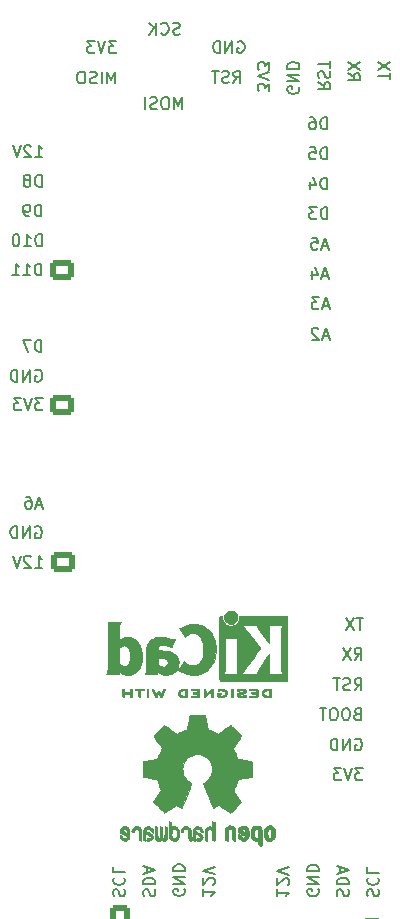
<source format=gbo>
G04 #@! TF.GenerationSoftware,KiCad,Pcbnew,7.0.8*
G04 #@! TF.CreationDate,2023-11-10T01:40:45+01:00*
G04 #@! TF.ProjectId,splitflappcb,73706c69-7466-46c6-9170-7063622e6b69,rev?*
G04 #@! TF.SameCoordinates,Original*
G04 #@! TF.FileFunction,Legend,Bot*
G04 #@! TF.FilePolarity,Positive*
%FSLAX46Y46*%
G04 Gerber Fmt 4.6, Leading zero omitted, Abs format (unit mm)*
G04 Created by KiCad (PCBNEW 7.0.8) date 2023-11-10 01:40:45*
%MOMM*%
%LPD*%
G01*
G04 APERTURE LIST*
G04 Aperture macros list*
%AMRoundRect*
0 Rectangle with rounded corners*
0 $1 Rounding radius*
0 $2 $3 $4 $5 $6 $7 $8 $9 X,Y pos of 4 corners*
0 Add a 4 corners polygon primitive as box body*
4,1,4,$2,$3,$4,$5,$6,$7,$8,$9,$2,$3,0*
0 Add four circle primitives for the rounded corners*
1,1,$1+$1,$2,$3*
1,1,$1+$1,$4,$5*
1,1,$1+$1,$6,$7*
1,1,$1+$1,$8,$9*
0 Add four rect primitives between the rounded corners*
20,1,$1+$1,$2,$3,$4,$5,0*
20,1,$1+$1,$4,$5,$6,$7,0*
20,1,$1+$1,$6,$7,$8,$9,0*
20,1,$1+$1,$8,$9,$2,$3,0*%
G04 Aperture macros list end*
%ADD10C,0.150000*%
%ADD11C,0.010000*%
%ADD12C,5.600000*%
%ADD13R,1.700000X1.700000*%
%ADD14O,1.700000X1.700000*%
%ADD15C,1.200000*%
%ADD16RoundRect,0.250000X0.600000X0.725000X-0.600000X0.725000X-0.600000X-0.725000X0.600000X-0.725000X0*%
%ADD17O,1.700000X1.950000*%
%ADD18RoundRect,0.250000X-0.600000X-0.725000X0.600000X-0.725000X0.600000X0.725000X-0.600000X0.725000X0*%
%ADD19RoundRect,0.250000X0.725000X-0.600000X0.725000X0.600000X-0.725000X0.600000X-0.725000X-0.600000X0*%
%ADD20O,1.950000X1.700000*%
G04 APERTURE END LIST*
D10*
X93893220Y-61344819D02*
X93893220Y-60344819D01*
X93893220Y-60344819D02*
X93655125Y-60344819D01*
X93655125Y-60344819D02*
X93512268Y-60392438D01*
X93512268Y-60392438D02*
X93417030Y-60487676D01*
X93417030Y-60487676D02*
X93369411Y-60582914D01*
X93369411Y-60582914D02*
X93321792Y-60773390D01*
X93321792Y-60773390D02*
X93321792Y-60916247D01*
X93321792Y-60916247D02*
X93369411Y-61106723D01*
X93369411Y-61106723D02*
X93417030Y-61201961D01*
X93417030Y-61201961D02*
X93512268Y-61297200D01*
X93512268Y-61297200D02*
X93655125Y-61344819D01*
X93655125Y-61344819D02*
X93893220Y-61344819D01*
X92464649Y-60678152D02*
X92464649Y-61344819D01*
X92702744Y-60297200D02*
X92940839Y-61011485D01*
X92940839Y-61011485D02*
X92321792Y-61011485D01*
X69703220Y-68624819D02*
X69703220Y-67624819D01*
X69703220Y-67624819D02*
X69465125Y-67624819D01*
X69465125Y-67624819D02*
X69322268Y-67672438D01*
X69322268Y-67672438D02*
X69227030Y-67767676D01*
X69227030Y-67767676D02*
X69179411Y-67862914D01*
X69179411Y-67862914D02*
X69131792Y-68053390D01*
X69131792Y-68053390D02*
X69131792Y-68196247D01*
X69131792Y-68196247D02*
X69179411Y-68386723D01*
X69179411Y-68386723D02*
X69227030Y-68481961D01*
X69227030Y-68481961D02*
X69322268Y-68577200D01*
X69322268Y-68577200D02*
X69465125Y-68624819D01*
X69465125Y-68624819D02*
X69703220Y-68624819D01*
X68179411Y-68624819D02*
X68750839Y-68624819D01*
X68465125Y-68624819D02*
X68465125Y-67624819D01*
X68465125Y-67624819D02*
X68560363Y-67767676D01*
X68560363Y-67767676D02*
X68655601Y-67862914D01*
X68655601Y-67862914D02*
X68750839Y-67910533D01*
X67227030Y-68624819D02*
X67798458Y-68624819D01*
X67512744Y-68624819D02*
X67512744Y-67624819D01*
X67512744Y-67624819D02*
X67607982Y-67767676D01*
X67607982Y-67767676D02*
X67703220Y-67862914D01*
X67703220Y-67862914D02*
X67798458Y-67910533D01*
X75812800Y-121180839D02*
X75765180Y-121037982D01*
X75765180Y-121037982D02*
X75765180Y-120799887D01*
X75765180Y-120799887D02*
X75812800Y-120704649D01*
X75812800Y-120704649D02*
X75860419Y-120657030D01*
X75860419Y-120657030D02*
X75955657Y-120609411D01*
X75955657Y-120609411D02*
X76050895Y-120609411D01*
X76050895Y-120609411D02*
X76146133Y-120657030D01*
X76146133Y-120657030D02*
X76193752Y-120704649D01*
X76193752Y-120704649D02*
X76241371Y-120799887D01*
X76241371Y-120799887D02*
X76288990Y-120990363D01*
X76288990Y-120990363D02*
X76336609Y-121085601D01*
X76336609Y-121085601D02*
X76384228Y-121133220D01*
X76384228Y-121133220D02*
X76479466Y-121180839D01*
X76479466Y-121180839D02*
X76574704Y-121180839D01*
X76574704Y-121180839D02*
X76669942Y-121133220D01*
X76669942Y-121133220D02*
X76717561Y-121085601D01*
X76717561Y-121085601D02*
X76765180Y-120990363D01*
X76765180Y-120990363D02*
X76765180Y-120752268D01*
X76765180Y-120752268D02*
X76717561Y-120609411D01*
X75860419Y-119609411D02*
X75812800Y-119657030D01*
X75812800Y-119657030D02*
X75765180Y-119799887D01*
X75765180Y-119799887D02*
X75765180Y-119895125D01*
X75765180Y-119895125D02*
X75812800Y-120037982D01*
X75812800Y-120037982D02*
X75908038Y-120133220D01*
X75908038Y-120133220D02*
X76003276Y-120180839D01*
X76003276Y-120180839D02*
X76193752Y-120228458D01*
X76193752Y-120228458D02*
X76336609Y-120228458D01*
X76336609Y-120228458D02*
X76527085Y-120180839D01*
X76527085Y-120180839D02*
X76622323Y-120133220D01*
X76622323Y-120133220D02*
X76717561Y-120037982D01*
X76717561Y-120037982D02*
X76765180Y-119895125D01*
X76765180Y-119895125D02*
X76765180Y-119799887D01*
X76765180Y-119799887D02*
X76717561Y-119657030D01*
X76717561Y-119657030D02*
X76669942Y-119609411D01*
X75765180Y-118704649D02*
X75765180Y-119180839D01*
X75765180Y-119180839D02*
X76765180Y-119180839D01*
X89005180Y-53007731D02*
X89005180Y-52388684D01*
X89005180Y-52388684D02*
X88624228Y-52722017D01*
X88624228Y-52722017D02*
X88624228Y-52579160D01*
X88624228Y-52579160D02*
X88576609Y-52483922D01*
X88576609Y-52483922D02*
X88528990Y-52436303D01*
X88528990Y-52436303D02*
X88433752Y-52388684D01*
X88433752Y-52388684D02*
X88195657Y-52388684D01*
X88195657Y-52388684D02*
X88100419Y-52436303D01*
X88100419Y-52436303D02*
X88052800Y-52483922D01*
X88052800Y-52483922D02*
X88005180Y-52579160D01*
X88005180Y-52579160D02*
X88005180Y-52864874D01*
X88005180Y-52864874D02*
X88052800Y-52960112D01*
X88052800Y-52960112D02*
X88100419Y-53007731D01*
X89005180Y-52102969D02*
X88005180Y-51769636D01*
X88005180Y-51769636D02*
X89005180Y-51436303D01*
X89005180Y-51198207D02*
X89005180Y-50579160D01*
X89005180Y-50579160D02*
X88624228Y-50912493D01*
X88624228Y-50912493D02*
X88624228Y-50769636D01*
X88624228Y-50769636D02*
X88576609Y-50674398D01*
X88576609Y-50674398D02*
X88528990Y-50626779D01*
X88528990Y-50626779D02*
X88433752Y-50579160D01*
X88433752Y-50579160D02*
X88195657Y-50579160D01*
X88195657Y-50579160D02*
X88100419Y-50626779D01*
X88100419Y-50626779D02*
X88052800Y-50674398D01*
X88052800Y-50674398D02*
X88005180Y-50769636D01*
X88005180Y-50769636D02*
X88005180Y-51055350D01*
X88005180Y-51055350D02*
X88052800Y-51150588D01*
X88052800Y-51150588D02*
X88100419Y-51198207D01*
X97322800Y-121190839D02*
X97275180Y-121047982D01*
X97275180Y-121047982D02*
X97275180Y-120809887D01*
X97275180Y-120809887D02*
X97322800Y-120714649D01*
X97322800Y-120714649D02*
X97370419Y-120667030D01*
X97370419Y-120667030D02*
X97465657Y-120619411D01*
X97465657Y-120619411D02*
X97560895Y-120619411D01*
X97560895Y-120619411D02*
X97656133Y-120667030D01*
X97656133Y-120667030D02*
X97703752Y-120714649D01*
X97703752Y-120714649D02*
X97751371Y-120809887D01*
X97751371Y-120809887D02*
X97798990Y-121000363D01*
X97798990Y-121000363D02*
X97846609Y-121095601D01*
X97846609Y-121095601D02*
X97894228Y-121143220D01*
X97894228Y-121143220D02*
X97989466Y-121190839D01*
X97989466Y-121190839D02*
X98084704Y-121190839D01*
X98084704Y-121190839D02*
X98179942Y-121143220D01*
X98179942Y-121143220D02*
X98227561Y-121095601D01*
X98227561Y-121095601D02*
X98275180Y-121000363D01*
X98275180Y-121000363D02*
X98275180Y-120762268D01*
X98275180Y-120762268D02*
X98227561Y-120619411D01*
X97370419Y-119619411D02*
X97322800Y-119667030D01*
X97322800Y-119667030D02*
X97275180Y-119809887D01*
X97275180Y-119809887D02*
X97275180Y-119905125D01*
X97275180Y-119905125D02*
X97322800Y-120047982D01*
X97322800Y-120047982D02*
X97418038Y-120143220D01*
X97418038Y-120143220D02*
X97513276Y-120190839D01*
X97513276Y-120190839D02*
X97703752Y-120238458D01*
X97703752Y-120238458D02*
X97846609Y-120238458D01*
X97846609Y-120238458D02*
X98037085Y-120190839D01*
X98037085Y-120190839D02*
X98132323Y-120143220D01*
X98132323Y-120143220D02*
X98227561Y-120047982D01*
X98227561Y-120047982D02*
X98275180Y-119905125D01*
X98275180Y-119905125D02*
X98275180Y-119809887D01*
X98275180Y-119809887D02*
X98227561Y-119667030D01*
X98227561Y-119667030D02*
X98179942Y-119619411D01*
X97275180Y-118714649D02*
X97275180Y-119190839D01*
X97275180Y-119190839D02*
X98275180Y-119190839D01*
X69733220Y-66144819D02*
X69733220Y-65144819D01*
X69733220Y-65144819D02*
X69495125Y-65144819D01*
X69495125Y-65144819D02*
X69352268Y-65192438D01*
X69352268Y-65192438D02*
X69257030Y-65287676D01*
X69257030Y-65287676D02*
X69209411Y-65382914D01*
X69209411Y-65382914D02*
X69161792Y-65573390D01*
X69161792Y-65573390D02*
X69161792Y-65716247D01*
X69161792Y-65716247D02*
X69209411Y-65906723D01*
X69209411Y-65906723D02*
X69257030Y-66001961D01*
X69257030Y-66001961D02*
X69352268Y-66097200D01*
X69352268Y-66097200D02*
X69495125Y-66144819D01*
X69495125Y-66144819D02*
X69733220Y-66144819D01*
X68209411Y-66144819D02*
X68780839Y-66144819D01*
X68495125Y-66144819D02*
X68495125Y-65144819D01*
X68495125Y-65144819D02*
X68590363Y-65287676D01*
X68590363Y-65287676D02*
X68685601Y-65382914D01*
X68685601Y-65382914D02*
X68780839Y-65430533D01*
X67590363Y-65144819D02*
X67495125Y-65144819D01*
X67495125Y-65144819D02*
X67399887Y-65192438D01*
X67399887Y-65192438D02*
X67352268Y-65240057D01*
X67352268Y-65240057D02*
X67304649Y-65335295D01*
X67304649Y-65335295D02*
X67257030Y-65525771D01*
X67257030Y-65525771D02*
X67257030Y-65763866D01*
X67257030Y-65763866D02*
X67304649Y-65954342D01*
X67304649Y-65954342D02*
X67352268Y-66049580D01*
X67352268Y-66049580D02*
X67399887Y-66097200D01*
X67399887Y-66097200D02*
X67495125Y-66144819D01*
X67495125Y-66144819D02*
X67590363Y-66144819D01*
X67590363Y-66144819D02*
X67685601Y-66097200D01*
X67685601Y-66097200D02*
X67733220Y-66049580D01*
X67733220Y-66049580D02*
X67780839Y-65954342D01*
X67780839Y-65954342D02*
X67828458Y-65763866D01*
X67828458Y-65763866D02*
X67828458Y-65525771D01*
X67828458Y-65525771D02*
X67780839Y-65335295D01*
X67780839Y-65335295D02*
X67733220Y-65240057D01*
X67733220Y-65240057D02*
X67685601Y-65192438D01*
X67685601Y-65192438D02*
X67590363Y-65144819D01*
X81797561Y-120599411D02*
X81845180Y-120694649D01*
X81845180Y-120694649D02*
X81845180Y-120837506D01*
X81845180Y-120837506D02*
X81797561Y-120980363D01*
X81797561Y-120980363D02*
X81702323Y-121075601D01*
X81702323Y-121075601D02*
X81607085Y-121123220D01*
X81607085Y-121123220D02*
X81416609Y-121170839D01*
X81416609Y-121170839D02*
X81273752Y-121170839D01*
X81273752Y-121170839D02*
X81083276Y-121123220D01*
X81083276Y-121123220D02*
X80988038Y-121075601D01*
X80988038Y-121075601D02*
X80892800Y-120980363D01*
X80892800Y-120980363D02*
X80845180Y-120837506D01*
X80845180Y-120837506D02*
X80845180Y-120742268D01*
X80845180Y-120742268D02*
X80892800Y-120599411D01*
X80892800Y-120599411D02*
X80940419Y-120551792D01*
X80940419Y-120551792D02*
X81273752Y-120551792D01*
X81273752Y-120551792D02*
X81273752Y-120742268D01*
X80845180Y-120123220D02*
X81845180Y-120123220D01*
X81845180Y-120123220D02*
X80845180Y-119551792D01*
X80845180Y-119551792D02*
X81845180Y-119551792D01*
X80845180Y-119075601D02*
X81845180Y-119075601D01*
X81845180Y-119075601D02*
X81845180Y-118837506D01*
X81845180Y-118837506D02*
X81797561Y-118694649D01*
X81797561Y-118694649D02*
X81702323Y-118599411D01*
X81702323Y-118599411D02*
X81607085Y-118551792D01*
X81607085Y-118551792D02*
X81416609Y-118504173D01*
X81416609Y-118504173D02*
X81273752Y-118504173D01*
X81273752Y-118504173D02*
X81083276Y-118551792D01*
X81083276Y-118551792D02*
X80988038Y-118599411D01*
X80988038Y-118599411D02*
X80892800Y-118694649D01*
X80892800Y-118694649D02*
X80845180Y-118837506D01*
X80845180Y-118837506D02*
X80845180Y-119075601D01*
X69798458Y-79044819D02*
X69179411Y-79044819D01*
X69179411Y-79044819D02*
X69512744Y-79425771D01*
X69512744Y-79425771D02*
X69369887Y-79425771D01*
X69369887Y-79425771D02*
X69274649Y-79473390D01*
X69274649Y-79473390D02*
X69227030Y-79521009D01*
X69227030Y-79521009D02*
X69179411Y-79616247D01*
X69179411Y-79616247D02*
X69179411Y-79854342D01*
X69179411Y-79854342D02*
X69227030Y-79949580D01*
X69227030Y-79949580D02*
X69274649Y-79997200D01*
X69274649Y-79997200D02*
X69369887Y-80044819D01*
X69369887Y-80044819D02*
X69655601Y-80044819D01*
X69655601Y-80044819D02*
X69750839Y-79997200D01*
X69750839Y-79997200D02*
X69798458Y-79949580D01*
X68893696Y-79044819D02*
X68560363Y-80044819D01*
X68560363Y-80044819D02*
X68227030Y-79044819D01*
X67988934Y-79044819D02*
X67369887Y-79044819D01*
X67369887Y-79044819D02*
X67703220Y-79425771D01*
X67703220Y-79425771D02*
X67560363Y-79425771D01*
X67560363Y-79425771D02*
X67465125Y-79473390D01*
X67465125Y-79473390D02*
X67417506Y-79521009D01*
X67417506Y-79521009D02*
X67369887Y-79616247D01*
X67369887Y-79616247D02*
X67369887Y-79854342D01*
X67369887Y-79854342D02*
X67417506Y-79949580D01*
X67417506Y-79949580D02*
X67465125Y-79997200D01*
X67465125Y-79997200D02*
X67560363Y-80044819D01*
X67560363Y-80044819D02*
X67846077Y-80044819D01*
X67846077Y-80044819D02*
X67941315Y-79997200D01*
X67941315Y-79997200D02*
X67988934Y-79949580D01*
X86324398Y-48832438D02*
X86419636Y-48784819D01*
X86419636Y-48784819D02*
X86562493Y-48784819D01*
X86562493Y-48784819D02*
X86705350Y-48832438D01*
X86705350Y-48832438D02*
X86800588Y-48927676D01*
X86800588Y-48927676D02*
X86848207Y-49022914D01*
X86848207Y-49022914D02*
X86895826Y-49213390D01*
X86895826Y-49213390D02*
X86895826Y-49356247D01*
X86895826Y-49356247D02*
X86848207Y-49546723D01*
X86848207Y-49546723D02*
X86800588Y-49641961D01*
X86800588Y-49641961D02*
X86705350Y-49737200D01*
X86705350Y-49737200D02*
X86562493Y-49784819D01*
X86562493Y-49784819D02*
X86467255Y-49784819D01*
X86467255Y-49784819D02*
X86324398Y-49737200D01*
X86324398Y-49737200D02*
X86276779Y-49689580D01*
X86276779Y-49689580D02*
X86276779Y-49356247D01*
X86276779Y-49356247D02*
X86467255Y-49356247D01*
X85848207Y-49784819D02*
X85848207Y-48784819D01*
X85848207Y-48784819D02*
X85276779Y-49784819D01*
X85276779Y-49784819D02*
X85276779Y-48784819D01*
X84800588Y-49784819D02*
X84800588Y-48784819D01*
X84800588Y-48784819D02*
X84562493Y-48784819D01*
X84562493Y-48784819D02*
X84419636Y-48832438D01*
X84419636Y-48832438D02*
X84324398Y-48927676D01*
X84324398Y-48927676D02*
X84276779Y-49022914D01*
X84276779Y-49022914D02*
X84229160Y-49213390D01*
X84229160Y-49213390D02*
X84229160Y-49356247D01*
X84229160Y-49356247D02*
X84276779Y-49546723D01*
X84276779Y-49546723D02*
X84324398Y-49641961D01*
X84324398Y-49641961D02*
X84419636Y-49737200D01*
X84419636Y-49737200D02*
X84562493Y-49784819D01*
X84562493Y-49784819D02*
X84800588Y-49784819D01*
X93913220Y-63874819D02*
X93913220Y-62874819D01*
X93913220Y-62874819D02*
X93675125Y-62874819D01*
X93675125Y-62874819D02*
X93532268Y-62922438D01*
X93532268Y-62922438D02*
X93437030Y-63017676D01*
X93437030Y-63017676D02*
X93389411Y-63112914D01*
X93389411Y-63112914D02*
X93341792Y-63303390D01*
X93341792Y-63303390D02*
X93341792Y-63446247D01*
X93341792Y-63446247D02*
X93389411Y-63636723D01*
X93389411Y-63636723D02*
X93437030Y-63731961D01*
X93437030Y-63731961D02*
X93532268Y-63827200D01*
X93532268Y-63827200D02*
X93675125Y-63874819D01*
X93675125Y-63874819D02*
X93913220Y-63874819D01*
X93008458Y-62874819D02*
X92389411Y-62874819D01*
X92389411Y-62874819D02*
X92722744Y-63255771D01*
X92722744Y-63255771D02*
X92579887Y-63255771D01*
X92579887Y-63255771D02*
X92484649Y-63303390D01*
X92484649Y-63303390D02*
X92437030Y-63351009D01*
X92437030Y-63351009D02*
X92389411Y-63446247D01*
X92389411Y-63446247D02*
X92389411Y-63684342D01*
X92389411Y-63684342D02*
X92437030Y-63779580D01*
X92437030Y-63779580D02*
X92484649Y-63827200D01*
X92484649Y-63827200D02*
X92579887Y-63874819D01*
X92579887Y-63874819D02*
X92865601Y-63874819D01*
X92865601Y-63874819D02*
X92960839Y-63827200D01*
X92960839Y-63827200D02*
X93008458Y-63779580D01*
X91477561Y-52674398D02*
X91525180Y-52769636D01*
X91525180Y-52769636D02*
X91525180Y-52912493D01*
X91525180Y-52912493D02*
X91477561Y-53055350D01*
X91477561Y-53055350D02*
X91382323Y-53150588D01*
X91382323Y-53150588D02*
X91287085Y-53198207D01*
X91287085Y-53198207D02*
X91096609Y-53245826D01*
X91096609Y-53245826D02*
X90953752Y-53245826D01*
X90953752Y-53245826D02*
X90763276Y-53198207D01*
X90763276Y-53198207D02*
X90668038Y-53150588D01*
X90668038Y-53150588D02*
X90572800Y-53055350D01*
X90572800Y-53055350D02*
X90525180Y-52912493D01*
X90525180Y-52912493D02*
X90525180Y-52817255D01*
X90525180Y-52817255D02*
X90572800Y-52674398D01*
X90572800Y-52674398D02*
X90620419Y-52626779D01*
X90620419Y-52626779D02*
X90953752Y-52626779D01*
X90953752Y-52626779D02*
X90953752Y-52817255D01*
X90525180Y-52198207D02*
X91525180Y-52198207D01*
X91525180Y-52198207D02*
X90525180Y-51626779D01*
X90525180Y-51626779D02*
X91525180Y-51626779D01*
X90525180Y-51150588D02*
X91525180Y-51150588D01*
X91525180Y-51150588D02*
X91525180Y-50912493D01*
X91525180Y-50912493D02*
X91477561Y-50769636D01*
X91477561Y-50769636D02*
X91382323Y-50674398D01*
X91382323Y-50674398D02*
X91287085Y-50626779D01*
X91287085Y-50626779D02*
X91096609Y-50579160D01*
X91096609Y-50579160D02*
X90953752Y-50579160D01*
X90953752Y-50579160D02*
X90763276Y-50626779D01*
X90763276Y-50626779D02*
X90668038Y-50674398D01*
X90668038Y-50674398D02*
X90572800Y-50769636D01*
X90572800Y-50769636D02*
X90525180Y-50912493D01*
X90525180Y-50912493D02*
X90525180Y-51150588D01*
X93970839Y-68669104D02*
X93494649Y-68669104D01*
X94066077Y-68954819D02*
X93732744Y-67954819D01*
X93732744Y-67954819D02*
X93399411Y-68954819D01*
X92637506Y-68288152D02*
X92637506Y-68954819D01*
X92875601Y-67907200D02*
X93113696Y-68621485D01*
X93113696Y-68621485D02*
X92494649Y-68621485D01*
X96211792Y-103744819D02*
X96545125Y-103268628D01*
X96783220Y-103744819D02*
X96783220Y-102744819D01*
X96783220Y-102744819D02*
X96402268Y-102744819D01*
X96402268Y-102744819D02*
X96307030Y-102792438D01*
X96307030Y-102792438D02*
X96259411Y-102840057D01*
X96259411Y-102840057D02*
X96211792Y-102935295D01*
X96211792Y-102935295D02*
X96211792Y-103078152D01*
X96211792Y-103078152D02*
X96259411Y-103173390D01*
X96259411Y-103173390D02*
X96307030Y-103221009D01*
X96307030Y-103221009D02*
X96402268Y-103268628D01*
X96402268Y-103268628D02*
X96783220Y-103268628D01*
X95830839Y-103697200D02*
X95687982Y-103744819D01*
X95687982Y-103744819D02*
X95449887Y-103744819D01*
X95449887Y-103744819D02*
X95354649Y-103697200D01*
X95354649Y-103697200D02*
X95307030Y-103649580D01*
X95307030Y-103649580D02*
X95259411Y-103554342D01*
X95259411Y-103554342D02*
X95259411Y-103459104D01*
X95259411Y-103459104D02*
X95307030Y-103363866D01*
X95307030Y-103363866D02*
X95354649Y-103316247D01*
X95354649Y-103316247D02*
X95449887Y-103268628D01*
X95449887Y-103268628D02*
X95640363Y-103221009D01*
X95640363Y-103221009D02*
X95735601Y-103173390D01*
X95735601Y-103173390D02*
X95783220Y-103125771D01*
X95783220Y-103125771D02*
X95830839Y-103030533D01*
X95830839Y-103030533D02*
X95830839Y-102935295D01*
X95830839Y-102935295D02*
X95783220Y-102840057D01*
X95783220Y-102840057D02*
X95735601Y-102792438D01*
X95735601Y-102792438D02*
X95640363Y-102744819D01*
X95640363Y-102744819D02*
X95402268Y-102744819D01*
X95402268Y-102744819D02*
X95259411Y-102792438D01*
X94973696Y-102744819D02*
X94402268Y-102744819D01*
X94687982Y-103744819D02*
X94687982Y-102744819D01*
X94010839Y-71199104D02*
X93534649Y-71199104D01*
X94106077Y-71484819D02*
X93772744Y-70484819D01*
X93772744Y-70484819D02*
X93439411Y-71484819D01*
X93201315Y-70484819D02*
X92582268Y-70484819D01*
X92582268Y-70484819D02*
X92915601Y-70865771D01*
X92915601Y-70865771D02*
X92772744Y-70865771D01*
X92772744Y-70865771D02*
X92677506Y-70913390D01*
X92677506Y-70913390D02*
X92629887Y-70961009D01*
X92629887Y-70961009D02*
X92582268Y-71056247D01*
X92582268Y-71056247D02*
X92582268Y-71294342D01*
X92582268Y-71294342D02*
X92629887Y-71389580D01*
X92629887Y-71389580D02*
X92677506Y-71437200D01*
X92677506Y-71437200D02*
X92772744Y-71484819D01*
X92772744Y-71484819D02*
X93058458Y-71484819D01*
X93058458Y-71484819D02*
X93153696Y-71437200D01*
X93153696Y-71437200D02*
X93201315Y-71389580D01*
X69169411Y-93364819D02*
X69740839Y-93364819D01*
X69455125Y-93364819D02*
X69455125Y-92364819D01*
X69455125Y-92364819D02*
X69550363Y-92507676D01*
X69550363Y-92507676D02*
X69645601Y-92602914D01*
X69645601Y-92602914D02*
X69740839Y-92650533D01*
X68788458Y-92460057D02*
X68740839Y-92412438D01*
X68740839Y-92412438D02*
X68645601Y-92364819D01*
X68645601Y-92364819D02*
X68407506Y-92364819D01*
X68407506Y-92364819D02*
X68312268Y-92412438D01*
X68312268Y-92412438D02*
X68264649Y-92460057D01*
X68264649Y-92460057D02*
X68217030Y-92555295D01*
X68217030Y-92555295D02*
X68217030Y-92650533D01*
X68217030Y-92650533D02*
X68264649Y-92793390D01*
X68264649Y-92793390D02*
X68836077Y-93364819D01*
X68836077Y-93364819D02*
X68217030Y-93364819D01*
X67931315Y-92364819D02*
X67597982Y-93364819D01*
X67597982Y-93364819D02*
X67264649Y-92364819D01*
X93883220Y-56254819D02*
X93883220Y-55254819D01*
X93883220Y-55254819D02*
X93645125Y-55254819D01*
X93645125Y-55254819D02*
X93502268Y-55302438D01*
X93502268Y-55302438D02*
X93407030Y-55397676D01*
X93407030Y-55397676D02*
X93359411Y-55492914D01*
X93359411Y-55492914D02*
X93311792Y-55683390D01*
X93311792Y-55683390D02*
X93311792Y-55826247D01*
X93311792Y-55826247D02*
X93359411Y-56016723D01*
X93359411Y-56016723D02*
X93407030Y-56111961D01*
X93407030Y-56111961D02*
X93502268Y-56207200D01*
X93502268Y-56207200D02*
X93645125Y-56254819D01*
X93645125Y-56254819D02*
X93883220Y-56254819D01*
X92454649Y-55254819D02*
X92645125Y-55254819D01*
X92645125Y-55254819D02*
X92740363Y-55302438D01*
X92740363Y-55302438D02*
X92787982Y-55350057D01*
X92787982Y-55350057D02*
X92883220Y-55492914D01*
X92883220Y-55492914D02*
X92930839Y-55683390D01*
X92930839Y-55683390D02*
X92930839Y-56064342D01*
X92930839Y-56064342D02*
X92883220Y-56159580D01*
X92883220Y-56159580D02*
X92835601Y-56207200D01*
X92835601Y-56207200D02*
X92740363Y-56254819D01*
X92740363Y-56254819D02*
X92549887Y-56254819D01*
X92549887Y-56254819D02*
X92454649Y-56207200D01*
X92454649Y-56207200D02*
X92407030Y-56159580D01*
X92407030Y-56159580D02*
X92359411Y-56064342D01*
X92359411Y-56064342D02*
X92359411Y-55826247D01*
X92359411Y-55826247D02*
X92407030Y-55731009D01*
X92407030Y-55731009D02*
X92454649Y-55683390D01*
X92454649Y-55683390D02*
X92549887Y-55635771D01*
X92549887Y-55635771D02*
X92740363Y-55635771D01*
X92740363Y-55635771D02*
X92835601Y-55683390D01*
X92835601Y-55683390D02*
X92883220Y-55731009D01*
X92883220Y-55731009D02*
X92930839Y-55826247D01*
X81623220Y-54554819D02*
X81623220Y-53554819D01*
X81623220Y-53554819D02*
X81289887Y-54269104D01*
X81289887Y-54269104D02*
X80956554Y-53554819D01*
X80956554Y-53554819D02*
X80956554Y-54554819D01*
X80289887Y-53554819D02*
X80099411Y-53554819D01*
X80099411Y-53554819D02*
X80004173Y-53602438D01*
X80004173Y-53602438D02*
X79908935Y-53697676D01*
X79908935Y-53697676D02*
X79861316Y-53888152D01*
X79861316Y-53888152D02*
X79861316Y-54221485D01*
X79861316Y-54221485D02*
X79908935Y-54411961D01*
X79908935Y-54411961D02*
X80004173Y-54507200D01*
X80004173Y-54507200D02*
X80099411Y-54554819D01*
X80099411Y-54554819D02*
X80289887Y-54554819D01*
X80289887Y-54554819D02*
X80385125Y-54507200D01*
X80385125Y-54507200D02*
X80480363Y-54411961D01*
X80480363Y-54411961D02*
X80527982Y-54221485D01*
X80527982Y-54221485D02*
X80527982Y-53888152D01*
X80527982Y-53888152D02*
X80480363Y-53697676D01*
X80480363Y-53697676D02*
X80385125Y-53602438D01*
X80385125Y-53602438D02*
X80289887Y-53554819D01*
X79480363Y-54507200D02*
X79337506Y-54554819D01*
X79337506Y-54554819D02*
X79099411Y-54554819D01*
X79099411Y-54554819D02*
X79004173Y-54507200D01*
X79004173Y-54507200D02*
X78956554Y-54459580D01*
X78956554Y-54459580D02*
X78908935Y-54364342D01*
X78908935Y-54364342D02*
X78908935Y-54269104D01*
X78908935Y-54269104D02*
X78956554Y-54173866D01*
X78956554Y-54173866D02*
X79004173Y-54126247D01*
X79004173Y-54126247D02*
X79099411Y-54078628D01*
X79099411Y-54078628D02*
X79289887Y-54031009D01*
X79289887Y-54031009D02*
X79385125Y-53983390D01*
X79385125Y-53983390D02*
X79432744Y-53935771D01*
X79432744Y-53935771D02*
X79480363Y-53840533D01*
X79480363Y-53840533D02*
X79480363Y-53745295D01*
X79480363Y-53745295D02*
X79432744Y-53650057D01*
X79432744Y-53650057D02*
X79385125Y-53602438D01*
X79385125Y-53602438D02*
X79289887Y-53554819D01*
X79289887Y-53554819D02*
X79051792Y-53554819D01*
X79051792Y-53554819D02*
X78908935Y-53602438D01*
X78480363Y-54554819D02*
X78480363Y-53554819D01*
X96269411Y-107892438D02*
X96364649Y-107844819D01*
X96364649Y-107844819D02*
X96507506Y-107844819D01*
X96507506Y-107844819D02*
X96650363Y-107892438D01*
X96650363Y-107892438D02*
X96745601Y-107987676D01*
X96745601Y-107987676D02*
X96793220Y-108082914D01*
X96793220Y-108082914D02*
X96840839Y-108273390D01*
X96840839Y-108273390D02*
X96840839Y-108416247D01*
X96840839Y-108416247D02*
X96793220Y-108606723D01*
X96793220Y-108606723D02*
X96745601Y-108701961D01*
X96745601Y-108701961D02*
X96650363Y-108797200D01*
X96650363Y-108797200D02*
X96507506Y-108844819D01*
X96507506Y-108844819D02*
X96412268Y-108844819D01*
X96412268Y-108844819D02*
X96269411Y-108797200D01*
X96269411Y-108797200D02*
X96221792Y-108749580D01*
X96221792Y-108749580D02*
X96221792Y-108416247D01*
X96221792Y-108416247D02*
X96412268Y-108416247D01*
X95793220Y-108844819D02*
X95793220Y-107844819D01*
X95793220Y-107844819D02*
X95221792Y-108844819D01*
X95221792Y-108844819D02*
X95221792Y-107844819D01*
X94745601Y-108844819D02*
X94745601Y-107844819D01*
X94745601Y-107844819D02*
X94507506Y-107844819D01*
X94507506Y-107844819D02*
X94364649Y-107892438D01*
X94364649Y-107892438D02*
X94269411Y-107987676D01*
X94269411Y-107987676D02*
X94221792Y-108082914D01*
X94221792Y-108082914D02*
X94174173Y-108273390D01*
X94174173Y-108273390D02*
X94174173Y-108416247D01*
X94174173Y-108416247D02*
X94221792Y-108606723D01*
X94221792Y-108606723D02*
X94269411Y-108701961D01*
X94269411Y-108701961D02*
X94364649Y-108797200D01*
X94364649Y-108797200D02*
X94507506Y-108844819D01*
X94507506Y-108844819D02*
X94745601Y-108844819D01*
X69169411Y-89932438D02*
X69264649Y-89884819D01*
X69264649Y-89884819D02*
X69407506Y-89884819D01*
X69407506Y-89884819D02*
X69550363Y-89932438D01*
X69550363Y-89932438D02*
X69645601Y-90027676D01*
X69645601Y-90027676D02*
X69693220Y-90122914D01*
X69693220Y-90122914D02*
X69740839Y-90313390D01*
X69740839Y-90313390D02*
X69740839Y-90456247D01*
X69740839Y-90456247D02*
X69693220Y-90646723D01*
X69693220Y-90646723D02*
X69645601Y-90741961D01*
X69645601Y-90741961D02*
X69550363Y-90837200D01*
X69550363Y-90837200D02*
X69407506Y-90884819D01*
X69407506Y-90884819D02*
X69312268Y-90884819D01*
X69312268Y-90884819D02*
X69169411Y-90837200D01*
X69169411Y-90837200D02*
X69121792Y-90789580D01*
X69121792Y-90789580D02*
X69121792Y-90456247D01*
X69121792Y-90456247D02*
X69312268Y-90456247D01*
X68693220Y-90884819D02*
X68693220Y-89884819D01*
X68693220Y-89884819D02*
X68121792Y-90884819D01*
X68121792Y-90884819D02*
X68121792Y-89884819D01*
X67645601Y-90884819D02*
X67645601Y-89884819D01*
X67645601Y-89884819D02*
X67407506Y-89884819D01*
X67407506Y-89884819D02*
X67264649Y-89932438D01*
X67264649Y-89932438D02*
X67169411Y-90027676D01*
X67169411Y-90027676D02*
X67121792Y-90122914D01*
X67121792Y-90122914D02*
X67074173Y-90313390D01*
X67074173Y-90313390D02*
X67074173Y-90456247D01*
X67074173Y-90456247D02*
X67121792Y-90646723D01*
X67121792Y-90646723D02*
X67169411Y-90741961D01*
X67169411Y-90741961D02*
X67264649Y-90837200D01*
X67264649Y-90837200D02*
X67407506Y-90884819D01*
X67407506Y-90884819D02*
X67645601Y-90884819D01*
X93970839Y-66149104D02*
X93494649Y-66149104D01*
X94066077Y-66434819D02*
X93732744Y-65434819D01*
X93732744Y-65434819D02*
X93399411Y-66434819D01*
X92589887Y-65434819D02*
X93066077Y-65434819D01*
X93066077Y-65434819D02*
X93113696Y-65911009D01*
X93113696Y-65911009D02*
X93066077Y-65863390D01*
X93066077Y-65863390D02*
X92970839Y-65815771D01*
X92970839Y-65815771D02*
X92732744Y-65815771D01*
X92732744Y-65815771D02*
X92637506Y-65863390D01*
X92637506Y-65863390D02*
X92589887Y-65911009D01*
X92589887Y-65911009D02*
X92542268Y-66006247D01*
X92542268Y-66006247D02*
X92542268Y-66244342D01*
X92542268Y-66244342D02*
X92589887Y-66339580D01*
X92589887Y-66339580D02*
X92637506Y-66387200D01*
X92637506Y-66387200D02*
X92732744Y-66434819D01*
X92732744Y-66434819D02*
X92970839Y-66434819D01*
X92970839Y-66434819D02*
X93066077Y-66387200D01*
X93066077Y-66387200D02*
X93113696Y-66339580D01*
X85953446Y-52324819D02*
X86286779Y-51848628D01*
X86524874Y-52324819D02*
X86524874Y-51324819D01*
X86524874Y-51324819D02*
X86143922Y-51324819D01*
X86143922Y-51324819D02*
X86048684Y-51372438D01*
X86048684Y-51372438D02*
X86001065Y-51420057D01*
X86001065Y-51420057D02*
X85953446Y-51515295D01*
X85953446Y-51515295D02*
X85953446Y-51658152D01*
X85953446Y-51658152D02*
X86001065Y-51753390D01*
X86001065Y-51753390D02*
X86048684Y-51801009D01*
X86048684Y-51801009D02*
X86143922Y-51848628D01*
X86143922Y-51848628D02*
X86524874Y-51848628D01*
X85572493Y-52277200D02*
X85429636Y-52324819D01*
X85429636Y-52324819D02*
X85191541Y-52324819D01*
X85191541Y-52324819D02*
X85096303Y-52277200D01*
X85096303Y-52277200D02*
X85048684Y-52229580D01*
X85048684Y-52229580D02*
X85001065Y-52134342D01*
X85001065Y-52134342D02*
X85001065Y-52039104D01*
X85001065Y-52039104D02*
X85048684Y-51943866D01*
X85048684Y-51943866D02*
X85096303Y-51896247D01*
X85096303Y-51896247D02*
X85191541Y-51848628D01*
X85191541Y-51848628D02*
X85382017Y-51801009D01*
X85382017Y-51801009D02*
X85477255Y-51753390D01*
X85477255Y-51753390D02*
X85524874Y-51705771D01*
X85524874Y-51705771D02*
X85572493Y-51610533D01*
X85572493Y-51610533D02*
X85572493Y-51515295D01*
X85572493Y-51515295D02*
X85524874Y-51420057D01*
X85524874Y-51420057D02*
X85477255Y-51372438D01*
X85477255Y-51372438D02*
X85382017Y-51324819D01*
X85382017Y-51324819D02*
X85143922Y-51324819D01*
X85143922Y-51324819D02*
X85001065Y-51372438D01*
X84715350Y-51324819D02*
X84143922Y-51324819D01*
X84429636Y-52324819D02*
X84429636Y-51324819D01*
X76018458Y-48804819D02*
X75399411Y-48804819D01*
X75399411Y-48804819D02*
X75732744Y-49185771D01*
X75732744Y-49185771D02*
X75589887Y-49185771D01*
X75589887Y-49185771D02*
X75494649Y-49233390D01*
X75494649Y-49233390D02*
X75447030Y-49281009D01*
X75447030Y-49281009D02*
X75399411Y-49376247D01*
X75399411Y-49376247D02*
X75399411Y-49614342D01*
X75399411Y-49614342D02*
X75447030Y-49709580D01*
X75447030Y-49709580D02*
X75494649Y-49757200D01*
X75494649Y-49757200D02*
X75589887Y-49804819D01*
X75589887Y-49804819D02*
X75875601Y-49804819D01*
X75875601Y-49804819D02*
X75970839Y-49757200D01*
X75970839Y-49757200D02*
X76018458Y-49709580D01*
X75113696Y-48804819D02*
X74780363Y-49804819D01*
X74780363Y-49804819D02*
X74447030Y-48804819D01*
X74208934Y-48804819D02*
X73589887Y-48804819D01*
X73589887Y-48804819D02*
X73923220Y-49185771D01*
X73923220Y-49185771D02*
X73780363Y-49185771D01*
X73780363Y-49185771D02*
X73685125Y-49233390D01*
X73685125Y-49233390D02*
X73637506Y-49281009D01*
X73637506Y-49281009D02*
X73589887Y-49376247D01*
X73589887Y-49376247D02*
X73589887Y-49614342D01*
X73589887Y-49614342D02*
X73637506Y-49709580D01*
X73637506Y-49709580D02*
X73685125Y-49757200D01*
X73685125Y-49757200D02*
X73780363Y-49804819D01*
X73780363Y-49804819D02*
X74066077Y-49804819D01*
X74066077Y-49804819D02*
X74161315Y-49757200D01*
X74161315Y-49757200D02*
X74208934Y-49709580D01*
X93147561Y-120609411D02*
X93195180Y-120704649D01*
X93195180Y-120704649D02*
X93195180Y-120847506D01*
X93195180Y-120847506D02*
X93147561Y-120990363D01*
X93147561Y-120990363D02*
X93052323Y-121085601D01*
X93052323Y-121085601D02*
X92957085Y-121133220D01*
X92957085Y-121133220D02*
X92766609Y-121180839D01*
X92766609Y-121180839D02*
X92623752Y-121180839D01*
X92623752Y-121180839D02*
X92433276Y-121133220D01*
X92433276Y-121133220D02*
X92338038Y-121085601D01*
X92338038Y-121085601D02*
X92242800Y-120990363D01*
X92242800Y-120990363D02*
X92195180Y-120847506D01*
X92195180Y-120847506D02*
X92195180Y-120752268D01*
X92195180Y-120752268D02*
X92242800Y-120609411D01*
X92242800Y-120609411D02*
X92290419Y-120561792D01*
X92290419Y-120561792D02*
X92623752Y-120561792D01*
X92623752Y-120561792D02*
X92623752Y-120752268D01*
X92195180Y-120133220D02*
X93195180Y-120133220D01*
X93195180Y-120133220D02*
X92195180Y-119561792D01*
X92195180Y-119561792D02*
X93195180Y-119561792D01*
X92195180Y-119085601D02*
X93195180Y-119085601D01*
X93195180Y-119085601D02*
X93195180Y-118847506D01*
X93195180Y-118847506D02*
X93147561Y-118704649D01*
X93147561Y-118704649D02*
X93052323Y-118609411D01*
X93052323Y-118609411D02*
X92957085Y-118561792D01*
X92957085Y-118561792D02*
X92766609Y-118514173D01*
X92766609Y-118514173D02*
X92623752Y-118514173D01*
X92623752Y-118514173D02*
X92433276Y-118561792D01*
X92433276Y-118561792D02*
X92338038Y-118609411D01*
X92338038Y-118609411D02*
X92242800Y-118704649D01*
X92242800Y-118704649D02*
X92195180Y-118847506D01*
X92195180Y-118847506D02*
X92195180Y-119085601D01*
X69189411Y-58624819D02*
X69760839Y-58624819D01*
X69475125Y-58624819D02*
X69475125Y-57624819D01*
X69475125Y-57624819D02*
X69570363Y-57767676D01*
X69570363Y-57767676D02*
X69665601Y-57862914D01*
X69665601Y-57862914D02*
X69760839Y-57910533D01*
X68808458Y-57720057D02*
X68760839Y-57672438D01*
X68760839Y-57672438D02*
X68665601Y-57624819D01*
X68665601Y-57624819D02*
X68427506Y-57624819D01*
X68427506Y-57624819D02*
X68332268Y-57672438D01*
X68332268Y-57672438D02*
X68284649Y-57720057D01*
X68284649Y-57720057D02*
X68237030Y-57815295D01*
X68237030Y-57815295D02*
X68237030Y-57910533D01*
X68237030Y-57910533D02*
X68284649Y-58053390D01*
X68284649Y-58053390D02*
X68856077Y-58624819D01*
X68856077Y-58624819D02*
X68237030Y-58624819D01*
X67951315Y-57624819D02*
X67617982Y-58624819D01*
X67617982Y-58624819D02*
X67284649Y-57624819D01*
X94010839Y-73779104D02*
X93534649Y-73779104D01*
X94106077Y-74064819D02*
X93772744Y-73064819D01*
X93772744Y-73064819D02*
X93439411Y-74064819D01*
X93153696Y-73160057D02*
X93106077Y-73112438D01*
X93106077Y-73112438D02*
X93010839Y-73064819D01*
X93010839Y-73064819D02*
X92772744Y-73064819D01*
X92772744Y-73064819D02*
X92677506Y-73112438D01*
X92677506Y-73112438D02*
X92629887Y-73160057D01*
X92629887Y-73160057D02*
X92582268Y-73255295D01*
X92582268Y-73255295D02*
X92582268Y-73350533D01*
X92582268Y-73350533D02*
X92629887Y-73493390D01*
X92629887Y-73493390D02*
X93201315Y-74064819D01*
X93201315Y-74064819D02*
X92582268Y-74064819D01*
X83355180Y-120589411D02*
X83355180Y-121160839D01*
X83355180Y-120875125D02*
X84355180Y-120875125D01*
X84355180Y-120875125D02*
X84212323Y-120970363D01*
X84212323Y-120970363D02*
X84117085Y-121065601D01*
X84117085Y-121065601D02*
X84069466Y-121160839D01*
X84259942Y-120208458D02*
X84307561Y-120160839D01*
X84307561Y-120160839D02*
X84355180Y-120065601D01*
X84355180Y-120065601D02*
X84355180Y-119827506D01*
X84355180Y-119827506D02*
X84307561Y-119732268D01*
X84307561Y-119732268D02*
X84259942Y-119684649D01*
X84259942Y-119684649D02*
X84164704Y-119637030D01*
X84164704Y-119637030D02*
X84069466Y-119637030D01*
X84069466Y-119637030D02*
X83926609Y-119684649D01*
X83926609Y-119684649D02*
X83355180Y-120256077D01*
X83355180Y-120256077D02*
X83355180Y-119637030D01*
X84355180Y-119351315D02*
X83355180Y-119017982D01*
X83355180Y-119017982D02*
X84355180Y-118684649D01*
X93883220Y-58794819D02*
X93883220Y-57794819D01*
X93883220Y-57794819D02*
X93645125Y-57794819D01*
X93645125Y-57794819D02*
X93502268Y-57842438D01*
X93502268Y-57842438D02*
X93407030Y-57937676D01*
X93407030Y-57937676D02*
X93359411Y-58032914D01*
X93359411Y-58032914D02*
X93311792Y-58223390D01*
X93311792Y-58223390D02*
X93311792Y-58366247D01*
X93311792Y-58366247D02*
X93359411Y-58556723D01*
X93359411Y-58556723D02*
X93407030Y-58651961D01*
X93407030Y-58651961D02*
X93502268Y-58747200D01*
X93502268Y-58747200D02*
X93645125Y-58794819D01*
X93645125Y-58794819D02*
X93883220Y-58794819D01*
X92407030Y-57794819D02*
X92883220Y-57794819D01*
X92883220Y-57794819D02*
X92930839Y-58271009D01*
X92930839Y-58271009D02*
X92883220Y-58223390D01*
X92883220Y-58223390D02*
X92787982Y-58175771D01*
X92787982Y-58175771D02*
X92549887Y-58175771D01*
X92549887Y-58175771D02*
X92454649Y-58223390D01*
X92454649Y-58223390D02*
X92407030Y-58271009D01*
X92407030Y-58271009D02*
X92359411Y-58366247D01*
X92359411Y-58366247D02*
X92359411Y-58604342D01*
X92359411Y-58604342D02*
X92407030Y-58699580D01*
X92407030Y-58699580D02*
X92454649Y-58747200D01*
X92454649Y-58747200D02*
X92549887Y-58794819D01*
X92549887Y-58794819D02*
X92787982Y-58794819D01*
X92787982Y-58794819D02*
X92883220Y-58747200D01*
X92883220Y-58747200D02*
X92930839Y-58699580D01*
X69703220Y-75084819D02*
X69703220Y-74084819D01*
X69703220Y-74084819D02*
X69465125Y-74084819D01*
X69465125Y-74084819D02*
X69322268Y-74132438D01*
X69322268Y-74132438D02*
X69227030Y-74227676D01*
X69227030Y-74227676D02*
X69179411Y-74322914D01*
X69179411Y-74322914D02*
X69131792Y-74513390D01*
X69131792Y-74513390D02*
X69131792Y-74656247D01*
X69131792Y-74656247D02*
X69179411Y-74846723D01*
X69179411Y-74846723D02*
X69227030Y-74941961D01*
X69227030Y-74941961D02*
X69322268Y-75037200D01*
X69322268Y-75037200D02*
X69465125Y-75084819D01*
X69465125Y-75084819D02*
X69703220Y-75084819D01*
X68798458Y-74084819D02*
X68131792Y-74084819D01*
X68131792Y-74084819D02*
X68560363Y-75084819D01*
X69740839Y-88079104D02*
X69264649Y-88079104D01*
X69836077Y-88364819D02*
X69502744Y-87364819D01*
X69502744Y-87364819D02*
X69169411Y-88364819D01*
X68407506Y-87364819D02*
X68597982Y-87364819D01*
X68597982Y-87364819D02*
X68693220Y-87412438D01*
X68693220Y-87412438D02*
X68740839Y-87460057D01*
X68740839Y-87460057D02*
X68836077Y-87602914D01*
X68836077Y-87602914D02*
X68883696Y-87793390D01*
X68883696Y-87793390D02*
X68883696Y-88174342D01*
X68883696Y-88174342D02*
X68836077Y-88269580D01*
X68836077Y-88269580D02*
X68788458Y-88317200D01*
X68788458Y-88317200D02*
X68693220Y-88364819D01*
X68693220Y-88364819D02*
X68502744Y-88364819D01*
X68502744Y-88364819D02*
X68407506Y-88317200D01*
X68407506Y-88317200D02*
X68359887Y-88269580D01*
X68359887Y-88269580D02*
X68312268Y-88174342D01*
X68312268Y-88174342D02*
X68312268Y-87936247D01*
X68312268Y-87936247D02*
X68359887Y-87841009D01*
X68359887Y-87841009D02*
X68407506Y-87793390D01*
X68407506Y-87793390D02*
X68502744Y-87745771D01*
X68502744Y-87745771D02*
X68693220Y-87745771D01*
X68693220Y-87745771D02*
X68788458Y-87793390D01*
X68788458Y-87793390D02*
X68836077Y-87841009D01*
X68836077Y-87841009D02*
X68883696Y-87936247D01*
X69189411Y-76662438D02*
X69284649Y-76614819D01*
X69284649Y-76614819D02*
X69427506Y-76614819D01*
X69427506Y-76614819D02*
X69570363Y-76662438D01*
X69570363Y-76662438D02*
X69665601Y-76757676D01*
X69665601Y-76757676D02*
X69713220Y-76852914D01*
X69713220Y-76852914D02*
X69760839Y-77043390D01*
X69760839Y-77043390D02*
X69760839Y-77186247D01*
X69760839Y-77186247D02*
X69713220Y-77376723D01*
X69713220Y-77376723D02*
X69665601Y-77471961D01*
X69665601Y-77471961D02*
X69570363Y-77567200D01*
X69570363Y-77567200D02*
X69427506Y-77614819D01*
X69427506Y-77614819D02*
X69332268Y-77614819D01*
X69332268Y-77614819D02*
X69189411Y-77567200D01*
X69189411Y-77567200D02*
X69141792Y-77519580D01*
X69141792Y-77519580D02*
X69141792Y-77186247D01*
X69141792Y-77186247D02*
X69332268Y-77186247D01*
X68713220Y-77614819D02*
X68713220Y-76614819D01*
X68713220Y-76614819D02*
X68141792Y-77614819D01*
X68141792Y-77614819D02*
X68141792Y-76614819D01*
X67665601Y-77614819D02*
X67665601Y-76614819D01*
X67665601Y-76614819D02*
X67427506Y-76614819D01*
X67427506Y-76614819D02*
X67284649Y-76662438D01*
X67284649Y-76662438D02*
X67189411Y-76757676D01*
X67189411Y-76757676D02*
X67141792Y-76852914D01*
X67141792Y-76852914D02*
X67094173Y-77043390D01*
X67094173Y-77043390D02*
X67094173Y-77186247D01*
X67094173Y-77186247D02*
X67141792Y-77376723D01*
X67141792Y-77376723D02*
X67189411Y-77471961D01*
X67189411Y-77471961D02*
X67284649Y-77567200D01*
X67284649Y-77567200D02*
X67427506Y-77614819D01*
X67427506Y-77614819D02*
X67665601Y-77614819D01*
X96211792Y-101164819D02*
X96545125Y-100688628D01*
X96783220Y-101164819D02*
X96783220Y-100164819D01*
X96783220Y-100164819D02*
X96402268Y-100164819D01*
X96402268Y-100164819D02*
X96307030Y-100212438D01*
X96307030Y-100212438D02*
X96259411Y-100260057D01*
X96259411Y-100260057D02*
X96211792Y-100355295D01*
X96211792Y-100355295D02*
X96211792Y-100498152D01*
X96211792Y-100498152D02*
X96259411Y-100593390D01*
X96259411Y-100593390D02*
X96307030Y-100641009D01*
X96307030Y-100641009D02*
X96402268Y-100688628D01*
X96402268Y-100688628D02*
X96783220Y-100688628D01*
X95878458Y-100164819D02*
X95211792Y-101164819D01*
X95211792Y-100164819D02*
X95878458Y-101164819D01*
X93145180Y-52293446D02*
X93621371Y-52626779D01*
X93145180Y-52864874D02*
X94145180Y-52864874D01*
X94145180Y-52864874D02*
X94145180Y-52483922D01*
X94145180Y-52483922D02*
X94097561Y-52388684D01*
X94097561Y-52388684D02*
X94049942Y-52341065D01*
X94049942Y-52341065D02*
X93954704Y-52293446D01*
X93954704Y-52293446D02*
X93811847Y-52293446D01*
X93811847Y-52293446D02*
X93716609Y-52341065D01*
X93716609Y-52341065D02*
X93668990Y-52388684D01*
X93668990Y-52388684D02*
X93621371Y-52483922D01*
X93621371Y-52483922D02*
X93621371Y-52864874D01*
X93192800Y-51912493D02*
X93145180Y-51769636D01*
X93145180Y-51769636D02*
X93145180Y-51531541D01*
X93145180Y-51531541D02*
X93192800Y-51436303D01*
X93192800Y-51436303D02*
X93240419Y-51388684D01*
X93240419Y-51388684D02*
X93335657Y-51341065D01*
X93335657Y-51341065D02*
X93430895Y-51341065D01*
X93430895Y-51341065D02*
X93526133Y-51388684D01*
X93526133Y-51388684D02*
X93573752Y-51436303D01*
X93573752Y-51436303D02*
X93621371Y-51531541D01*
X93621371Y-51531541D02*
X93668990Y-51722017D01*
X93668990Y-51722017D02*
X93716609Y-51817255D01*
X93716609Y-51817255D02*
X93764228Y-51864874D01*
X93764228Y-51864874D02*
X93859466Y-51912493D01*
X93859466Y-51912493D02*
X93954704Y-51912493D01*
X93954704Y-51912493D02*
X94049942Y-51864874D01*
X94049942Y-51864874D02*
X94097561Y-51817255D01*
X94097561Y-51817255D02*
X94145180Y-51722017D01*
X94145180Y-51722017D02*
X94145180Y-51483922D01*
X94145180Y-51483922D02*
X94097561Y-51341065D01*
X94145180Y-51055350D02*
X94145180Y-50483922D01*
X93145180Y-50769636D02*
X94145180Y-50769636D01*
X96439887Y-105761009D02*
X96297030Y-105808628D01*
X96297030Y-105808628D02*
X96249411Y-105856247D01*
X96249411Y-105856247D02*
X96201792Y-105951485D01*
X96201792Y-105951485D02*
X96201792Y-106094342D01*
X96201792Y-106094342D02*
X96249411Y-106189580D01*
X96249411Y-106189580D02*
X96297030Y-106237200D01*
X96297030Y-106237200D02*
X96392268Y-106284819D01*
X96392268Y-106284819D02*
X96773220Y-106284819D01*
X96773220Y-106284819D02*
X96773220Y-105284819D01*
X96773220Y-105284819D02*
X96439887Y-105284819D01*
X96439887Y-105284819D02*
X96344649Y-105332438D01*
X96344649Y-105332438D02*
X96297030Y-105380057D01*
X96297030Y-105380057D02*
X96249411Y-105475295D01*
X96249411Y-105475295D02*
X96249411Y-105570533D01*
X96249411Y-105570533D02*
X96297030Y-105665771D01*
X96297030Y-105665771D02*
X96344649Y-105713390D01*
X96344649Y-105713390D02*
X96439887Y-105761009D01*
X96439887Y-105761009D02*
X96773220Y-105761009D01*
X95582744Y-105284819D02*
X95392268Y-105284819D01*
X95392268Y-105284819D02*
X95297030Y-105332438D01*
X95297030Y-105332438D02*
X95201792Y-105427676D01*
X95201792Y-105427676D02*
X95154173Y-105618152D01*
X95154173Y-105618152D02*
X95154173Y-105951485D01*
X95154173Y-105951485D02*
X95201792Y-106141961D01*
X95201792Y-106141961D02*
X95297030Y-106237200D01*
X95297030Y-106237200D02*
X95392268Y-106284819D01*
X95392268Y-106284819D02*
X95582744Y-106284819D01*
X95582744Y-106284819D02*
X95677982Y-106237200D01*
X95677982Y-106237200D02*
X95773220Y-106141961D01*
X95773220Y-106141961D02*
X95820839Y-105951485D01*
X95820839Y-105951485D02*
X95820839Y-105618152D01*
X95820839Y-105618152D02*
X95773220Y-105427676D01*
X95773220Y-105427676D02*
X95677982Y-105332438D01*
X95677982Y-105332438D02*
X95582744Y-105284819D01*
X94535125Y-105284819D02*
X94344649Y-105284819D01*
X94344649Y-105284819D02*
X94249411Y-105332438D01*
X94249411Y-105332438D02*
X94154173Y-105427676D01*
X94154173Y-105427676D02*
X94106554Y-105618152D01*
X94106554Y-105618152D02*
X94106554Y-105951485D01*
X94106554Y-105951485D02*
X94154173Y-106141961D01*
X94154173Y-106141961D02*
X94249411Y-106237200D01*
X94249411Y-106237200D02*
X94344649Y-106284819D01*
X94344649Y-106284819D02*
X94535125Y-106284819D01*
X94535125Y-106284819D02*
X94630363Y-106237200D01*
X94630363Y-106237200D02*
X94725601Y-106141961D01*
X94725601Y-106141961D02*
X94773220Y-105951485D01*
X94773220Y-105951485D02*
X94773220Y-105618152D01*
X94773220Y-105618152D02*
X94725601Y-105427676D01*
X94725601Y-105427676D02*
X94630363Y-105332438D01*
X94630363Y-105332438D02*
X94535125Y-105284819D01*
X93820839Y-105284819D02*
X93249411Y-105284819D01*
X93535125Y-106284819D02*
X93535125Y-105284819D01*
X96946077Y-97614819D02*
X96374649Y-97614819D01*
X96660363Y-98614819D02*
X96660363Y-97614819D01*
X96136553Y-97614819D02*
X95469887Y-98614819D01*
X95469887Y-97614819D02*
X96136553Y-98614819D01*
X99215180Y-52027731D02*
X99215180Y-51456303D01*
X98215180Y-51742017D02*
X99215180Y-51742017D01*
X99215180Y-51218207D02*
X98215180Y-50551541D01*
X99215180Y-50551541D02*
X98215180Y-51218207D01*
X81410839Y-48187200D02*
X81267982Y-48234819D01*
X81267982Y-48234819D02*
X81029887Y-48234819D01*
X81029887Y-48234819D02*
X80934649Y-48187200D01*
X80934649Y-48187200D02*
X80887030Y-48139580D01*
X80887030Y-48139580D02*
X80839411Y-48044342D01*
X80839411Y-48044342D02*
X80839411Y-47949104D01*
X80839411Y-47949104D02*
X80887030Y-47853866D01*
X80887030Y-47853866D02*
X80934649Y-47806247D01*
X80934649Y-47806247D02*
X81029887Y-47758628D01*
X81029887Y-47758628D02*
X81220363Y-47711009D01*
X81220363Y-47711009D02*
X81315601Y-47663390D01*
X81315601Y-47663390D02*
X81363220Y-47615771D01*
X81363220Y-47615771D02*
X81410839Y-47520533D01*
X81410839Y-47520533D02*
X81410839Y-47425295D01*
X81410839Y-47425295D02*
X81363220Y-47330057D01*
X81363220Y-47330057D02*
X81315601Y-47282438D01*
X81315601Y-47282438D02*
X81220363Y-47234819D01*
X81220363Y-47234819D02*
X80982268Y-47234819D01*
X80982268Y-47234819D02*
X80839411Y-47282438D01*
X79839411Y-48139580D02*
X79887030Y-48187200D01*
X79887030Y-48187200D02*
X80029887Y-48234819D01*
X80029887Y-48234819D02*
X80125125Y-48234819D01*
X80125125Y-48234819D02*
X80267982Y-48187200D01*
X80267982Y-48187200D02*
X80363220Y-48091961D01*
X80363220Y-48091961D02*
X80410839Y-47996723D01*
X80410839Y-47996723D02*
X80458458Y-47806247D01*
X80458458Y-47806247D02*
X80458458Y-47663390D01*
X80458458Y-47663390D02*
X80410839Y-47472914D01*
X80410839Y-47472914D02*
X80363220Y-47377676D01*
X80363220Y-47377676D02*
X80267982Y-47282438D01*
X80267982Y-47282438D02*
X80125125Y-47234819D01*
X80125125Y-47234819D02*
X80029887Y-47234819D01*
X80029887Y-47234819D02*
X79887030Y-47282438D01*
X79887030Y-47282438D02*
X79839411Y-47330057D01*
X79410839Y-48234819D02*
X79410839Y-47234819D01*
X78839411Y-48234819D02*
X79267982Y-47663390D01*
X78839411Y-47234819D02*
X79410839Y-47806247D01*
X89685180Y-120599411D02*
X89685180Y-121170839D01*
X89685180Y-120885125D02*
X90685180Y-120885125D01*
X90685180Y-120885125D02*
X90542323Y-120980363D01*
X90542323Y-120980363D02*
X90447085Y-121075601D01*
X90447085Y-121075601D02*
X90399466Y-121170839D01*
X90589942Y-120218458D02*
X90637561Y-120170839D01*
X90637561Y-120170839D02*
X90685180Y-120075601D01*
X90685180Y-120075601D02*
X90685180Y-119837506D01*
X90685180Y-119837506D02*
X90637561Y-119742268D01*
X90637561Y-119742268D02*
X90589942Y-119694649D01*
X90589942Y-119694649D02*
X90494704Y-119647030D01*
X90494704Y-119647030D02*
X90399466Y-119647030D01*
X90399466Y-119647030D02*
X90256609Y-119694649D01*
X90256609Y-119694649D02*
X89685180Y-120266077D01*
X89685180Y-120266077D02*
X89685180Y-119647030D01*
X90685180Y-119361315D02*
X89685180Y-119027982D01*
X89685180Y-119027982D02*
X90685180Y-118694649D01*
X69713220Y-61114819D02*
X69713220Y-60114819D01*
X69713220Y-60114819D02*
X69475125Y-60114819D01*
X69475125Y-60114819D02*
X69332268Y-60162438D01*
X69332268Y-60162438D02*
X69237030Y-60257676D01*
X69237030Y-60257676D02*
X69189411Y-60352914D01*
X69189411Y-60352914D02*
X69141792Y-60543390D01*
X69141792Y-60543390D02*
X69141792Y-60686247D01*
X69141792Y-60686247D02*
X69189411Y-60876723D01*
X69189411Y-60876723D02*
X69237030Y-60971961D01*
X69237030Y-60971961D02*
X69332268Y-61067200D01*
X69332268Y-61067200D02*
X69475125Y-61114819D01*
X69475125Y-61114819D02*
X69713220Y-61114819D01*
X68570363Y-60543390D02*
X68665601Y-60495771D01*
X68665601Y-60495771D02*
X68713220Y-60448152D01*
X68713220Y-60448152D02*
X68760839Y-60352914D01*
X68760839Y-60352914D02*
X68760839Y-60305295D01*
X68760839Y-60305295D02*
X68713220Y-60210057D01*
X68713220Y-60210057D02*
X68665601Y-60162438D01*
X68665601Y-60162438D02*
X68570363Y-60114819D01*
X68570363Y-60114819D02*
X68379887Y-60114819D01*
X68379887Y-60114819D02*
X68284649Y-60162438D01*
X68284649Y-60162438D02*
X68237030Y-60210057D01*
X68237030Y-60210057D02*
X68189411Y-60305295D01*
X68189411Y-60305295D02*
X68189411Y-60352914D01*
X68189411Y-60352914D02*
X68237030Y-60448152D01*
X68237030Y-60448152D02*
X68284649Y-60495771D01*
X68284649Y-60495771D02*
X68379887Y-60543390D01*
X68379887Y-60543390D02*
X68570363Y-60543390D01*
X68570363Y-60543390D02*
X68665601Y-60591009D01*
X68665601Y-60591009D02*
X68713220Y-60638628D01*
X68713220Y-60638628D02*
X68760839Y-60733866D01*
X68760839Y-60733866D02*
X68760839Y-60924342D01*
X68760839Y-60924342D02*
X68713220Y-61019580D01*
X68713220Y-61019580D02*
X68665601Y-61067200D01*
X68665601Y-61067200D02*
X68570363Y-61114819D01*
X68570363Y-61114819D02*
X68379887Y-61114819D01*
X68379887Y-61114819D02*
X68284649Y-61067200D01*
X68284649Y-61067200D02*
X68237030Y-61019580D01*
X68237030Y-61019580D02*
X68189411Y-60924342D01*
X68189411Y-60924342D02*
X68189411Y-60733866D01*
X68189411Y-60733866D02*
X68237030Y-60638628D01*
X68237030Y-60638628D02*
X68284649Y-60591009D01*
X68284649Y-60591009D02*
X68379887Y-60543390D01*
X95665180Y-51531541D02*
X96141371Y-51864874D01*
X95665180Y-52102969D02*
X96665180Y-52102969D01*
X96665180Y-52102969D02*
X96665180Y-51722017D01*
X96665180Y-51722017D02*
X96617561Y-51626779D01*
X96617561Y-51626779D02*
X96569942Y-51579160D01*
X96569942Y-51579160D02*
X96474704Y-51531541D01*
X96474704Y-51531541D02*
X96331847Y-51531541D01*
X96331847Y-51531541D02*
X96236609Y-51579160D01*
X96236609Y-51579160D02*
X96188990Y-51626779D01*
X96188990Y-51626779D02*
X96141371Y-51722017D01*
X96141371Y-51722017D02*
X96141371Y-52102969D01*
X96665180Y-51198207D02*
X95665180Y-50531541D01*
X96665180Y-50531541D02*
X95665180Y-51198207D01*
X75933220Y-52374819D02*
X75933220Y-51374819D01*
X75933220Y-51374819D02*
X75599887Y-52089104D01*
X75599887Y-52089104D02*
X75266554Y-51374819D01*
X75266554Y-51374819D02*
X75266554Y-52374819D01*
X74790363Y-52374819D02*
X74790363Y-51374819D01*
X74361792Y-52327200D02*
X74218935Y-52374819D01*
X74218935Y-52374819D02*
X73980840Y-52374819D01*
X73980840Y-52374819D02*
X73885602Y-52327200D01*
X73885602Y-52327200D02*
X73837983Y-52279580D01*
X73837983Y-52279580D02*
X73790364Y-52184342D01*
X73790364Y-52184342D02*
X73790364Y-52089104D01*
X73790364Y-52089104D02*
X73837983Y-51993866D01*
X73837983Y-51993866D02*
X73885602Y-51946247D01*
X73885602Y-51946247D02*
X73980840Y-51898628D01*
X73980840Y-51898628D02*
X74171316Y-51851009D01*
X74171316Y-51851009D02*
X74266554Y-51803390D01*
X74266554Y-51803390D02*
X74314173Y-51755771D01*
X74314173Y-51755771D02*
X74361792Y-51660533D01*
X74361792Y-51660533D02*
X74361792Y-51565295D01*
X74361792Y-51565295D02*
X74314173Y-51470057D01*
X74314173Y-51470057D02*
X74266554Y-51422438D01*
X74266554Y-51422438D02*
X74171316Y-51374819D01*
X74171316Y-51374819D02*
X73933221Y-51374819D01*
X73933221Y-51374819D02*
X73790364Y-51422438D01*
X73171316Y-51374819D02*
X72980840Y-51374819D01*
X72980840Y-51374819D02*
X72885602Y-51422438D01*
X72885602Y-51422438D02*
X72790364Y-51517676D01*
X72790364Y-51517676D02*
X72742745Y-51708152D01*
X72742745Y-51708152D02*
X72742745Y-52041485D01*
X72742745Y-52041485D02*
X72790364Y-52231961D01*
X72790364Y-52231961D02*
X72885602Y-52327200D01*
X72885602Y-52327200D02*
X72980840Y-52374819D01*
X72980840Y-52374819D02*
X73171316Y-52374819D01*
X73171316Y-52374819D02*
X73266554Y-52327200D01*
X73266554Y-52327200D02*
X73361792Y-52231961D01*
X73361792Y-52231961D02*
X73409411Y-52041485D01*
X73409411Y-52041485D02*
X73409411Y-51708152D01*
X73409411Y-51708152D02*
X73361792Y-51517676D01*
X73361792Y-51517676D02*
X73266554Y-51422438D01*
X73266554Y-51422438D02*
X73171316Y-51374819D01*
X94762800Y-121190839D02*
X94715180Y-121047982D01*
X94715180Y-121047982D02*
X94715180Y-120809887D01*
X94715180Y-120809887D02*
X94762800Y-120714649D01*
X94762800Y-120714649D02*
X94810419Y-120667030D01*
X94810419Y-120667030D02*
X94905657Y-120619411D01*
X94905657Y-120619411D02*
X95000895Y-120619411D01*
X95000895Y-120619411D02*
X95096133Y-120667030D01*
X95096133Y-120667030D02*
X95143752Y-120714649D01*
X95143752Y-120714649D02*
X95191371Y-120809887D01*
X95191371Y-120809887D02*
X95238990Y-121000363D01*
X95238990Y-121000363D02*
X95286609Y-121095601D01*
X95286609Y-121095601D02*
X95334228Y-121143220D01*
X95334228Y-121143220D02*
X95429466Y-121190839D01*
X95429466Y-121190839D02*
X95524704Y-121190839D01*
X95524704Y-121190839D02*
X95619942Y-121143220D01*
X95619942Y-121143220D02*
X95667561Y-121095601D01*
X95667561Y-121095601D02*
X95715180Y-121000363D01*
X95715180Y-121000363D02*
X95715180Y-120762268D01*
X95715180Y-120762268D02*
X95667561Y-120619411D01*
X94715180Y-120190839D02*
X95715180Y-120190839D01*
X95715180Y-120190839D02*
X95715180Y-119952744D01*
X95715180Y-119952744D02*
X95667561Y-119809887D01*
X95667561Y-119809887D02*
X95572323Y-119714649D01*
X95572323Y-119714649D02*
X95477085Y-119667030D01*
X95477085Y-119667030D02*
X95286609Y-119619411D01*
X95286609Y-119619411D02*
X95143752Y-119619411D01*
X95143752Y-119619411D02*
X94953276Y-119667030D01*
X94953276Y-119667030D02*
X94858038Y-119714649D01*
X94858038Y-119714649D02*
X94762800Y-119809887D01*
X94762800Y-119809887D02*
X94715180Y-119952744D01*
X94715180Y-119952744D02*
X94715180Y-120190839D01*
X95000895Y-119238458D02*
X95000895Y-118762268D01*
X94715180Y-119333696D02*
X95715180Y-119000363D01*
X95715180Y-119000363D02*
X94715180Y-118667030D01*
X78372800Y-121180839D02*
X78325180Y-121037982D01*
X78325180Y-121037982D02*
X78325180Y-120799887D01*
X78325180Y-120799887D02*
X78372800Y-120704649D01*
X78372800Y-120704649D02*
X78420419Y-120657030D01*
X78420419Y-120657030D02*
X78515657Y-120609411D01*
X78515657Y-120609411D02*
X78610895Y-120609411D01*
X78610895Y-120609411D02*
X78706133Y-120657030D01*
X78706133Y-120657030D02*
X78753752Y-120704649D01*
X78753752Y-120704649D02*
X78801371Y-120799887D01*
X78801371Y-120799887D02*
X78848990Y-120990363D01*
X78848990Y-120990363D02*
X78896609Y-121085601D01*
X78896609Y-121085601D02*
X78944228Y-121133220D01*
X78944228Y-121133220D02*
X79039466Y-121180839D01*
X79039466Y-121180839D02*
X79134704Y-121180839D01*
X79134704Y-121180839D02*
X79229942Y-121133220D01*
X79229942Y-121133220D02*
X79277561Y-121085601D01*
X79277561Y-121085601D02*
X79325180Y-120990363D01*
X79325180Y-120990363D02*
X79325180Y-120752268D01*
X79325180Y-120752268D02*
X79277561Y-120609411D01*
X78325180Y-120180839D02*
X79325180Y-120180839D01*
X79325180Y-120180839D02*
X79325180Y-119942744D01*
X79325180Y-119942744D02*
X79277561Y-119799887D01*
X79277561Y-119799887D02*
X79182323Y-119704649D01*
X79182323Y-119704649D02*
X79087085Y-119657030D01*
X79087085Y-119657030D02*
X78896609Y-119609411D01*
X78896609Y-119609411D02*
X78753752Y-119609411D01*
X78753752Y-119609411D02*
X78563276Y-119657030D01*
X78563276Y-119657030D02*
X78468038Y-119704649D01*
X78468038Y-119704649D02*
X78372800Y-119799887D01*
X78372800Y-119799887D02*
X78325180Y-119942744D01*
X78325180Y-119942744D02*
X78325180Y-120180839D01*
X78610895Y-119228458D02*
X78610895Y-118752268D01*
X78325180Y-119323696D02*
X79325180Y-118990363D01*
X79325180Y-118990363D02*
X78325180Y-118657030D01*
X96888458Y-110364819D02*
X96269411Y-110364819D01*
X96269411Y-110364819D02*
X96602744Y-110745771D01*
X96602744Y-110745771D02*
X96459887Y-110745771D01*
X96459887Y-110745771D02*
X96364649Y-110793390D01*
X96364649Y-110793390D02*
X96317030Y-110841009D01*
X96317030Y-110841009D02*
X96269411Y-110936247D01*
X96269411Y-110936247D02*
X96269411Y-111174342D01*
X96269411Y-111174342D02*
X96317030Y-111269580D01*
X96317030Y-111269580D02*
X96364649Y-111317200D01*
X96364649Y-111317200D02*
X96459887Y-111364819D01*
X96459887Y-111364819D02*
X96745601Y-111364819D01*
X96745601Y-111364819D02*
X96840839Y-111317200D01*
X96840839Y-111317200D02*
X96888458Y-111269580D01*
X95983696Y-110364819D02*
X95650363Y-111364819D01*
X95650363Y-111364819D02*
X95317030Y-110364819D01*
X95078934Y-110364819D02*
X94459887Y-110364819D01*
X94459887Y-110364819D02*
X94793220Y-110745771D01*
X94793220Y-110745771D02*
X94650363Y-110745771D01*
X94650363Y-110745771D02*
X94555125Y-110793390D01*
X94555125Y-110793390D02*
X94507506Y-110841009D01*
X94507506Y-110841009D02*
X94459887Y-110936247D01*
X94459887Y-110936247D02*
X94459887Y-111174342D01*
X94459887Y-111174342D02*
X94507506Y-111269580D01*
X94507506Y-111269580D02*
X94555125Y-111317200D01*
X94555125Y-111317200D02*
X94650363Y-111364819D01*
X94650363Y-111364819D02*
X94936077Y-111364819D01*
X94936077Y-111364819D02*
X95031315Y-111317200D01*
X95031315Y-111317200D02*
X95078934Y-111269580D01*
X69703220Y-63634819D02*
X69703220Y-62634819D01*
X69703220Y-62634819D02*
X69465125Y-62634819D01*
X69465125Y-62634819D02*
X69322268Y-62682438D01*
X69322268Y-62682438D02*
X69227030Y-62777676D01*
X69227030Y-62777676D02*
X69179411Y-62872914D01*
X69179411Y-62872914D02*
X69131792Y-63063390D01*
X69131792Y-63063390D02*
X69131792Y-63206247D01*
X69131792Y-63206247D02*
X69179411Y-63396723D01*
X69179411Y-63396723D02*
X69227030Y-63491961D01*
X69227030Y-63491961D02*
X69322268Y-63587200D01*
X69322268Y-63587200D02*
X69465125Y-63634819D01*
X69465125Y-63634819D02*
X69703220Y-63634819D01*
X68655601Y-63634819D02*
X68465125Y-63634819D01*
X68465125Y-63634819D02*
X68369887Y-63587200D01*
X68369887Y-63587200D02*
X68322268Y-63539580D01*
X68322268Y-63539580D02*
X68227030Y-63396723D01*
X68227030Y-63396723D02*
X68179411Y-63206247D01*
X68179411Y-63206247D02*
X68179411Y-62825295D01*
X68179411Y-62825295D02*
X68227030Y-62730057D01*
X68227030Y-62730057D02*
X68274649Y-62682438D01*
X68274649Y-62682438D02*
X68369887Y-62634819D01*
X68369887Y-62634819D02*
X68560363Y-62634819D01*
X68560363Y-62634819D02*
X68655601Y-62682438D01*
X68655601Y-62682438D02*
X68703220Y-62730057D01*
X68703220Y-62730057D02*
X68750839Y-62825295D01*
X68750839Y-62825295D02*
X68750839Y-63063390D01*
X68750839Y-63063390D02*
X68703220Y-63158628D01*
X68703220Y-63158628D02*
X68655601Y-63206247D01*
X68655601Y-63206247D02*
X68560363Y-63253866D01*
X68560363Y-63253866D02*
X68369887Y-63253866D01*
X68369887Y-63253866D02*
X68274649Y-63206247D01*
X68274649Y-63206247D02*
X68227030Y-63158628D01*
X68227030Y-63158628D02*
X68179411Y-63063390D01*
D11*
X78703698Y-103621141D02*
X78729419Y-103636839D01*
X78756070Y-103658419D01*
X78756070Y-104305876D01*
X78729419Y-104327456D01*
X78698059Y-104344931D01*
X78662258Y-104345767D01*
X78630820Y-104325274D01*
X78626944Y-104320608D01*
X78621478Y-104311141D01*
X78617271Y-104297459D01*
X78614159Y-104276940D01*
X78611979Y-104246960D01*
X78610568Y-104204896D01*
X78609763Y-104148124D01*
X78609399Y-104074022D01*
X78609314Y-103979965D01*
X78609314Y-103658419D01*
X78635965Y-103636839D01*
X78659678Y-103622069D01*
X78682692Y-103615259D01*
X78703698Y-103621141D01*
G36*
X78703698Y-103621141D02*
G01*
X78729419Y-103636839D01*
X78756070Y-103658419D01*
X78756070Y-104305876D01*
X78729419Y-104327456D01*
X78698059Y-104344931D01*
X78662258Y-104345767D01*
X78630820Y-104325274D01*
X78626944Y-104320608D01*
X78621478Y-104311141D01*
X78617271Y-104297459D01*
X78614159Y-104276940D01*
X78611979Y-104246960D01*
X78610568Y-104204896D01*
X78609763Y-104148124D01*
X78609399Y-104074022D01*
X78609314Y-103979965D01*
X78609314Y-103658419D01*
X78635965Y-103636839D01*
X78659678Y-103622069D01*
X78682692Y-103615259D01*
X78703698Y-103621141D01*
G37*
X85834429Y-103619655D02*
X85868583Y-103642968D01*
X85896292Y-103670677D01*
X85896292Y-103983729D01*
X85896251Y-104067759D01*
X85895993Y-104141981D01*
X85895322Y-104198733D01*
X85894044Y-104240704D01*
X85891965Y-104270581D01*
X85888891Y-104291053D01*
X85884626Y-104304806D01*
X85878976Y-104314529D01*
X85871747Y-104322909D01*
X85840283Y-104344373D01*
X85805118Y-104346139D01*
X85772114Y-104326459D01*
X85766808Y-104320590D01*
X85761358Y-104311506D01*
X85757192Y-104298165D01*
X85754138Y-104277949D01*
X85752024Y-104248241D01*
X85750678Y-104206424D01*
X85749930Y-104149881D01*
X85749606Y-104075994D01*
X85749537Y-103982148D01*
X85749576Y-103906486D01*
X85749831Y-103828577D01*
X85750475Y-103768567D01*
X85751679Y-103723840D01*
X85753616Y-103691777D01*
X85756456Y-103669763D01*
X85760371Y-103655179D01*
X85765534Y-103645410D01*
X85772114Y-103637837D01*
X85801298Y-103618815D01*
X85834429Y-103619655D01*
G36*
X85834429Y-103619655D02*
G01*
X85868583Y-103642968D01*
X85896292Y-103670677D01*
X85896292Y-103983729D01*
X85896251Y-104067759D01*
X85895993Y-104141981D01*
X85895322Y-104198733D01*
X85894044Y-104240704D01*
X85891965Y-104270581D01*
X85888891Y-104291053D01*
X85884626Y-104304806D01*
X85878976Y-104314529D01*
X85871747Y-104322909D01*
X85840283Y-104344373D01*
X85805118Y-104346139D01*
X85772114Y-104326459D01*
X85766808Y-104320590D01*
X85761358Y-104311506D01*
X85757192Y-104298165D01*
X85754138Y-104277949D01*
X85752024Y-104248241D01*
X85750678Y-104206424D01*
X85749930Y-104149881D01*
X85749606Y-104075994D01*
X85749537Y-103982148D01*
X85749576Y-103906486D01*
X85749831Y-103828577D01*
X85750475Y-103768567D01*
X85751679Y-103723840D01*
X85753616Y-103691777D01*
X85756456Y-103669763D01*
X85760371Y-103655179D01*
X85765534Y-103645410D01*
X85772114Y-103637837D01*
X85801298Y-103618815D01*
X85834429Y-103619655D01*
G37*
X85801012Y-97006581D02*
X85906536Y-97032436D01*
X86006560Y-97078841D01*
X86097934Y-97145803D01*
X86177505Y-97233328D01*
X86242120Y-97341426D01*
X86259443Y-97379506D01*
X86273477Y-97418103D01*
X86281352Y-97456689D01*
X86284803Y-97504415D01*
X86285568Y-97570433D01*
X86285105Y-97625381D01*
X86282319Y-97675880D01*
X86275487Y-97715280D01*
X86262904Y-97752628D01*
X86242864Y-97796973D01*
X86237066Y-97808791D01*
X86168545Y-97917001D01*
X86082365Y-98006033D01*
X85980972Y-98073797D01*
X85866811Y-98118206D01*
X85808234Y-98130598D01*
X85689399Y-98136397D01*
X85574300Y-98117634D01*
X85466312Y-98076232D01*
X85368809Y-98014115D01*
X85285168Y-97933207D01*
X85218763Y-97835432D01*
X85172969Y-97722714D01*
X85156214Y-97630471D01*
X85154705Y-97528677D01*
X85168332Y-97429660D01*
X85196445Y-97343892D01*
X85228930Y-97282573D01*
X85301247Y-97185288D01*
X85386978Y-97108507D01*
X85482973Y-97052238D01*
X85586079Y-97016490D01*
X85693142Y-97001268D01*
X85801012Y-97006581D01*
G36*
X85801012Y-97006581D02*
G01*
X85906536Y-97032436D01*
X86006560Y-97078841D01*
X86097934Y-97145803D01*
X86177505Y-97233328D01*
X86242120Y-97341426D01*
X86259443Y-97379506D01*
X86273477Y-97418103D01*
X86281352Y-97456689D01*
X86284803Y-97504415D01*
X86285568Y-97570433D01*
X86285105Y-97625381D01*
X86282319Y-97675880D01*
X86275487Y-97715280D01*
X86262904Y-97752628D01*
X86242864Y-97796973D01*
X86237066Y-97808791D01*
X86168545Y-97917001D01*
X86082365Y-98006033D01*
X85980972Y-98073797D01*
X85866811Y-98118206D01*
X85808234Y-98130598D01*
X85689399Y-98136397D01*
X85574300Y-98117634D01*
X85466312Y-98076232D01*
X85368809Y-98014115D01*
X85285168Y-97933207D01*
X85218763Y-97835432D01*
X85172969Y-97722714D01*
X85156214Y-97630471D01*
X85154705Y-97528677D01*
X85168332Y-97429660D01*
X85196445Y-97343892D01*
X85228930Y-97282573D01*
X85301247Y-97185288D01*
X85386978Y-97108507D01*
X85482973Y-97052238D01*
X85586079Y-97016490D01*
X85693142Y-97001268D01*
X85801012Y-97006581D01*
G37*
X78004059Y-103615260D02*
X78098182Y-103615350D01*
X78172697Y-103615690D01*
X78230103Y-103616431D01*
X78272903Y-103617727D01*
X78303596Y-103619729D01*
X78324683Y-103622588D01*
X78338665Y-103626458D01*
X78348042Y-103631490D01*
X78355314Y-103637837D01*
X78374120Y-103670554D01*
X78375567Y-103708131D01*
X78359209Y-103741370D01*
X78357849Y-103742823D01*
X78346646Y-103751184D01*
X78329544Y-103756739D01*
X78302374Y-103760032D01*
X78260970Y-103761610D01*
X78201165Y-103762014D01*
X78061803Y-103762014D01*
X78061803Y-104025781D01*
X78061728Y-104101609D01*
X78061320Y-104168275D01*
X78060338Y-104218059D01*
X78058542Y-104253976D01*
X78055691Y-104279042D01*
X78051545Y-104296273D01*
X78045863Y-104308684D01*
X78038406Y-104319292D01*
X78036116Y-104322098D01*
X78004938Y-104344740D01*
X77970558Y-104346304D01*
X77937626Y-104326459D01*
X77930647Y-104318383D01*
X77925175Y-104307785D01*
X77921155Y-104291941D01*
X77918364Y-104267965D01*
X77916580Y-104232966D01*
X77915581Y-104184056D01*
X77915144Y-104118346D01*
X77915048Y-104032948D01*
X77915048Y-103762014D01*
X77769112Y-103762014D01*
X77758012Y-103762013D01*
X77701494Y-103761788D01*
X77662650Y-103760649D01*
X77637257Y-103757849D01*
X77621096Y-103752642D01*
X77609944Y-103744281D01*
X77599581Y-103732018D01*
X77583733Y-103701330D01*
X77586835Y-103667550D01*
X77612479Y-103635014D01*
X77617421Y-103631297D01*
X77627630Y-103626461D01*
X77643056Y-103622698D01*
X77666178Y-103619875D01*
X77699475Y-103617862D01*
X77745429Y-103616525D01*
X77806520Y-103615734D01*
X77885227Y-103615355D01*
X77984032Y-103615259D01*
X78004059Y-103615260D01*
G36*
X78004059Y-103615260D02*
G01*
X78098182Y-103615350D01*
X78172697Y-103615690D01*
X78230103Y-103616431D01*
X78272903Y-103617727D01*
X78303596Y-103619729D01*
X78324683Y-103622588D01*
X78338665Y-103626458D01*
X78348042Y-103631490D01*
X78355314Y-103637837D01*
X78374120Y-103670554D01*
X78375567Y-103708131D01*
X78359209Y-103741370D01*
X78357849Y-103742823D01*
X78346646Y-103751184D01*
X78329544Y-103756739D01*
X78302374Y-103760032D01*
X78260970Y-103761610D01*
X78201165Y-103762014D01*
X78061803Y-103762014D01*
X78061803Y-104025781D01*
X78061728Y-104101609D01*
X78061320Y-104168275D01*
X78060338Y-104218059D01*
X78058542Y-104253976D01*
X78055691Y-104279042D01*
X78051545Y-104296273D01*
X78045863Y-104308684D01*
X78038406Y-104319292D01*
X78036116Y-104322098D01*
X78004938Y-104344740D01*
X77970558Y-104346304D01*
X77937626Y-104326459D01*
X77930647Y-104318383D01*
X77925175Y-104307785D01*
X77921155Y-104291941D01*
X77918364Y-104267965D01*
X77916580Y-104232966D01*
X77915581Y-104184056D01*
X77915144Y-104118346D01*
X77915048Y-104032948D01*
X77915048Y-103762014D01*
X77769112Y-103762014D01*
X77758012Y-103762013D01*
X77701494Y-103761788D01*
X77662650Y-103760649D01*
X77637257Y-103757849D01*
X77621096Y-103752642D01*
X77609944Y-103744281D01*
X77599581Y-103732018D01*
X77583733Y-103701330D01*
X77586835Y-103667550D01*
X77612479Y-103635014D01*
X77617421Y-103631297D01*
X77627630Y-103626461D01*
X77643056Y-103622698D01*
X77666178Y-103619875D01*
X77699475Y-103617862D01*
X77745429Y-103616525D01*
X77806520Y-103615734D01*
X77885227Y-103615355D01*
X77984032Y-103615259D01*
X78004059Y-103615260D01*
G37*
X77328026Y-103637837D02*
X77333658Y-103644027D01*
X77338748Y-103652233D01*
X77342835Y-103664009D01*
X77346013Y-103681468D01*
X77348379Y-103706722D01*
X77350030Y-103741882D01*
X77351061Y-103789061D01*
X77351569Y-103850369D01*
X77351651Y-103927919D01*
X77351401Y-104023823D01*
X77350917Y-104140192D01*
X77350849Y-104154367D01*
X77350263Y-104216129D01*
X77348940Y-104259812D01*
X77346395Y-104289193D01*
X77342140Y-104308047D01*
X77335688Y-104320151D01*
X77326554Y-104329281D01*
X77293096Y-104346698D01*
X77258148Y-104343796D01*
X77227245Y-104319292D01*
X77218236Y-104306089D01*
X77210784Y-104287553D01*
X77206416Y-104261525D01*
X77204361Y-104222979D01*
X77203848Y-104166892D01*
X77203848Y-104044237D01*
X76707137Y-104044237D01*
X76707137Y-104179063D01*
X76707064Y-104214854D01*
X76706301Y-104261184D01*
X76704125Y-104291718D01*
X76699828Y-104310749D01*
X76692704Y-104322566D01*
X76682047Y-104331463D01*
X76649796Y-104346533D01*
X76614509Y-104343865D01*
X76583778Y-104319292D01*
X76579123Y-104313037D01*
X76573187Y-104302513D01*
X76568656Y-104288583D01*
X76565340Y-104268509D01*
X76563051Y-104239552D01*
X76561600Y-104198972D01*
X76560797Y-104144032D01*
X76560454Y-104071991D01*
X76560381Y-103980112D01*
X76560381Y-103670677D01*
X76588090Y-103642968D01*
X76619469Y-103620725D01*
X76652698Y-103618036D01*
X76684559Y-103637837D01*
X76692845Y-103647607D01*
X76700257Y-103663499D01*
X76704594Y-103687467D01*
X76706630Y-103724340D01*
X76707137Y-103778948D01*
X76707137Y-103897481D01*
X77203848Y-103897481D01*
X77203848Y-103781968D01*
X77204286Y-103730270D01*
X77206250Y-103695746D01*
X77210766Y-103673170D01*
X77218859Y-103657318D01*
X77231557Y-103642968D01*
X77262935Y-103620725D01*
X77296164Y-103618036D01*
X77328026Y-103637837D01*
G36*
X77328026Y-103637837D02*
G01*
X77333658Y-103644027D01*
X77338748Y-103652233D01*
X77342835Y-103664009D01*
X77346013Y-103681468D01*
X77348379Y-103706722D01*
X77350030Y-103741882D01*
X77351061Y-103789061D01*
X77351569Y-103850369D01*
X77351651Y-103927919D01*
X77351401Y-104023823D01*
X77350917Y-104140192D01*
X77350849Y-104154367D01*
X77350263Y-104216129D01*
X77348940Y-104259812D01*
X77346395Y-104289193D01*
X77342140Y-104308047D01*
X77335688Y-104320151D01*
X77326554Y-104329281D01*
X77293096Y-104346698D01*
X77258148Y-104343796D01*
X77227245Y-104319292D01*
X77218236Y-104306089D01*
X77210784Y-104287553D01*
X77206416Y-104261525D01*
X77204361Y-104222979D01*
X77203848Y-104166892D01*
X77203848Y-104044237D01*
X76707137Y-104044237D01*
X76707137Y-104179063D01*
X76707064Y-104214854D01*
X76706301Y-104261184D01*
X76704125Y-104291718D01*
X76699828Y-104310749D01*
X76692704Y-104322566D01*
X76682047Y-104331463D01*
X76649796Y-104346533D01*
X76614509Y-104343865D01*
X76583778Y-104319292D01*
X76579123Y-104313037D01*
X76573187Y-104302513D01*
X76568656Y-104288583D01*
X76565340Y-104268509D01*
X76563051Y-104239552D01*
X76561600Y-104198972D01*
X76560797Y-104144032D01*
X76560454Y-104071991D01*
X76560381Y-103980112D01*
X76560381Y-103670677D01*
X76588090Y-103642968D01*
X76619469Y-103620725D01*
X76652698Y-103618036D01*
X76684559Y-103637837D01*
X76692845Y-103647607D01*
X76700257Y-103663499D01*
X76704594Y-103687467D01*
X76706630Y-103724340D01*
X76707137Y-103778948D01*
X76707137Y-103897481D01*
X77203848Y-103897481D01*
X77203848Y-103781968D01*
X77204286Y-103730270D01*
X77206250Y-103695746D01*
X77210766Y-103673170D01*
X77218859Y-103657318D01*
X77231557Y-103642968D01*
X77262935Y-103620725D01*
X77296164Y-103618036D01*
X77328026Y-103637837D01*
G37*
X82033425Y-104226588D02*
X82031455Y-104259367D01*
X82028527Y-104282287D01*
X82024450Y-104298089D01*
X82019035Y-104309511D01*
X82012095Y-104319292D01*
X81988698Y-104349037D01*
X81823006Y-104348443D01*
X81788210Y-104348145D01*
X81689727Y-104344714D01*
X81608765Y-104337031D01*
X81541671Y-104324474D01*
X81484788Y-104306419D01*
X81434461Y-104282244D01*
X81431102Y-104280327D01*
X81373290Y-104243609D01*
X81330936Y-104206643D01*
X81298120Y-104163158D01*
X81268920Y-104106881D01*
X81264638Y-104097265D01*
X81242061Y-104034079D01*
X81236326Y-103988525D01*
X81385571Y-103988525D01*
X81391184Y-104013253D01*
X81396910Y-104029131D01*
X81429840Y-104089039D01*
X81477178Y-104134792D01*
X81540944Y-104167928D01*
X81623153Y-104189982D01*
X81625947Y-104190484D01*
X81672232Y-104196447D01*
X81728628Y-104200675D01*
X81783566Y-104202281D01*
X81877448Y-104202281D01*
X81877448Y-103762014D01*
X81789959Y-103762462D01*
X81723039Y-103764938D01*
X81630641Y-103776190D01*
X81551326Y-103795729D01*
X81489352Y-103822703D01*
X81458412Y-103843432D01*
X81430292Y-103873198D01*
X81406952Y-103915626D01*
X81399825Y-103931592D01*
X81388001Y-103964094D01*
X81385571Y-103988525D01*
X81236326Y-103988525D01*
X81235089Y-103978701D01*
X81243691Y-103923675D01*
X81267833Y-103861543D01*
X81268629Y-103859850D01*
X81309080Y-103790428D01*
X81359765Y-103733830D01*
X81422490Y-103689262D01*
X81499066Y-103655933D01*
X81591301Y-103633053D01*
X81701004Y-103619828D01*
X81829983Y-103615467D01*
X81833555Y-103615462D01*
X81893575Y-103615602D01*
X81935506Y-103616638D01*
X81963620Y-103619232D01*
X81982189Y-103624045D01*
X81995486Y-103631736D01*
X82007783Y-103642968D01*
X82035492Y-103670677D01*
X82035492Y-103980112D01*
X82035467Y-104041718D01*
X82035242Y-104120503D01*
X82034624Y-104181213D01*
X82034067Y-104202281D01*
X82033425Y-104226588D01*
G36*
X82033425Y-104226588D02*
G01*
X82031455Y-104259367D01*
X82028527Y-104282287D01*
X82024450Y-104298089D01*
X82019035Y-104309511D01*
X82012095Y-104319292D01*
X81988698Y-104349037D01*
X81823006Y-104348443D01*
X81788210Y-104348145D01*
X81689727Y-104344714D01*
X81608765Y-104337031D01*
X81541671Y-104324474D01*
X81484788Y-104306419D01*
X81434461Y-104282244D01*
X81431102Y-104280327D01*
X81373290Y-104243609D01*
X81330936Y-104206643D01*
X81298120Y-104163158D01*
X81268920Y-104106881D01*
X81264638Y-104097265D01*
X81242061Y-104034079D01*
X81236326Y-103988525D01*
X81385571Y-103988525D01*
X81391184Y-104013253D01*
X81396910Y-104029131D01*
X81429840Y-104089039D01*
X81477178Y-104134792D01*
X81540944Y-104167928D01*
X81623153Y-104189982D01*
X81625947Y-104190484D01*
X81672232Y-104196447D01*
X81728628Y-104200675D01*
X81783566Y-104202281D01*
X81877448Y-104202281D01*
X81877448Y-103762014D01*
X81789959Y-103762462D01*
X81723039Y-103764938D01*
X81630641Y-103776190D01*
X81551326Y-103795729D01*
X81489352Y-103822703D01*
X81458412Y-103843432D01*
X81430292Y-103873198D01*
X81406952Y-103915626D01*
X81399825Y-103931592D01*
X81388001Y-103964094D01*
X81385571Y-103988525D01*
X81236326Y-103988525D01*
X81235089Y-103978701D01*
X81243691Y-103923675D01*
X81267833Y-103861543D01*
X81268629Y-103859850D01*
X81309080Y-103790428D01*
X81359765Y-103733830D01*
X81422490Y-103689262D01*
X81499066Y-103655933D01*
X81591301Y-103633053D01*
X81701004Y-103619828D01*
X81829983Y-103615467D01*
X81833555Y-103615462D01*
X81893575Y-103615602D01*
X81935506Y-103616638D01*
X81963620Y-103619232D01*
X81982189Y-103624045D01*
X81995486Y-103631736D01*
X82007783Y-103642968D01*
X82035492Y-103670677D01*
X82035492Y-103980112D01*
X82035467Y-104041718D01*
X82035242Y-104120503D01*
X82034624Y-104181213D01*
X82034067Y-104202281D01*
X82033425Y-104226588D01*
G37*
X89125109Y-103800619D02*
X89125162Y-103881233D01*
X89124914Y-103982148D01*
X89124875Y-104057809D01*
X89124620Y-104135718D01*
X89123976Y-104195728D01*
X89122772Y-104240456D01*
X89120835Y-104272518D01*
X89117995Y-104294532D01*
X89114080Y-104309116D01*
X89108918Y-104318886D01*
X89102337Y-104326459D01*
X89095369Y-104332693D01*
X89082371Y-104339993D01*
X89063223Y-104344746D01*
X89033820Y-104347484D01*
X88990054Y-104348737D01*
X88927820Y-104349037D01*
X88878874Y-104348661D01*
X88772014Y-104344233D01*
X88682786Y-104334145D01*
X88607988Y-104317557D01*
X88544417Y-104293627D01*
X88488871Y-104261513D01*
X88438146Y-104220374D01*
X88432158Y-104214522D01*
X88395291Y-104166013D01*
X88364191Y-104105205D01*
X88342709Y-104040961D01*
X88337428Y-104002218D01*
X88484645Y-104002218D01*
X88502927Y-104053153D01*
X88532597Y-104099070D01*
X88579294Y-104141479D01*
X88640684Y-104171282D01*
X88719830Y-104190418D01*
X88721320Y-104190656D01*
X88770291Y-104196448D01*
X88828985Y-104200588D01*
X88885026Y-104202196D01*
X88978159Y-104202281D01*
X88978159Y-103762014D01*
X88901959Y-103762000D01*
X88898931Y-103762009D01*
X88847811Y-103763974D01*
X88787708Y-103768699D01*
X88731000Y-103775227D01*
X88681042Y-103784523D01*
X88606290Y-103810792D01*
X88548781Y-103850091D01*
X88507280Y-103903125D01*
X88486063Y-103954392D01*
X88484645Y-104002218D01*
X88337428Y-104002218D01*
X88334692Y-103982148D01*
X88335971Y-103960931D01*
X88348283Y-103903515D01*
X88370812Y-103843605D01*
X88400042Y-103789555D01*
X88432459Y-103749724D01*
X88452000Y-103732702D01*
X88506712Y-103693514D01*
X88567015Y-103663385D01*
X88636211Y-103641424D01*
X88717603Y-103626742D01*
X88814492Y-103618451D01*
X88930181Y-103615659D01*
X88969663Y-103615258D01*
X89015374Y-103614845D01*
X89051175Y-103616649D01*
X89078266Y-103622931D01*
X89097848Y-103635951D01*
X89111122Y-103657970D01*
X89119290Y-103691247D01*
X89123552Y-103738043D01*
X89124149Y-103762014D01*
X89125109Y-103800619D01*
G36*
X89125109Y-103800619D02*
G01*
X89125162Y-103881233D01*
X89124914Y-103982148D01*
X89124875Y-104057809D01*
X89124620Y-104135718D01*
X89123976Y-104195728D01*
X89122772Y-104240456D01*
X89120835Y-104272518D01*
X89117995Y-104294532D01*
X89114080Y-104309116D01*
X89108918Y-104318886D01*
X89102337Y-104326459D01*
X89095369Y-104332693D01*
X89082371Y-104339993D01*
X89063223Y-104344746D01*
X89033820Y-104347484D01*
X88990054Y-104348737D01*
X88927820Y-104349037D01*
X88878874Y-104348661D01*
X88772014Y-104344233D01*
X88682786Y-104334145D01*
X88607988Y-104317557D01*
X88544417Y-104293627D01*
X88488871Y-104261513D01*
X88438146Y-104220374D01*
X88432158Y-104214522D01*
X88395291Y-104166013D01*
X88364191Y-104105205D01*
X88342709Y-104040961D01*
X88337428Y-104002218D01*
X88484645Y-104002218D01*
X88502927Y-104053153D01*
X88532597Y-104099070D01*
X88579294Y-104141479D01*
X88640684Y-104171282D01*
X88719830Y-104190418D01*
X88721320Y-104190656D01*
X88770291Y-104196448D01*
X88828985Y-104200588D01*
X88885026Y-104202196D01*
X88978159Y-104202281D01*
X88978159Y-103762014D01*
X88901959Y-103762000D01*
X88898931Y-103762009D01*
X88847811Y-103763974D01*
X88787708Y-103768699D01*
X88731000Y-103775227D01*
X88681042Y-103784523D01*
X88606290Y-103810792D01*
X88548781Y-103850091D01*
X88507280Y-103903125D01*
X88486063Y-103954392D01*
X88484645Y-104002218D01*
X88337428Y-104002218D01*
X88334692Y-103982148D01*
X88335971Y-103960931D01*
X88348283Y-103903515D01*
X88370812Y-103843605D01*
X88400042Y-103789555D01*
X88432459Y-103749724D01*
X88452000Y-103732702D01*
X88506712Y-103693514D01*
X88567015Y-103663385D01*
X88636211Y-103641424D01*
X88717603Y-103626742D01*
X88814492Y-103618451D01*
X88930181Y-103615659D01*
X88969663Y-103615258D01*
X89015374Y-103614845D01*
X89051175Y-103616649D01*
X89078266Y-103622931D01*
X89097848Y-103635951D01*
X89111122Y-103657970D01*
X89119290Y-103691247D01*
X89123552Y-103738043D01*
X89124149Y-103762014D01*
X89125109Y-103800619D01*
G37*
X84180185Y-103614084D02*
X84191593Y-103620221D01*
X84202142Y-103630883D01*
X84213428Y-103645003D01*
X84217881Y-103650964D01*
X84223880Y-103661460D01*
X84228459Y-103675285D01*
X84231811Y-103695190D01*
X84234125Y-103723924D01*
X84235593Y-103764237D01*
X84236405Y-103818879D01*
X84236752Y-103890599D01*
X84236826Y-103982148D01*
X84236803Y-104040678D01*
X84236584Y-104119765D01*
X84235975Y-104180708D01*
X84234784Y-104226254D01*
X84232821Y-104259155D01*
X84229895Y-104282160D01*
X84225815Y-104298018D01*
X84220389Y-104309478D01*
X84213428Y-104319292D01*
X84183000Y-104343685D01*
X84148057Y-104346564D01*
X84111076Y-104327474D01*
X84106892Y-104323999D01*
X84098716Y-104315471D01*
X84092656Y-104303920D01*
X84088273Y-104286088D01*
X84085131Y-104258716D01*
X84082794Y-104218546D01*
X84080823Y-104162320D01*
X84078781Y-104086781D01*
X84073137Y-103867650D01*
X83807848Y-104108291D01*
X83734014Y-104175067D01*
X83668834Y-104233183D01*
X83616640Y-104278141D01*
X83575565Y-104311063D01*
X83543747Y-104333071D01*
X83519318Y-104345286D01*
X83500416Y-104348831D01*
X83485175Y-104344828D01*
X83471731Y-104334399D01*
X83458219Y-104318666D01*
X83451974Y-104310183D01*
X83446342Y-104299605D01*
X83442131Y-104285447D01*
X83439179Y-104264995D01*
X83437324Y-104235534D01*
X83436405Y-104194353D01*
X83436260Y-104138736D01*
X83436727Y-104065971D01*
X83437644Y-103973343D01*
X83440959Y-103658391D01*
X83467610Y-103636825D01*
X83493675Y-103620633D01*
X83526533Y-103617862D01*
X83561064Y-103636815D01*
X83565376Y-103640400D01*
X83573508Y-103648929D01*
X83579537Y-103660521D01*
X83583898Y-103678427D01*
X83587026Y-103705898D01*
X83589355Y-103746186D01*
X83591321Y-103802543D01*
X83593359Y-103878221D01*
X83599003Y-104098070D01*
X83779626Y-103934276D01*
X83866364Y-103855643D01*
X83942135Y-103787250D01*
X84004272Y-103731900D01*
X84054370Y-103688530D01*
X84094027Y-103656073D01*
X84124840Y-103633465D01*
X84148406Y-103619640D01*
X84166322Y-103613535D01*
X84180185Y-103614084D01*
G36*
X84180185Y-103614084D02*
G01*
X84191593Y-103620221D01*
X84202142Y-103630883D01*
X84213428Y-103645003D01*
X84217881Y-103650964D01*
X84223880Y-103661460D01*
X84228459Y-103675285D01*
X84231811Y-103695190D01*
X84234125Y-103723924D01*
X84235593Y-103764237D01*
X84236405Y-103818879D01*
X84236752Y-103890599D01*
X84236826Y-103982148D01*
X84236803Y-104040678D01*
X84236584Y-104119765D01*
X84235975Y-104180708D01*
X84234784Y-104226254D01*
X84232821Y-104259155D01*
X84229895Y-104282160D01*
X84225815Y-104298018D01*
X84220389Y-104309478D01*
X84213428Y-104319292D01*
X84183000Y-104343685D01*
X84148057Y-104346564D01*
X84111076Y-104327474D01*
X84106892Y-104323999D01*
X84098716Y-104315471D01*
X84092656Y-104303920D01*
X84088273Y-104286088D01*
X84085131Y-104258716D01*
X84082794Y-104218546D01*
X84080823Y-104162320D01*
X84078781Y-104086781D01*
X84073137Y-103867650D01*
X83807848Y-104108291D01*
X83734014Y-104175067D01*
X83668834Y-104233183D01*
X83616640Y-104278141D01*
X83575565Y-104311063D01*
X83543747Y-104333071D01*
X83519318Y-104345286D01*
X83500416Y-104348831D01*
X83485175Y-104344828D01*
X83471731Y-104334399D01*
X83458219Y-104318666D01*
X83451974Y-104310183D01*
X83446342Y-104299605D01*
X83442131Y-104285447D01*
X83439179Y-104264995D01*
X83437324Y-104235534D01*
X83436405Y-104194353D01*
X83436260Y-104138736D01*
X83436727Y-104065971D01*
X83437644Y-103973343D01*
X83440959Y-103658391D01*
X83467610Y-103636825D01*
X83493675Y-103620633D01*
X83526533Y-103617862D01*
X83561064Y-103636815D01*
X83565376Y-103640400D01*
X83573508Y-103648929D01*
X83579537Y-103660521D01*
X83583898Y-103678427D01*
X83587026Y-103705898D01*
X83589355Y-103746186D01*
X83591321Y-103802543D01*
X83593359Y-103878221D01*
X83599003Y-104098070D01*
X83779626Y-103934276D01*
X83866364Y-103855643D01*
X83942135Y-103787250D01*
X84004272Y-103731900D01*
X84054370Y-103688530D01*
X84094027Y-103656073D01*
X84124840Y-103633465D01*
X84148406Y-103619640D01*
X84166322Y-103613535D01*
X84180185Y-103614084D01*
G37*
X84977442Y-103620371D02*
X85083449Y-103636686D01*
X85177261Y-103664737D01*
X85256057Y-103703644D01*
X85317011Y-103752526D01*
X85343081Y-103785387D01*
X85372589Y-103834586D01*
X85397860Y-103888444D01*
X85415510Y-103939611D01*
X85422150Y-103980736D01*
X85420590Y-104000451D01*
X85407649Y-104051784D01*
X85384486Y-104108310D01*
X85354594Y-104162227D01*
X85321465Y-104205731D01*
X85311269Y-104216079D01*
X85244184Y-104267854D01*
X85164058Y-104307746D01*
X85077848Y-104332148D01*
X85022884Y-104340260D01*
X84929431Y-104346865D01*
X84839650Y-104344778D01*
X84757161Y-104334532D01*
X84685578Y-104316662D01*
X84628520Y-104291700D01*
X84589603Y-104260180D01*
X84588228Y-104258204D01*
X84581140Y-104232978D01*
X84576901Y-104185727D01*
X84575492Y-104116263D01*
X84576352Y-104054030D01*
X84581072Y-104006648D01*
X84592762Y-103974545D01*
X84614531Y-103954992D01*
X84649490Y-103945262D01*
X84700748Y-103942625D01*
X84771415Y-103944353D01*
X84820035Y-103947365D01*
X84870231Y-103955558D01*
X84902725Y-103969611D01*
X84920184Y-103990846D01*
X84925275Y-104020586D01*
X84925169Y-104025128D01*
X84916467Y-104059922D01*
X84892457Y-104083339D01*
X84851192Y-104096539D01*
X84790723Y-104100681D01*
X84722248Y-104100681D01*
X84722248Y-104139033D01*
X84722298Y-104148168D01*
X84724519Y-104165419D01*
X84733786Y-104175713D01*
X84755167Y-104182651D01*
X84793728Y-104189833D01*
X84799202Y-104190767D01*
X84896152Y-104200670D01*
X84986144Y-104197751D01*
X85067052Y-104183021D01*
X85136751Y-104157491D01*
X85193116Y-104122170D01*
X85234021Y-104078071D01*
X85257343Y-104026204D01*
X85260955Y-103967580D01*
X85255437Y-103938686D01*
X85228753Y-103882796D01*
X85182565Y-103837137D01*
X85117583Y-103802300D01*
X85034521Y-103778882D01*
X85009847Y-103774433D01*
X84920518Y-103763934D01*
X84840711Y-103765163D01*
X84762618Y-103778098D01*
X84727475Y-103784888D01*
X84682037Y-103785905D01*
X84650722Y-103773374D01*
X84630569Y-103746587D01*
X84624185Y-103718340D01*
X84633671Y-103687116D01*
X84643000Y-103673691D01*
X84677235Y-103650159D01*
X84729857Y-103632287D01*
X84798373Y-103620791D01*
X84880292Y-103616384D01*
X84977442Y-103620371D01*
G36*
X84977442Y-103620371D02*
G01*
X85083449Y-103636686D01*
X85177261Y-103664737D01*
X85256057Y-103703644D01*
X85317011Y-103752526D01*
X85343081Y-103785387D01*
X85372589Y-103834586D01*
X85397860Y-103888444D01*
X85415510Y-103939611D01*
X85422150Y-103980736D01*
X85420590Y-104000451D01*
X85407649Y-104051784D01*
X85384486Y-104108310D01*
X85354594Y-104162227D01*
X85321465Y-104205731D01*
X85311269Y-104216079D01*
X85244184Y-104267854D01*
X85164058Y-104307746D01*
X85077848Y-104332148D01*
X85022884Y-104340260D01*
X84929431Y-104346865D01*
X84839650Y-104344778D01*
X84757161Y-104334532D01*
X84685578Y-104316662D01*
X84628520Y-104291700D01*
X84589603Y-104260180D01*
X84588228Y-104258204D01*
X84581140Y-104232978D01*
X84576901Y-104185727D01*
X84575492Y-104116263D01*
X84576352Y-104054030D01*
X84581072Y-104006648D01*
X84592762Y-103974545D01*
X84614531Y-103954992D01*
X84649490Y-103945262D01*
X84700748Y-103942625D01*
X84771415Y-103944353D01*
X84820035Y-103947365D01*
X84870231Y-103955558D01*
X84902725Y-103969611D01*
X84920184Y-103990846D01*
X84925275Y-104020586D01*
X84925169Y-104025128D01*
X84916467Y-104059922D01*
X84892457Y-104083339D01*
X84851192Y-104096539D01*
X84790723Y-104100681D01*
X84722248Y-104100681D01*
X84722248Y-104139033D01*
X84722298Y-104148168D01*
X84724519Y-104165419D01*
X84733786Y-104175713D01*
X84755167Y-104182651D01*
X84793728Y-104189833D01*
X84799202Y-104190767D01*
X84896152Y-104200670D01*
X84986144Y-104197751D01*
X85067052Y-104183021D01*
X85136751Y-104157491D01*
X85193116Y-104122170D01*
X85234021Y-104078071D01*
X85257343Y-104026204D01*
X85260955Y-103967580D01*
X85255437Y-103938686D01*
X85228753Y-103882796D01*
X85182565Y-103837137D01*
X85117583Y-103802300D01*
X85034521Y-103778882D01*
X85009847Y-103774433D01*
X84920518Y-103763934D01*
X84840711Y-103765163D01*
X84762618Y-103778098D01*
X84727475Y-103784888D01*
X84682037Y-103785905D01*
X84650722Y-103773374D01*
X84630569Y-103746587D01*
X84624185Y-103718340D01*
X84633671Y-103687116D01*
X84643000Y-103673691D01*
X84677235Y-103650159D01*
X84729857Y-103632287D01*
X84798373Y-103620791D01*
X84880292Y-103616384D01*
X84977442Y-103620371D01*
G37*
X83028095Y-103645003D02*
X83033044Y-103651687D01*
X83038888Y-103662258D01*
X83043349Y-103676345D01*
X83046613Y-103696670D01*
X83048866Y-103725957D01*
X83050294Y-103766929D01*
X83051084Y-103822309D01*
X83051421Y-103894820D01*
X83051492Y-103987186D01*
X83051463Y-104053103D01*
X83051231Y-104131420D01*
X83050611Y-104191688D01*
X83049418Y-104236585D01*
X83047471Y-104268794D01*
X83044586Y-104290992D01*
X83040580Y-104305861D01*
X83035271Y-104316081D01*
X83028475Y-104324330D01*
X83023960Y-104328987D01*
X83015730Y-104335474D01*
X83004370Y-104340386D01*
X82987102Y-104343941D01*
X82961147Y-104346359D01*
X82923728Y-104347859D01*
X82872065Y-104348659D01*
X82803381Y-104348979D01*
X82714898Y-104349037D01*
X82695223Y-104349030D01*
X82608198Y-104348764D01*
X82540546Y-104347998D01*
X82489591Y-104346584D01*
X82452659Y-104344372D01*
X82427075Y-104341214D01*
X82410163Y-104336961D01*
X82399249Y-104331463D01*
X82388756Y-104321477D01*
X82375495Y-104290360D01*
X82376678Y-104254472D01*
X82392842Y-104222925D01*
X82395031Y-104220649D01*
X82403719Y-104214381D01*
X82417061Y-104209715D01*
X82438044Y-104206419D01*
X82469655Y-104204260D01*
X82514882Y-104203006D01*
X82576712Y-104202423D01*
X82658131Y-104202281D01*
X82904737Y-104202281D01*
X82904737Y-104044237D01*
X82742298Y-104044237D01*
X82706630Y-104044156D01*
X82650860Y-104043359D01*
X82611722Y-104041354D01*
X82585268Y-104037713D01*
X82567551Y-104032004D01*
X82554621Y-104023799D01*
X82550978Y-104020615D01*
X82532570Y-103989640D01*
X82531936Y-103953304D01*
X82549475Y-103919685D01*
X82549537Y-103919616D01*
X82559208Y-103910990D01*
X82572501Y-103904934D01*
X82593209Y-103901003D01*
X82625120Y-103898748D01*
X82672026Y-103897723D01*
X82737716Y-103897481D01*
X82905863Y-103897481D01*
X82902478Y-103832570D01*
X82899092Y-103767659D01*
X82657015Y-103764606D01*
X82631999Y-103764278D01*
X82550379Y-103762798D01*
X82488060Y-103760414D01*
X82442446Y-103756419D01*
X82410944Y-103750105D01*
X82390959Y-103740766D01*
X82379896Y-103727695D01*
X82375161Y-103710184D01*
X82374159Y-103687527D01*
X82374165Y-103685162D01*
X82375319Y-103665131D01*
X82380116Y-103649338D01*
X82390924Y-103637282D01*
X82410109Y-103628459D01*
X82440037Y-103622367D01*
X82483075Y-103618503D01*
X82541591Y-103616366D01*
X82617949Y-103615452D01*
X82714518Y-103615259D01*
X83004698Y-103615259D01*
X83028095Y-103645003D01*
G36*
X83028095Y-103645003D02*
G01*
X83033044Y-103651687D01*
X83038888Y-103662258D01*
X83043349Y-103676345D01*
X83046613Y-103696670D01*
X83048866Y-103725957D01*
X83050294Y-103766929D01*
X83051084Y-103822309D01*
X83051421Y-103894820D01*
X83051492Y-103987186D01*
X83051463Y-104053103D01*
X83051231Y-104131420D01*
X83050611Y-104191688D01*
X83049418Y-104236585D01*
X83047471Y-104268794D01*
X83044586Y-104290992D01*
X83040580Y-104305861D01*
X83035271Y-104316081D01*
X83028475Y-104324330D01*
X83023960Y-104328987D01*
X83015730Y-104335474D01*
X83004370Y-104340386D01*
X82987102Y-104343941D01*
X82961147Y-104346359D01*
X82923728Y-104347859D01*
X82872065Y-104348659D01*
X82803381Y-104348979D01*
X82714898Y-104349037D01*
X82695223Y-104349030D01*
X82608198Y-104348764D01*
X82540546Y-104347998D01*
X82489591Y-104346584D01*
X82452659Y-104344372D01*
X82427075Y-104341214D01*
X82410163Y-104336961D01*
X82399249Y-104331463D01*
X82388756Y-104321477D01*
X82375495Y-104290360D01*
X82376678Y-104254472D01*
X82392842Y-104222925D01*
X82395031Y-104220649D01*
X82403719Y-104214381D01*
X82417061Y-104209715D01*
X82438044Y-104206419D01*
X82469655Y-104204260D01*
X82514882Y-104203006D01*
X82576712Y-104202423D01*
X82658131Y-104202281D01*
X82904737Y-104202281D01*
X82904737Y-104044237D01*
X82742298Y-104044237D01*
X82706630Y-104044156D01*
X82650860Y-104043359D01*
X82611722Y-104041354D01*
X82585268Y-104037713D01*
X82567551Y-104032004D01*
X82554621Y-104023799D01*
X82550978Y-104020615D01*
X82532570Y-103989640D01*
X82531936Y-103953304D01*
X82549475Y-103919685D01*
X82549537Y-103919616D01*
X82559208Y-103910990D01*
X82572501Y-103904934D01*
X82593209Y-103901003D01*
X82625120Y-103898748D01*
X82672026Y-103897723D01*
X82737716Y-103897481D01*
X82905863Y-103897481D01*
X82902478Y-103832570D01*
X82899092Y-103767659D01*
X82657015Y-103764606D01*
X82631999Y-103764278D01*
X82550379Y-103762798D01*
X82488060Y-103760414D01*
X82442446Y-103756419D01*
X82410944Y-103750105D01*
X82390959Y-103740766D01*
X82379896Y-103727695D01*
X82375161Y-103710184D01*
X82374159Y-103687527D01*
X82374165Y-103685162D01*
X82375319Y-103665131D01*
X82380116Y-103649338D01*
X82390924Y-103637282D01*
X82410109Y-103628459D01*
X82440037Y-103622367D01*
X82483075Y-103618503D01*
X82541591Y-103616366D01*
X82617949Y-103615452D01*
X82714518Y-103615259D01*
X83004698Y-103615259D01*
X83028095Y-103645003D01*
G37*
X87705026Y-103615275D02*
X87782123Y-103615467D01*
X87841069Y-103616052D01*
X87884656Y-103617243D01*
X87915675Y-103619256D01*
X87936917Y-103622304D01*
X87951174Y-103626601D01*
X87961237Y-103632364D01*
X87969898Y-103639804D01*
X87971683Y-103641485D01*
X87978927Y-103649024D01*
X87984569Y-103658042D01*
X87988809Y-103671176D01*
X87991848Y-103691064D01*
X87993886Y-103720343D01*
X87995122Y-103761650D01*
X87995757Y-103817623D01*
X87995992Y-103890899D01*
X87996026Y-103984115D01*
X87995989Y-104056905D01*
X87995740Y-104135081D01*
X87995104Y-104195295D01*
X87993907Y-104240174D01*
X87991976Y-104272344D01*
X87989138Y-104294431D01*
X87985219Y-104309062D01*
X87980047Y-104318862D01*
X87973448Y-104326459D01*
X87970114Y-104329636D01*
X87961592Y-104335746D01*
X87949590Y-104340421D01*
X87931379Y-104343851D01*
X87904232Y-104346228D01*
X87865421Y-104347744D01*
X87812216Y-104348590D01*
X87741890Y-104348957D01*
X87651714Y-104349037D01*
X87609606Y-104349025D01*
X87528459Y-104348843D01*
X87465967Y-104348290D01*
X87419401Y-104347174D01*
X87386033Y-104345305D01*
X87363136Y-104342490D01*
X87347980Y-104338538D01*
X87337838Y-104333258D01*
X87329981Y-104326459D01*
X87315255Y-104304859D01*
X87307403Y-104275659D01*
X87312902Y-104251752D01*
X87329981Y-104224859D01*
X87334960Y-104220251D01*
X87344735Y-104213964D01*
X87358851Y-104209338D01*
X87380346Y-104206122D01*
X87412260Y-104204062D01*
X87457634Y-104202904D01*
X87519505Y-104202394D01*
X87600914Y-104202281D01*
X87849270Y-104202281D01*
X87849270Y-104044237D01*
X87688093Y-104044237D01*
X87652275Y-104044091D01*
X87586651Y-104042368D01*
X87539410Y-104037933D01*
X87507675Y-104029829D01*
X87488569Y-104017098D01*
X87479215Y-103998784D01*
X87476737Y-103973930D01*
X87477534Y-103953674D01*
X87482786Y-103931848D01*
X87495580Y-103916496D01*
X87518920Y-103906501D01*
X87555809Y-103900745D01*
X87609251Y-103898111D01*
X87682250Y-103897481D01*
X87850397Y-103897481D01*
X87847011Y-103832570D01*
X87843626Y-103767659D01*
X87595909Y-103764610D01*
X87533318Y-103763731D01*
X87464857Y-103762287D01*
X87413953Y-103760356D01*
X87377700Y-103757706D01*
X87353193Y-103754102D01*
X87337527Y-103749313D01*
X87327798Y-103743105D01*
X87321783Y-103736702D01*
X87308774Y-103705020D01*
X87312335Y-103669334D01*
X87332110Y-103638276D01*
X87335361Y-103635353D01*
X87344341Y-103629002D01*
X87356445Y-103624149D01*
X87374451Y-103620595D01*
X87401139Y-103618138D01*
X87439289Y-103616577D01*
X87491678Y-103615710D01*
X87561086Y-103615338D01*
X87650293Y-103615259D01*
X87705026Y-103615275D01*
G36*
X87705026Y-103615275D02*
G01*
X87782123Y-103615467D01*
X87841069Y-103616052D01*
X87884656Y-103617243D01*
X87915675Y-103619256D01*
X87936917Y-103622304D01*
X87951174Y-103626601D01*
X87961237Y-103632364D01*
X87969898Y-103639804D01*
X87971683Y-103641485D01*
X87978927Y-103649024D01*
X87984569Y-103658042D01*
X87988809Y-103671176D01*
X87991848Y-103691064D01*
X87993886Y-103720343D01*
X87995122Y-103761650D01*
X87995757Y-103817623D01*
X87995992Y-103890899D01*
X87996026Y-103984115D01*
X87995989Y-104056905D01*
X87995740Y-104135081D01*
X87995104Y-104195295D01*
X87993907Y-104240174D01*
X87991976Y-104272344D01*
X87989138Y-104294431D01*
X87985219Y-104309062D01*
X87980047Y-104318862D01*
X87973448Y-104326459D01*
X87970114Y-104329636D01*
X87961592Y-104335746D01*
X87949590Y-104340421D01*
X87931379Y-104343851D01*
X87904232Y-104346228D01*
X87865421Y-104347744D01*
X87812216Y-104348590D01*
X87741890Y-104348957D01*
X87651714Y-104349037D01*
X87609606Y-104349025D01*
X87528459Y-104348843D01*
X87465967Y-104348290D01*
X87419401Y-104347174D01*
X87386033Y-104345305D01*
X87363136Y-104342490D01*
X87347980Y-104338538D01*
X87337838Y-104333258D01*
X87329981Y-104326459D01*
X87315255Y-104304859D01*
X87307403Y-104275659D01*
X87312902Y-104251752D01*
X87329981Y-104224859D01*
X87334960Y-104220251D01*
X87344735Y-104213964D01*
X87358851Y-104209338D01*
X87380346Y-104206122D01*
X87412260Y-104204062D01*
X87457634Y-104202904D01*
X87519505Y-104202394D01*
X87600914Y-104202281D01*
X87849270Y-104202281D01*
X87849270Y-104044237D01*
X87688093Y-104044237D01*
X87652275Y-104044091D01*
X87586651Y-104042368D01*
X87539410Y-104037933D01*
X87507675Y-104029829D01*
X87488569Y-104017098D01*
X87479215Y-103998784D01*
X87476737Y-103973930D01*
X87477534Y-103953674D01*
X87482786Y-103931848D01*
X87495580Y-103916496D01*
X87518920Y-103906501D01*
X87555809Y-103900745D01*
X87609251Y-103898111D01*
X87682250Y-103897481D01*
X87850397Y-103897481D01*
X87847011Y-103832570D01*
X87843626Y-103767659D01*
X87595909Y-103764610D01*
X87533318Y-103763731D01*
X87464857Y-103762287D01*
X87413953Y-103760356D01*
X87377700Y-103757706D01*
X87353193Y-103754102D01*
X87337527Y-103749313D01*
X87327798Y-103743105D01*
X87321783Y-103736702D01*
X87308774Y-103705020D01*
X87312335Y-103669334D01*
X87332110Y-103638276D01*
X87335361Y-103635353D01*
X87344341Y-103629002D01*
X87356445Y-103624149D01*
X87374451Y-103620595D01*
X87401139Y-103618138D01*
X87439289Y-103616577D01*
X87491678Y-103615710D01*
X87561086Y-103615338D01*
X87650293Y-103615259D01*
X87705026Y-103615275D01*
G37*
X79137994Y-103624670D02*
X79155955Y-103643181D01*
X79176555Y-103674263D01*
X79201387Y-103719948D01*
X79232042Y-103782270D01*
X79270112Y-103863263D01*
X79284746Y-103894646D01*
X79314495Y-103957830D01*
X79340589Y-104012436D01*
X79361584Y-104055482D01*
X79376031Y-104083985D01*
X79382483Y-104094962D01*
X79383842Y-104094381D01*
X79393834Y-104080434D01*
X79411125Y-104050896D01*
X79433722Y-104009279D01*
X79459630Y-103959095D01*
X79475603Y-103927606D01*
X79504553Y-103872253D01*
X79527041Y-103833236D01*
X79545257Y-103807758D01*
X79561388Y-103793023D01*
X79577622Y-103786234D01*
X79596149Y-103784592D01*
X79606652Y-103785067D01*
X79622768Y-103789274D01*
X79638082Y-103800138D01*
X79654680Y-103820411D01*
X79674649Y-103852846D01*
X79700075Y-103900196D01*
X79733044Y-103965214D01*
X79742777Y-103984469D01*
X79767235Y-104031138D01*
X79787470Y-104067301D01*
X79801603Y-104089689D01*
X79807752Y-104095037D01*
X79809119Y-104091765D01*
X79818494Y-104070856D01*
X79835354Y-104033917D01*
X79858271Y-103984066D01*
X79885812Y-103924418D01*
X79916547Y-103858090D01*
X79943262Y-103800869D01*
X79972885Y-103738880D01*
X79995956Y-103693141D01*
X80013935Y-103661100D01*
X80028282Y-103640206D01*
X80040458Y-103627910D01*
X80051924Y-103621658D01*
X80061334Y-103618766D01*
X80086439Y-103618617D01*
X80113582Y-103633960D01*
X80114882Y-103634945D01*
X80136966Y-103657580D01*
X80148015Y-103679805D01*
X80148061Y-103680445D01*
X80143520Y-103698107D01*
X80130656Y-103732673D01*
X80110897Y-103781018D01*
X80085673Y-103840017D01*
X80056411Y-103906547D01*
X80024542Y-103977483D01*
X79991493Y-104049699D01*
X79958693Y-104120072D01*
X79927572Y-104185477D01*
X79899557Y-104242789D01*
X79876078Y-104288884D01*
X79858564Y-104320638D01*
X79848443Y-104334925D01*
X79814035Y-104348294D01*
X79772338Y-104341933D01*
X79766973Y-104337236D01*
X79751144Y-104315085D01*
X79728942Y-104278324D01*
X79702525Y-104230607D01*
X79674052Y-104175585D01*
X79594278Y-104016342D01*
X79521091Y-104162934D01*
X79511395Y-104182224D01*
X79484417Y-104234572D01*
X79460388Y-104279362D01*
X79441624Y-104312346D01*
X79430438Y-104329281D01*
X79429292Y-104330524D01*
X79401171Y-104345811D01*
X79366109Y-104347494D01*
X79335068Y-104334925D01*
X79332642Y-104332076D01*
X79320382Y-104311451D01*
X79300644Y-104273900D01*
X79274740Y-104222072D01*
X79243977Y-104158615D01*
X79209667Y-104086177D01*
X79173117Y-104007408D01*
X79152877Y-103963285D01*
X79116104Y-103882557D01*
X79087647Y-103818879D01*
X79066623Y-103769944D01*
X79052146Y-103733449D01*
X79043331Y-103707087D01*
X79039296Y-103688553D01*
X79039154Y-103675544D01*
X79042022Y-103665753D01*
X79056679Y-103644870D01*
X79083282Y-103624569D01*
X79084037Y-103624227D01*
X79103627Y-103617226D01*
X79121082Y-103616696D01*
X79137994Y-103624670D01*
G36*
X79137994Y-103624670D02*
G01*
X79155955Y-103643181D01*
X79176555Y-103674263D01*
X79201387Y-103719948D01*
X79232042Y-103782270D01*
X79270112Y-103863263D01*
X79284746Y-103894646D01*
X79314495Y-103957830D01*
X79340589Y-104012436D01*
X79361584Y-104055482D01*
X79376031Y-104083985D01*
X79382483Y-104094962D01*
X79383842Y-104094381D01*
X79393834Y-104080434D01*
X79411125Y-104050896D01*
X79433722Y-104009279D01*
X79459630Y-103959095D01*
X79475603Y-103927606D01*
X79504553Y-103872253D01*
X79527041Y-103833236D01*
X79545257Y-103807758D01*
X79561388Y-103793023D01*
X79577622Y-103786234D01*
X79596149Y-103784592D01*
X79606652Y-103785067D01*
X79622768Y-103789274D01*
X79638082Y-103800138D01*
X79654680Y-103820411D01*
X79674649Y-103852846D01*
X79700075Y-103900196D01*
X79733044Y-103965214D01*
X79742777Y-103984469D01*
X79767235Y-104031138D01*
X79787470Y-104067301D01*
X79801603Y-104089689D01*
X79807752Y-104095037D01*
X79809119Y-104091765D01*
X79818494Y-104070856D01*
X79835354Y-104033917D01*
X79858271Y-103984066D01*
X79885812Y-103924418D01*
X79916547Y-103858090D01*
X79943262Y-103800869D01*
X79972885Y-103738880D01*
X79995956Y-103693141D01*
X80013935Y-103661100D01*
X80028282Y-103640206D01*
X80040458Y-103627910D01*
X80051924Y-103621658D01*
X80061334Y-103618766D01*
X80086439Y-103618617D01*
X80113582Y-103633960D01*
X80114882Y-103634945D01*
X80136966Y-103657580D01*
X80148015Y-103679805D01*
X80148061Y-103680445D01*
X80143520Y-103698107D01*
X80130656Y-103732673D01*
X80110897Y-103781018D01*
X80085673Y-103840017D01*
X80056411Y-103906547D01*
X80024542Y-103977483D01*
X79991493Y-104049699D01*
X79958693Y-104120072D01*
X79927572Y-104185477D01*
X79899557Y-104242789D01*
X79876078Y-104288884D01*
X79858564Y-104320638D01*
X79848443Y-104334925D01*
X79814035Y-104348294D01*
X79772338Y-104341933D01*
X79766973Y-104337236D01*
X79751144Y-104315085D01*
X79728942Y-104278324D01*
X79702525Y-104230607D01*
X79674052Y-104175585D01*
X79594278Y-104016342D01*
X79521091Y-104162934D01*
X79511395Y-104182224D01*
X79484417Y-104234572D01*
X79460388Y-104279362D01*
X79441624Y-104312346D01*
X79430438Y-104329281D01*
X79429292Y-104330524D01*
X79401171Y-104345811D01*
X79366109Y-104347494D01*
X79335068Y-104334925D01*
X79332642Y-104332076D01*
X79320382Y-104311451D01*
X79300644Y-104273900D01*
X79274740Y-104222072D01*
X79243977Y-104158615D01*
X79209667Y-104086177D01*
X79173117Y-104007408D01*
X79152877Y-103963285D01*
X79116104Y-103882557D01*
X79087647Y-103818879D01*
X79066623Y-103769944D01*
X79052146Y-103733449D01*
X79043331Y-103707087D01*
X79039296Y-103688553D01*
X79039154Y-103675544D01*
X79042022Y-103665753D01*
X79056679Y-103644870D01*
X79083282Y-103624569D01*
X79084037Y-103624227D01*
X79103627Y-103617226D01*
X79121082Y-103616696D01*
X79137994Y-103624670D01*
G37*
X86689145Y-103616128D02*
X86755392Y-103621558D01*
X86810692Y-103631156D01*
X86861575Y-103646017D01*
X86932887Y-103679150D01*
X86984044Y-103721832D01*
X87014867Y-103773897D01*
X87025181Y-103835175D01*
X87024244Y-103866424D01*
X87018452Y-103891221D01*
X87003645Y-103912891D01*
X86975672Y-103940241D01*
X86967694Y-103947570D01*
X86943984Y-103968473D01*
X86921590Y-103985443D01*
X86897557Y-103999397D01*
X86868929Y-104011248D01*
X86832752Y-104021912D01*
X86786072Y-104032303D01*
X86725933Y-104043338D01*
X86649382Y-104055930D01*
X86553463Y-104070996D01*
X86535100Y-104074030D01*
X86472770Y-104087650D01*
X86427552Y-104103384D01*
X86401268Y-104120455D01*
X86395739Y-104138089D01*
X86398360Y-104142360D01*
X86416292Y-104157425D01*
X86444418Y-104174059D01*
X86457218Y-104180049D01*
X86478516Y-104187242D01*
X86504902Y-104192019D01*
X86540746Y-104194838D01*
X86590420Y-104196156D01*
X86658292Y-104196429D01*
X86676077Y-104196356D01*
X86743698Y-104195245D01*
X86808637Y-104193020D01*
X86864262Y-104189954D01*
X86903943Y-104186319D01*
X86939454Y-104182251D01*
X86968707Y-104181468D01*
X86987607Y-104186068D01*
X87002721Y-104196743D01*
X87006377Y-104200336D01*
X87022719Y-104232110D01*
X87021399Y-104267764D01*
X87002442Y-104298382D01*
X86982072Y-104309988D01*
X86946088Y-104322683D01*
X86903664Y-104332733D01*
X86900214Y-104333332D01*
X86857544Y-104338548D01*
X86800158Y-104342922D01*
X86735141Y-104346010D01*
X86669581Y-104347369D01*
X86653349Y-104347410D01*
X86555036Y-104344933D01*
X86474984Y-104336927D01*
X86409805Y-104322395D01*
X86356109Y-104300341D01*
X86310508Y-104269768D01*
X86269615Y-104229678D01*
X86249494Y-104203451D01*
X86237868Y-104173904D01*
X86234959Y-104134187D01*
X86235100Y-104122218D01*
X86238973Y-104089537D01*
X86251357Y-104063011D01*
X86276522Y-104032163D01*
X86297734Y-104010023D01*
X86324130Y-103987477D01*
X86353847Y-103969109D01*
X86390077Y-103953853D01*
X86436009Y-103940641D01*
X86494836Y-103928406D01*
X86569748Y-103916081D01*
X86663937Y-103902598D01*
X86709249Y-103895588D01*
X86777203Y-103881029D01*
X86826339Y-103864529D01*
X86855906Y-103846631D01*
X86865156Y-103827877D01*
X86853340Y-103808807D01*
X86819708Y-103789963D01*
X86816662Y-103788749D01*
X86770303Y-103776671D01*
X86707653Y-103768471D01*
X86634219Y-103764311D01*
X86555509Y-103764353D01*
X86477031Y-103768761D01*
X86404292Y-103777697D01*
X86400365Y-103778346D01*
X86351549Y-103786053D01*
X86319297Y-103789665D01*
X86298300Y-103789068D01*
X86283246Y-103784146D01*
X86268826Y-103774788D01*
X86267656Y-103773917D01*
X86243139Y-103743543D01*
X86238346Y-103708042D01*
X86254152Y-103673461D01*
X86258698Y-103669005D01*
X86288312Y-103653865D01*
X86335294Y-103640742D01*
X86395598Y-103629942D01*
X86465180Y-103621773D01*
X86539995Y-103616543D01*
X86615998Y-103614559D01*
X86689145Y-103616128D01*
G36*
X86689145Y-103616128D02*
G01*
X86755392Y-103621558D01*
X86810692Y-103631156D01*
X86861575Y-103646017D01*
X86932887Y-103679150D01*
X86984044Y-103721832D01*
X87014867Y-103773897D01*
X87025181Y-103835175D01*
X87024244Y-103866424D01*
X87018452Y-103891221D01*
X87003645Y-103912891D01*
X86975672Y-103940241D01*
X86967694Y-103947570D01*
X86943984Y-103968473D01*
X86921590Y-103985443D01*
X86897557Y-103999397D01*
X86868929Y-104011248D01*
X86832752Y-104021912D01*
X86786072Y-104032303D01*
X86725933Y-104043338D01*
X86649382Y-104055930D01*
X86553463Y-104070996D01*
X86535100Y-104074030D01*
X86472770Y-104087650D01*
X86427552Y-104103384D01*
X86401268Y-104120455D01*
X86395739Y-104138089D01*
X86398360Y-104142360D01*
X86416292Y-104157425D01*
X86444418Y-104174059D01*
X86457218Y-104180049D01*
X86478516Y-104187242D01*
X86504902Y-104192019D01*
X86540746Y-104194838D01*
X86590420Y-104196156D01*
X86658292Y-104196429D01*
X86676077Y-104196356D01*
X86743698Y-104195245D01*
X86808637Y-104193020D01*
X86864262Y-104189954D01*
X86903943Y-104186319D01*
X86939454Y-104182251D01*
X86968707Y-104181468D01*
X86987607Y-104186068D01*
X87002721Y-104196743D01*
X87006377Y-104200336D01*
X87022719Y-104232110D01*
X87021399Y-104267764D01*
X87002442Y-104298382D01*
X86982072Y-104309988D01*
X86946088Y-104322683D01*
X86903664Y-104332733D01*
X86900214Y-104333332D01*
X86857544Y-104338548D01*
X86800158Y-104342922D01*
X86735141Y-104346010D01*
X86669581Y-104347369D01*
X86653349Y-104347410D01*
X86555036Y-104344933D01*
X86474984Y-104336927D01*
X86409805Y-104322395D01*
X86356109Y-104300341D01*
X86310508Y-104269768D01*
X86269615Y-104229678D01*
X86249494Y-104203451D01*
X86237868Y-104173904D01*
X86234959Y-104134187D01*
X86235100Y-104122218D01*
X86238973Y-104089537D01*
X86251357Y-104063011D01*
X86276522Y-104032163D01*
X86297734Y-104010023D01*
X86324130Y-103987477D01*
X86353847Y-103969109D01*
X86390077Y-103953853D01*
X86436009Y-103940641D01*
X86494836Y-103928406D01*
X86569748Y-103916081D01*
X86663937Y-103902598D01*
X86709249Y-103895588D01*
X86777203Y-103881029D01*
X86826339Y-103864529D01*
X86855906Y-103846631D01*
X86865156Y-103827877D01*
X86853340Y-103808807D01*
X86819708Y-103789963D01*
X86816662Y-103788749D01*
X86770303Y-103776671D01*
X86707653Y-103768471D01*
X86634219Y-103764311D01*
X86555509Y-103764353D01*
X86477031Y-103768761D01*
X86404292Y-103777697D01*
X86400365Y-103778346D01*
X86351549Y-103786053D01*
X86319297Y-103789665D01*
X86298300Y-103789068D01*
X86283246Y-103784146D01*
X86268826Y-103774788D01*
X86267656Y-103773917D01*
X86243139Y-103743543D01*
X86238346Y-103708042D01*
X86254152Y-103673461D01*
X86258698Y-103669005D01*
X86288312Y-103653865D01*
X86335294Y-103640742D01*
X86395598Y-103629942D01*
X86465180Y-103621773D01*
X86539995Y-103616543D01*
X86615998Y-103614559D01*
X86689145Y-103616128D01*
G37*
X82688847Y-98138078D02*
X82873348Y-98155015D01*
X83044749Y-98189174D01*
X83209427Y-98241991D01*
X83373756Y-98314905D01*
X83536424Y-98408001D01*
X83710999Y-98534914D01*
X83872888Y-98681650D01*
X84018528Y-98844576D01*
X84144352Y-99020059D01*
X84246797Y-99204468D01*
X84256096Y-99224196D01*
X84333973Y-99414613D01*
X84393148Y-99612477D01*
X84434387Y-99821570D01*
X84458452Y-100045670D01*
X84466111Y-100288559D01*
X84456799Y-100539643D01*
X84427244Y-100786912D01*
X84376987Y-101018383D01*
X84305577Y-101235699D01*
X84212566Y-101440502D01*
X84097504Y-101634433D01*
X83989422Y-101782594D01*
X83840184Y-101949300D01*
X83677521Y-102092089D01*
X83501505Y-102210914D01*
X83312207Y-102305729D01*
X83109697Y-102376487D01*
X82894048Y-102423142D01*
X82891587Y-102423505D01*
X82850058Y-102427149D01*
X82787388Y-102429852D01*
X82709373Y-102431487D01*
X82621808Y-102431930D01*
X82530487Y-102431052D01*
X82466484Y-102429767D01*
X82371523Y-102426790D01*
X82295428Y-102422528D01*
X82232712Y-102416526D01*
X82177885Y-102408329D01*
X82125460Y-102397482D01*
X82066477Y-102383465D01*
X82004940Y-102367503D01*
X81949286Y-102350758D01*
X81894463Y-102331268D01*
X81835422Y-102307073D01*
X81767111Y-102276210D01*
X81684478Y-102236719D01*
X81582473Y-102186639D01*
X81300352Y-102047215D01*
X81526313Y-101676067D01*
X81555896Y-101627490D01*
X81609043Y-101540289D01*
X81656614Y-101462331D01*
X81696868Y-101396458D01*
X81728068Y-101345516D01*
X81748476Y-101312347D01*
X81756352Y-101299795D01*
X81758542Y-101300170D01*
X81776188Y-101312454D01*
X81807189Y-101337947D01*
X81846647Y-101372694D01*
X81916920Y-101432729D01*
X82042371Y-101521506D01*
X82164089Y-101583394D01*
X82252045Y-101614300D01*
X82400817Y-101645885D01*
X82546989Y-101651484D01*
X82688443Y-101631477D01*
X82823058Y-101586246D01*
X82948714Y-101516173D01*
X83063293Y-101421639D01*
X83127049Y-101352011D01*
X83216867Y-101223224D01*
X83290567Y-101073773D01*
X83348501Y-100902892D01*
X83391021Y-100709817D01*
X83392951Y-100697831D01*
X83401863Y-100620143D01*
X83408497Y-100523617D01*
X83412800Y-100414849D01*
X83414719Y-100300434D01*
X83414198Y-100186968D01*
X83411185Y-100081046D01*
X83405626Y-99989263D01*
X83397467Y-99918217D01*
X83366194Y-99757280D01*
X83313574Y-99569286D01*
X83247395Y-99404700D01*
X83167747Y-99263649D01*
X83074717Y-99146260D01*
X82968394Y-99052663D01*
X82848867Y-98982982D01*
X82716224Y-98937347D01*
X82686795Y-98931683D01*
X82613044Y-98924288D01*
X82526856Y-98921874D01*
X82437884Y-98924308D01*
X82355786Y-98931460D01*
X82290217Y-98943195D01*
X82180986Y-98980561D01*
X82054227Y-99048778D01*
X81941358Y-99138550D01*
X81921437Y-99157461D01*
X81885340Y-99190918D01*
X81859829Y-99213438D01*
X81849464Y-99220928D01*
X81846913Y-99217346D01*
X81831206Y-99194723D01*
X81802832Y-99153647D01*
X81763664Y-99096836D01*
X81715578Y-99027012D01*
X81660448Y-98946893D01*
X81600149Y-98859201D01*
X81353514Y-98500402D01*
X81408611Y-98483895D01*
X81414360Y-98482024D01*
X81451785Y-98467166D01*
X81505744Y-98443208D01*
X81569902Y-98413031D01*
X81637929Y-98379517D01*
X81667572Y-98364700D01*
X81832176Y-98288201D01*
X81983890Y-98229045D01*
X82128548Y-98185718D01*
X82271986Y-98156707D01*
X82420038Y-98140499D01*
X82578541Y-98135580D01*
X82688847Y-98138078D01*
G36*
X82688847Y-98138078D02*
G01*
X82873348Y-98155015D01*
X83044749Y-98189174D01*
X83209427Y-98241991D01*
X83373756Y-98314905D01*
X83536424Y-98408001D01*
X83710999Y-98534914D01*
X83872888Y-98681650D01*
X84018528Y-98844576D01*
X84144352Y-99020059D01*
X84246797Y-99204468D01*
X84256096Y-99224196D01*
X84333973Y-99414613D01*
X84393148Y-99612477D01*
X84434387Y-99821570D01*
X84458452Y-100045670D01*
X84466111Y-100288559D01*
X84456799Y-100539643D01*
X84427244Y-100786912D01*
X84376987Y-101018383D01*
X84305577Y-101235699D01*
X84212566Y-101440502D01*
X84097504Y-101634433D01*
X83989422Y-101782594D01*
X83840184Y-101949300D01*
X83677521Y-102092089D01*
X83501505Y-102210914D01*
X83312207Y-102305729D01*
X83109697Y-102376487D01*
X82894048Y-102423142D01*
X82891587Y-102423505D01*
X82850058Y-102427149D01*
X82787388Y-102429852D01*
X82709373Y-102431487D01*
X82621808Y-102431930D01*
X82530487Y-102431052D01*
X82466484Y-102429767D01*
X82371523Y-102426790D01*
X82295428Y-102422528D01*
X82232712Y-102416526D01*
X82177885Y-102408329D01*
X82125460Y-102397482D01*
X82066477Y-102383465D01*
X82004940Y-102367503D01*
X81949286Y-102350758D01*
X81894463Y-102331268D01*
X81835422Y-102307073D01*
X81767111Y-102276210D01*
X81684478Y-102236719D01*
X81582473Y-102186639D01*
X81300352Y-102047215D01*
X81526313Y-101676067D01*
X81555896Y-101627490D01*
X81609043Y-101540289D01*
X81656614Y-101462331D01*
X81696868Y-101396458D01*
X81728068Y-101345516D01*
X81748476Y-101312347D01*
X81756352Y-101299795D01*
X81758542Y-101300170D01*
X81776188Y-101312454D01*
X81807189Y-101337947D01*
X81846647Y-101372694D01*
X81916920Y-101432729D01*
X82042371Y-101521506D01*
X82164089Y-101583394D01*
X82252045Y-101614300D01*
X82400817Y-101645885D01*
X82546989Y-101651484D01*
X82688443Y-101631477D01*
X82823058Y-101586246D01*
X82948714Y-101516173D01*
X83063293Y-101421639D01*
X83127049Y-101352011D01*
X83216867Y-101223224D01*
X83290567Y-101073773D01*
X83348501Y-100902892D01*
X83391021Y-100709817D01*
X83392951Y-100697831D01*
X83401863Y-100620143D01*
X83408497Y-100523617D01*
X83412800Y-100414849D01*
X83414719Y-100300434D01*
X83414198Y-100186968D01*
X83411185Y-100081046D01*
X83405626Y-99989263D01*
X83397467Y-99918217D01*
X83366194Y-99757280D01*
X83313574Y-99569286D01*
X83247395Y-99404700D01*
X83167747Y-99263649D01*
X83074717Y-99146260D01*
X82968394Y-99052663D01*
X82848867Y-98982982D01*
X82716224Y-98937347D01*
X82686795Y-98931683D01*
X82613044Y-98924288D01*
X82526856Y-98921874D01*
X82437884Y-98924308D01*
X82355786Y-98931460D01*
X82290217Y-98943195D01*
X82180986Y-98980561D01*
X82054227Y-99048778D01*
X81941358Y-99138550D01*
X81921437Y-99157461D01*
X81885340Y-99190918D01*
X81859829Y-99213438D01*
X81849464Y-99220928D01*
X81846913Y-99217346D01*
X81831206Y-99194723D01*
X81802832Y-99153647D01*
X81763664Y-99096836D01*
X81715578Y-99027012D01*
X81660448Y-98946893D01*
X81600149Y-98859201D01*
X81353514Y-98500402D01*
X81408611Y-98483895D01*
X81414360Y-98482024D01*
X81451785Y-98467166D01*
X81505744Y-98443208D01*
X81569902Y-98413031D01*
X81637929Y-98379517D01*
X81667572Y-98364700D01*
X81832176Y-98288201D01*
X81983890Y-98229045D01*
X82128548Y-98185718D01*
X82271986Y-98156707D01*
X82420038Y-98140499D01*
X82578541Y-98135580D01*
X82688847Y-98138078D01*
G37*
X78203755Y-100999001D02*
X78200842Y-101126057D01*
X78192512Y-101238109D01*
X78178120Y-101341252D01*
X78157021Y-101441581D01*
X78128570Y-101545190D01*
X78085428Y-101669033D01*
X78006190Y-101836216D01*
X77908993Y-101985961D01*
X77795325Y-102116852D01*
X77666672Y-102227474D01*
X77524521Y-102316412D01*
X77370359Y-102382250D01*
X77205674Y-102423574D01*
X77203692Y-102423906D01*
X77083337Y-102435486D01*
X76951099Y-102433941D01*
X76816404Y-102420222D01*
X76688684Y-102395283D01*
X76577366Y-102360077D01*
X76529851Y-102338653D01*
X76467969Y-102306090D01*
X76404380Y-102268846D01*
X76345721Y-102231021D01*
X76298626Y-102196714D01*
X76269730Y-102170024D01*
X76263097Y-102162696D01*
X76255189Y-102160135D01*
X76249903Y-102172851D01*
X76246008Y-102204899D01*
X76242271Y-102260331D01*
X76235406Y-102375838D01*
X75709569Y-102379434D01*
X75183732Y-102383031D01*
X75220116Y-102320946D01*
X75222285Y-102317276D01*
X75232865Y-102300044D01*
X75242463Y-102284693D01*
X75251131Y-102269889D01*
X75258920Y-102254299D01*
X75265882Y-102236589D01*
X75272069Y-102215424D01*
X75277531Y-102189473D01*
X75282322Y-102157400D01*
X75286492Y-102117872D01*
X75290094Y-102069557D01*
X75293178Y-102011119D01*
X75295797Y-101941226D01*
X75298002Y-101858544D01*
X75299844Y-101761739D01*
X75301376Y-101649477D01*
X75302612Y-101524205D01*
X76304054Y-101524205D01*
X76372703Y-101569233D01*
X76399103Y-101585453D01*
X76459552Y-101617857D01*
X76516865Y-101643661D01*
X76541965Y-101652398D01*
X76621831Y-101669841D01*
X76722811Y-101678748D01*
X76774159Y-101680601D01*
X76821823Y-101680179D01*
X76857304Y-101675419D01*
X76889129Y-101665014D01*
X76925823Y-101647659D01*
X76996342Y-101601169D01*
X77057435Y-101535406D01*
X77106337Y-101450658D01*
X77143515Y-101345597D01*
X77169432Y-101218895D01*
X77184556Y-101069222D01*
X77189350Y-100895252D01*
X77189117Y-100855700D01*
X77182225Y-100672444D01*
X77165488Y-100512985D01*
X77138501Y-100375643D01*
X77100855Y-100258734D01*
X77052144Y-100160577D01*
X76991961Y-100079488D01*
X76966993Y-100054740D01*
X76889613Y-100003181D01*
X76798776Y-99971807D01*
X76698419Y-99960795D01*
X76592475Y-99970324D01*
X76484879Y-100000572D01*
X76379568Y-100051718D01*
X76304054Y-100096982D01*
X76304054Y-101524205D01*
X75302612Y-101524205D01*
X75302649Y-101520425D01*
X75303715Y-101373250D01*
X75304625Y-101206618D01*
X75305431Y-101019194D01*
X75306185Y-100809646D01*
X75306938Y-100576640D01*
X75307742Y-100318842D01*
X75308649Y-100034919D01*
X75315514Y-97941135D01*
X75861271Y-97937545D01*
X75900959Y-97937304D01*
X76017730Y-97936825D01*
X76124535Y-97936727D01*
X76218458Y-97936992D01*
X76296584Y-97937599D01*
X76355998Y-97938528D01*
X76393784Y-97939759D01*
X76407027Y-97941272D01*
X76405333Y-97946069D01*
X76392694Y-97968810D01*
X76371760Y-98001881D01*
X76369672Y-98005043D01*
X76353442Y-98030577D01*
X76339833Y-98055421D01*
X76328616Y-98082134D01*
X76319559Y-98113274D01*
X76312431Y-98151402D01*
X76307003Y-98199075D01*
X76303043Y-98258853D01*
X76300320Y-98333295D01*
X76298605Y-98424960D01*
X76297665Y-98536408D01*
X76297270Y-98670196D01*
X76297189Y-98828885D01*
X76297333Y-98952781D01*
X76297774Y-99074419D01*
X76298479Y-99184711D01*
X76299417Y-99280973D01*
X76300557Y-99360519D01*
X76301865Y-99420663D01*
X76303310Y-99458718D01*
X76304859Y-99472000D01*
X76309858Y-99469939D01*
X76331831Y-99455422D01*
X76363211Y-99431581D01*
X76408704Y-99399519D01*
X76494178Y-99352279D01*
X76591872Y-99310140D01*
X76692666Y-99277370D01*
X76777352Y-99260660D01*
X76882823Y-99250009D01*
X76996971Y-99246318D01*
X77110989Y-99249594D01*
X77216067Y-99259840D01*
X77303396Y-99277060D01*
X77392317Y-99306068D01*
X77540658Y-99376389D01*
X77678010Y-99469877D01*
X77801841Y-99584377D01*
X77909615Y-99717739D01*
X77998799Y-99867808D01*
X78020940Y-99913826D01*
X78082987Y-100069048D01*
X78131496Y-100237513D01*
X78167080Y-100422192D01*
X78190353Y-100626053D01*
X78201927Y-100852067D01*
X78202465Y-100895252D01*
X78203755Y-100999001D01*
G36*
X78203755Y-100999001D02*
G01*
X78200842Y-101126057D01*
X78192512Y-101238109D01*
X78178120Y-101341252D01*
X78157021Y-101441581D01*
X78128570Y-101545190D01*
X78085428Y-101669033D01*
X78006190Y-101836216D01*
X77908993Y-101985961D01*
X77795325Y-102116852D01*
X77666672Y-102227474D01*
X77524521Y-102316412D01*
X77370359Y-102382250D01*
X77205674Y-102423574D01*
X77203692Y-102423906D01*
X77083337Y-102435486D01*
X76951099Y-102433941D01*
X76816404Y-102420222D01*
X76688684Y-102395283D01*
X76577366Y-102360077D01*
X76529851Y-102338653D01*
X76467969Y-102306090D01*
X76404380Y-102268846D01*
X76345721Y-102231021D01*
X76298626Y-102196714D01*
X76269730Y-102170024D01*
X76263097Y-102162696D01*
X76255189Y-102160135D01*
X76249903Y-102172851D01*
X76246008Y-102204899D01*
X76242271Y-102260331D01*
X76235406Y-102375838D01*
X75709569Y-102379434D01*
X75183732Y-102383031D01*
X75220116Y-102320946D01*
X75222285Y-102317276D01*
X75232865Y-102300044D01*
X75242463Y-102284693D01*
X75251131Y-102269889D01*
X75258920Y-102254299D01*
X75265882Y-102236589D01*
X75272069Y-102215424D01*
X75277531Y-102189473D01*
X75282322Y-102157400D01*
X75286492Y-102117872D01*
X75290094Y-102069557D01*
X75293178Y-102011119D01*
X75295797Y-101941226D01*
X75298002Y-101858544D01*
X75299844Y-101761739D01*
X75301376Y-101649477D01*
X75302612Y-101524205D01*
X76304054Y-101524205D01*
X76372703Y-101569233D01*
X76399103Y-101585453D01*
X76459552Y-101617857D01*
X76516865Y-101643661D01*
X76541965Y-101652398D01*
X76621831Y-101669841D01*
X76722811Y-101678748D01*
X76774159Y-101680601D01*
X76821823Y-101680179D01*
X76857304Y-101675419D01*
X76889129Y-101665014D01*
X76925823Y-101647659D01*
X76996342Y-101601169D01*
X77057435Y-101535406D01*
X77106337Y-101450658D01*
X77143515Y-101345597D01*
X77169432Y-101218895D01*
X77184556Y-101069222D01*
X77189350Y-100895252D01*
X77189117Y-100855700D01*
X77182225Y-100672444D01*
X77165488Y-100512985D01*
X77138501Y-100375643D01*
X77100855Y-100258734D01*
X77052144Y-100160577D01*
X76991961Y-100079488D01*
X76966993Y-100054740D01*
X76889613Y-100003181D01*
X76798776Y-99971807D01*
X76698419Y-99960795D01*
X76592475Y-99970324D01*
X76484879Y-100000572D01*
X76379568Y-100051718D01*
X76304054Y-100096982D01*
X76304054Y-101524205D01*
X75302612Y-101524205D01*
X75302649Y-101520425D01*
X75303715Y-101373250D01*
X75304625Y-101206618D01*
X75305431Y-101019194D01*
X75306185Y-100809646D01*
X75306938Y-100576640D01*
X75307742Y-100318842D01*
X75308649Y-100034919D01*
X75315514Y-97941135D01*
X75861271Y-97937545D01*
X75900959Y-97937304D01*
X76017730Y-97936825D01*
X76124535Y-97936727D01*
X76218458Y-97936992D01*
X76296584Y-97937599D01*
X76355998Y-97938528D01*
X76393784Y-97939759D01*
X76407027Y-97941272D01*
X76405333Y-97946069D01*
X76392694Y-97968810D01*
X76371760Y-98001881D01*
X76369672Y-98005043D01*
X76353442Y-98030577D01*
X76339833Y-98055421D01*
X76328616Y-98082134D01*
X76319559Y-98113274D01*
X76312431Y-98151402D01*
X76307003Y-98199075D01*
X76303043Y-98258853D01*
X76300320Y-98333295D01*
X76298605Y-98424960D01*
X76297665Y-98536408D01*
X76297270Y-98670196D01*
X76297189Y-98828885D01*
X76297333Y-98952781D01*
X76297774Y-99074419D01*
X76298479Y-99184711D01*
X76299417Y-99280973D01*
X76300557Y-99360519D01*
X76301865Y-99420663D01*
X76303310Y-99458718D01*
X76304859Y-99472000D01*
X76309858Y-99469939D01*
X76331831Y-99455422D01*
X76363211Y-99431581D01*
X76408704Y-99399519D01*
X76494178Y-99352279D01*
X76591872Y-99310140D01*
X76692666Y-99277370D01*
X76777352Y-99260660D01*
X76882823Y-99250009D01*
X76996971Y-99246318D01*
X77110989Y-99249594D01*
X77216067Y-99259840D01*
X77303396Y-99277060D01*
X77392317Y-99306068D01*
X77540658Y-99376389D01*
X77678010Y-99469877D01*
X77801841Y-99584377D01*
X77909615Y-99717739D01*
X77998799Y-99867808D01*
X78020940Y-99913826D01*
X78082987Y-100069048D01*
X78131496Y-100237513D01*
X78167080Y-100422192D01*
X78190353Y-100626053D01*
X78201927Y-100852067D01*
X78202465Y-100895252D01*
X78203755Y-100999001D01*
G37*
X81307128Y-101431034D02*
X81300962Y-101541736D01*
X81287635Y-101644739D01*
X81267526Y-101730541D01*
X81235440Y-101818818D01*
X81161063Y-101964299D01*
X81065994Y-102092295D01*
X80951218Y-102201933D01*
X80817719Y-102292342D01*
X80666480Y-102362648D01*
X80498487Y-102411981D01*
X80429983Y-102423108D01*
X80332093Y-102430841D01*
X80225484Y-102432580D01*
X80119065Y-102428465D01*
X80021745Y-102418637D01*
X79942433Y-102403236D01*
X79902579Y-102391110D01*
X79812063Y-102355626D01*
X79720052Y-102310575D01*
X79636038Y-102260843D01*
X79569515Y-102211316D01*
X79568697Y-102210601D01*
X79532243Y-102179692D01*
X79504196Y-102157683D01*
X79490569Y-102149298D01*
X79489079Y-102151300D01*
X79485708Y-102172926D01*
X79483365Y-102213260D01*
X79482487Y-102266000D01*
X79482487Y-102382703D01*
X78967622Y-102382703D01*
X78953916Y-102382701D01*
X78838965Y-102382500D01*
X78733464Y-102381999D01*
X78640414Y-102381237D01*
X78562817Y-102380249D01*
X78503674Y-102379074D01*
X78465986Y-102377749D01*
X78452757Y-102376311D01*
X78453065Y-102375054D01*
X78461720Y-102356501D01*
X78479863Y-102321645D01*
X78504244Y-102276770D01*
X78555730Y-102183622D01*
X78563279Y-101263981D01*
X79537406Y-101263981D01*
X79537789Y-101336640D01*
X79539644Y-101412985D01*
X79543279Y-101468168D01*
X79548958Y-101505782D01*
X79556946Y-101529421D01*
X79567222Y-101546301D01*
X79605918Y-101592317D01*
X79657765Y-101640221D01*
X79714592Y-101682904D01*
X79768225Y-101713253D01*
X79797982Y-101724389D01*
X79866499Y-101739216D01*
X79955988Y-101746796D01*
X80050338Y-101745648D01*
X80139934Y-101730056D01*
X80214718Y-101697846D01*
X80279421Y-101647567D01*
X80297622Y-101628970D01*
X80345011Y-101565546D01*
X80370652Y-101497184D01*
X80378352Y-101414925D01*
X80376266Y-101371467D01*
X80355635Y-101282005D01*
X80312295Y-101205219D01*
X80245457Y-101140243D01*
X80154331Y-101086215D01*
X80038128Y-101042270D01*
X79991281Y-101030738D01*
X79934568Y-101022842D01*
X79863195Y-101018457D01*
X79770811Y-101016982D01*
X79755804Y-101016983D01*
X79686689Y-101017827D01*
X79627320Y-101019866D01*
X79583600Y-101022833D01*
X79561433Y-101026461D01*
X79558882Y-101027639D01*
X79550635Y-101035035D01*
X79544794Y-101049899D01*
X79540955Y-101076227D01*
X79538713Y-101118018D01*
X79537665Y-101179270D01*
X79537406Y-101263981D01*
X78563279Y-101263981D01*
X78563676Y-101215676D01*
X78564857Y-101074695D01*
X78566509Y-100894893D01*
X78568243Y-100738799D01*
X78570200Y-100604205D01*
X78572519Y-100488905D01*
X78575340Y-100390689D01*
X78578804Y-100307352D01*
X78583050Y-100236685D01*
X78588220Y-100176480D01*
X78594452Y-100124531D01*
X78601887Y-100078630D01*
X78610666Y-100036569D01*
X78620927Y-99996141D01*
X78632813Y-99955137D01*
X78646461Y-99911352D01*
X78700230Y-99774085D01*
X78773865Y-99647222D01*
X78865566Y-99538608D01*
X78976175Y-99447674D01*
X79106530Y-99373853D01*
X79257471Y-99316575D01*
X79429837Y-99275273D01*
X79624469Y-99249378D01*
X79692495Y-99244229D01*
X79807062Y-99240464D01*
X79920616Y-99243854D01*
X80038473Y-99254972D01*
X80165950Y-99274388D01*
X80308363Y-99302674D01*
X80471027Y-99340403D01*
X80508627Y-99349532D01*
X80603049Y-99371996D01*
X80692543Y-99392679D01*
X80771681Y-99410361D01*
X80835036Y-99423820D01*
X80877180Y-99431833D01*
X80974414Y-99447803D01*
X80837716Y-99779118D01*
X80803523Y-99861840D01*
X80769885Y-99942896D01*
X80741023Y-100012101D01*
X80718355Y-100066068D01*
X80703297Y-100101412D01*
X80697267Y-100114746D01*
X80696319Y-100114937D01*
X80678844Y-100108984D01*
X80644483Y-100093728D01*
X80599434Y-100071883D01*
X80505802Y-100029343D01*
X80376958Y-99982830D01*
X80245086Y-99947210D01*
X80115344Y-99923378D01*
X79992889Y-99912227D01*
X79882877Y-99914654D01*
X79790465Y-99931552D01*
X79725969Y-99958364D01*
X79652720Y-100013310D01*
X79596333Y-100087852D01*
X79558421Y-100179695D01*
X79540599Y-100286547D01*
X79534323Y-100385027D01*
X79861945Y-100385924D01*
X79972432Y-100386851D01*
X80094638Y-100390141D01*
X80199035Y-100396351D01*
X80291024Y-100406084D01*
X80376004Y-100419943D01*
X80459377Y-100438533D01*
X80546541Y-100462458D01*
X80676960Y-100507996D01*
X80830360Y-100582988D01*
X80964988Y-100674847D01*
X81079516Y-100782280D01*
X81172616Y-100903995D01*
X81242961Y-101038701D01*
X81289223Y-101185105D01*
X81296468Y-101224536D01*
X81305756Y-101322133D01*
X81306926Y-101414925D01*
X81307128Y-101431034D01*
G36*
X81307128Y-101431034D02*
G01*
X81300962Y-101541736D01*
X81287635Y-101644739D01*
X81267526Y-101730541D01*
X81235440Y-101818818D01*
X81161063Y-101964299D01*
X81065994Y-102092295D01*
X80951218Y-102201933D01*
X80817719Y-102292342D01*
X80666480Y-102362648D01*
X80498487Y-102411981D01*
X80429983Y-102423108D01*
X80332093Y-102430841D01*
X80225484Y-102432580D01*
X80119065Y-102428465D01*
X80021745Y-102418637D01*
X79942433Y-102403236D01*
X79902579Y-102391110D01*
X79812063Y-102355626D01*
X79720052Y-102310575D01*
X79636038Y-102260843D01*
X79569515Y-102211316D01*
X79568697Y-102210601D01*
X79532243Y-102179692D01*
X79504196Y-102157683D01*
X79490569Y-102149298D01*
X79489079Y-102151300D01*
X79485708Y-102172926D01*
X79483365Y-102213260D01*
X79482487Y-102266000D01*
X79482487Y-102382703D01*
X78967622Y-102382703D01*
X78953916Y-102382701D01*
X78838965Y-102382500D01*
X78733464Y-102381999D01*
X78640414Y-102381237D01*
X78562817Y-102380249D01*
X78503674Y-102379074D01*
X78465986Y-102377749D01*
X78452757Y-102376311D01*
X78453065Y-102375054D01*
X78461720Y-102356501D01*
X78479863Y-102321645D01*
X78504244Y-102276770D01*
X78555730Y-102183622D01*
X78563279Y-101263981D01*
X79537406Y-101263981D01*
X79537789Y-101336640D01*
X79539644Y-101412985D01*
X79543279Y-101468168D01*
X79548958Y-101505782D01*
X79556946Y-101529421D01*
X79567222Y-101546301D01*
X79605918Y-101592317D01*
X79657765Y-101640221D01*
X79714592Y-101682904D01*
X79768225Y-101713253D01*
X79797982Y-101724389D01*
X79866499Y-101739216D01*
X79955988Y-101746796D01*
X80050338Y-101745648D01*
X80139934Y-101730056D01*
X80214718Y-101697846D01*
X80279421Y-101647567D01*
X80297622Y-101628970D01*
X80345011Y-101565546D01*
X80370652Y-101497184D01*
X80378352Y-101414925D01*
X80376266Y-101371467D01*
X80355635Y-101282005D01*
X80312295Y-101205219D01*
X80245457Y-101140243D01*
X80154331Y-101086215D01*
X80038128Y-101042270D01*
X79991281Y-101030738D01*
X79934568Y-101022842D01*
X79863195Y-101018457D01*
X79770811Y-101016982D01*
X79755804Y-101016983D01*
X79686689Y-101017827D01*
X79627320Y-101019866D01*
X79583600Y-101022833D01*
X79561433Y-101026461D01*
X79558882Y-101027639D01*
X79550635Y-101035035D01*
X79544794Y-101049899D01*
X79540955Y-101076227D01*
X79538713Y-101118018D01*
X79537665Y-101179270D01*
X79537406Y-101263981D01*
X78563279Y-101263981D01*
X78563676Y-101215676D01*
X78564857Y-101074695D01*
X78566509Y-100894893D01*
X78568243Y-100738799D01*
X78570200Y-100604205D01*
X78572519Y-100488905D01*
X78575340Y-100390689D01*
X78578804Y-100307352D01*
X78583050Y-100236685D01*
X78588220Y-100176480D01*
X78594452Y-100124531D01*
X78601887Y-100078630D01*
X78610666Y-100036569D01*
X78620927Y-99996141D01*
X78632813Y-99955137D01*
X78646461Y-99911352D01*
X78700230Y-99774085D01*
X78773865Y-99647222D01*
X78865566Y-99538608D01*
X78976175Y-99447674D01*
X79106530Y-99373853D01*
X79257471Y-99316575D01*
X79429837Y-99275273D01*
X79624469Y-99249378D01*
X79692495Y-99244229D01*
X79807062Y-99240464D01*
X79920616Y-99243854D01*
X80038473Y-99254972D01*
X80165950Y-99274388D01*
X80308363Y-99302674D01*
X80471027Y-99340403D01*
X80508627Y-99349532D01*
X80603049Y-99371996D01*
X80692543Y-99392679D01*
X80771681Y-99410361D01*
X80835036Y-99423820D01*
X80877180Y-99431833D01*
X80974414Y-99447803D01*
X80837716Y-99779118D01*
X80803523Y-99861840D01*
X80769885Y-99942896D01*
X80741023Y-100012101D01*
X80718355Y-100066068D01*
X80703297Y-100101412D01*
X80697267Y-100114746D01*
X80696319Y-100114937D01*
X80678844Y-100108984D01*
X80644483Y-100093728D01*
X80599434Y-100071883D01*
X80505802Y-100029343D01*
X80376958Y-99982830D01*
X80245086Y-99947210D01*
X80115344Y-99923378D01*
X79992889Y-99912227D01*
X79882877Y-99914654D01*
X79790465Y-99931552D01*
X79725969Y-99958364D01*
X79652720Y-100013310D01*
X79596333Y-100087852D01*
X79558421Y-100179695D01*
X79540599Y-100286547D01*
X79534323Y-100385027D01*
X79861945Y-100385924D01*
X79972432Y-100386851D01*
X80094638Y-100390141D01*
X80199035Y-100396351D01*
X80291024Y-100406084D01*
X80376004Y-100419943D01*
X80459377Y-100438533D01*
X80546541Y-100462458D01*
X80676960Y-100507996D01*
X80830360Y-100582988D01*
X80964988Y-100674847D01*
X81079516Y-100782280D01*
X81172616Y-100903995D01*
X81242961Y-101038701D01*
X81289223Y-101185105D01*
X81296468Y-101224536D01*
X81305756Y-101322133D01*
X81306926Y-101414925D01*
X81307128Y-101431034D01*
G37*
X90517945Y-102409840D02*
X90516532Y-102516310D01*
X90514777Y-102608024D01*
X90512646Y-102686117D01*
X90510102Y-102751724D01*
X90507111Y-102805981D01*
X90503635Y-102850023D01*
X90499640Y-102884985D01*
X90495089Y-102912003D01*
X90489947Y-102932212D01*
X90484179Y-102946747D01*
X90477748Y-102956744D01*
X90470619Y-102963338D01*
X90462755Y-102967665D01*
X90454122Y-102970859D01*
X90444684Y-102974056D01*
X90434404Y-102978391D01*
X90428620Y-102980563D01*
X90418010Y-102982936D01*
X90402245Y-102985110D01*
X90380210Y-102987093D01*
X90350790Y-102988896D01*
X90312869Y-102990525D01*
X90265332Y-102991991D01*
X90207064Y-102993301D01*
X90136950Y-102994465D01*
X90053874Y-102995491D01*
X89956721Y-102996388D01*
X89844376Y-102997165D01*
X89715725Y-102997830D01*
X89569650Y-102998392D01*
X89405038Y-102998860D01*
X89220773Y-102999242D01*
X89015740Y-102999548D01*
X88788824Y-102999785D01*
X88538909Y-102999963D01*
X88264881Y-103000091D01*
X87965623Y-103000176D01*
X87640021Y-103000228D01*
X87536839Y-103000238D01*
X87218303Y-103000245D01*
X86925787Y-103000205D01*
X86658188Y-103000110D01*
X86414404Y-102999953D01*
X86193332Y-102999725D01*
X85993872Y-102999419D01*
X85814921Y-102999025D01*
X85655376Y-102998538D01*
X85514136Y-102997947D01*
X85390099Y-102997247D01*
X85282163Y-102996427D01*
X85189226Y-102995481D01*
X85110185Y-102994400D01*
X85043939Y-102993177D01*
X84989385Y-102991803D01*
X84945422Y-102990271D01*
X84910947Y-102988572D01*
X84884859Y-102986698D01*
X84866056Y-102984642D01*
X84853435Y-102982396D01*
X84845894Y-102979950D01*
X84843495Y-102978862D01*
X84833673Y-102975287D01*
X84824666Y-102972676D01*
X84816437Y-102969893D01*
X84808950Y-102965800D01*
X84802168Y-102959260D01*
X84796055Y-102949137D01*
X84790575Y-102934293D01*
X84785690Y-102913591D01*
X84781364Y-102885895D01*
X84777561Y-102850068D01*
X84774244Y-102804973D01*
X84771376Y-102749472D01*
X84768922Y-102682429D01*
X84766844Y-102602707D01*
X84765107Y-102509170D01*
X84763673Y-102400679D01*
X84763202Y-102350440D01*
X85125255Y-102350440D01*
X85125652Y-102355251D01*
X85132935Y-102359150D01*
X85149389Y-102362232D01*
X85177301Y-102364594D01*
X85218957Y-102366330D01*
X85276642Y-102367536D01*
X85352642Y-102368308D01*
X85449244Y-102368741D01*
X85568734Y-102368931D01*
X85713396Y-102368973D01*
X86319373Y-102368973D01*
X86268146Y-102276298D01*
X86216919Y-102183622D01*
X86216919Y-99492595D01*
X86268146Y-99399919D01*
X86319373Y-99307244D01*
X85236211Y-99307244D01*
X85228379Y-102156162D01*
X85189981Y-102238168D01*
X85169736Y-102278815D01*
X85146813Y-102319532D01*
X85129501Y-102344574D01*
X85129458Y-102344622D01*
X85125255Y-102350440D01*
X84763202Y-102350440D01*
X84762506Y-102276098D01*
X84761570Y-102134290D01*
X84760828Y-101974119D01*
X84760243Y-101794447D01*
X84759779Y-101594137D01*
X84759400Y-101372052D01*
X84759069Y-101127056D01*
X84758749Y-100858012D01*
X84758404Y-100563782D01*
X84757998Y-100243230D01*
X84757945Y-100204424D01*
X84757492Y-99885903D01*
X84757059Y-99593572D01*
X84756677Y-99326293D01*
X84756380Y-99082929D01*
X84756198Y-98862342D01*
X84756165Y-98663395D01*
X84756311Y-98484950D01*
X84756670Y-98325871D01*
X84757274Y-98185019D01*
X84758154Y-98061257D01*
X84759342Y-97953447D01*
X84760871Y-97860453D01*
X84762772Y-97781137D01*
X84765078Y-97714360D01*
X84767821Y-97658987D01*
X84771032Y-97613879D01*
X84774745Y-97577899D01*
X84778990Y-97549909D01*
X84783801Y-97528772D01*
X84789208Y-97513351D01*
X84795245Y-97502508D01*
X84801943Y-97495106D01*
X84809335Y-97490007D01*
X84817451Y-97486073D01*
X84826325Y-97482168D01*
X84835989Y-97477154D01*
X84838817Y-97475556D01*
X84881604Y-97460089D01*
X84928443Y-97453732D01*
X84981244Y-97453734D01*
X84982124Y-97573867D01*
X84982347Y-97587692D01*
X84999129Y-97728215D01*
X85041873Y-97860435D01*
X85109983Y-97982952D01*
X85202868Y-98094363D01*
X85252712Y-98139803D01*
X85363695Y-98215120D01*
X85484788Y-98267643D01*
X85612465Y-98297342D01*
X85743197Y-98304190D01*
X85873460Y-98288159D01*
X85999725Y-98249221D01*
X86103522Y-98195135D01*
X86562907Y-98195135D01*
X86623319Y-98238599D01*
X86674410Y-98279448D01*
X86746403Y-98346076D01*
X86828060Y-98429580D01*
X86916290Y-98526778D01*
X87008000Y-98634487D01*
X87031617Y-98663290D01*
X87071827Y-98712692D01*
X87124387Y-98777505D01*
X87187556Y-98855566D01*
X87259592Y-98944711D01*
X87338754Y-99042778D01*
X87423302Y-99147604D01*
X87511493Y-99257024D01*
X87551944Y-99307244D01*
X87601586Y-99368876D01*
X87691840Y-99480997D01*
X87780515Y-99591224D01*
X87865868Y-99697392D01*
X87946158Y-99797340D01*
X88019644Y-99888903D01*
X88084585Y-99969919D01*
X88139240Y-100038224D01*
X88181866Y-100091655D01*
X88210724Y-100128048D01*
X88224071Y-100145242D01*
X88225173Y-100151703D01*
X88221508Y-100163992D01*
X88212013Y-100183325D01*
X88195738Y-100211074D01*
X88171736Y-100248610D01*
X88139060Y-100297304D01*
X88096761Y-100358529D01*
X88043891Y-100433654D01*
X87979503Y-100524052D01*
X87902648Y-100631094D01*
X87812380Y-100756152D01*
X87707749Y-100900596D01*
X87587809Y-101065798D01*
X87492242Y-101197297D01*
X87375648Y-101357605D01*
X87273088Y-101498387D01*
X87183369Y-101621204D01*
X87105300Y-101727619D01*
X87037688Y-101819195D01*
X86979338Y-101897494D01*
X86929060Y-101964079D01*
X86885661Y-102020511D01*
X86847946Y-102068354D01*
X86814725Y-102109169D01*
X86784803Y-102144520D01*
X86756989Y-102175968D01*
X86730090Y-102205076D01*
X86702913Y-102233406D01*
X86674265Y-102262522D01*
X86568692Y-102368973D01*
X87988054Y-102369031D01*
X87983595Y-102283019D01*
X87983379Y-102278697D01*
X87982532Y-102244313D01*
X87984137Y-102211368D01*
X87989266Y-102178058D01*
X87998993Y-102142578D01*
X88014391Y-102103125D01*
X88036534Y-102057893D01*
X88066495Y-102005077D01*
X88105348Y-101942874D01*
X88154166Y-101869477D01*
X88214022Y-101783084D01*
X88285990Y-101681890D01*
X88371143Y-101564088D01*
X88470554Y-101427876D01*
X88585298Y-101271449D01*
X88990325Y-100720041D01*
X88993893Y-101359382D01*
X88994209Y-101419020D01*
X88994767Y-101579657D01*
X88994513Y-101716289D01*
X88993150Y-101831502D01*
X88990377Y-101927883D01*
X88985898Y-102008016D01*
X88979413Y-102074487D01*
X88970623Y-102129883D01*
X88959230Y-102176788D01*
X88944935Y-102217788D01*
X88927440Y-102255469D01*
X88906447Y-102292417D01*
X88881655Y-102331217D01*
X88856734Y-102368973D01*
X90151884Y-102368973D01*
X90118429Y-102324352D01*
X90113190Y-102317293D01*
X90071302Y-102252594D01*
X90042427Y-102187190D01*
X90023466Y-102112248D01*
X90011321Y-102018933D01*
X90010987Y-102014865D01*
X90009225Y-101976375D01*
X90007633Y-101912156D01*
X90006220Y-101823676D01*
X90004992Y-101712403D01*
X90003956Y-101579803D01*
X90003118Y-101427345D01*
X90002486Y-101256496D01*
X90002067Y-101068722D01*
X90001868Y-100865493D01*
X90001895Y-100648274D01*
X90002155Y-100418535D01*
X90002655Y-100177741D01*
X90003185Y-99961748D01*
X90003752Y-99726635D01*
X90004311Y-99516279D01*
X90004930Y-99329206D01*
X90005681Y-99163942D01*
X90006634Y-99019013D01*
X90007858Y-98892947D01*
X90009423Y-98784268D01*
X90011401Y-98691504D01*
X90013860Y-98613180D01*
X90016871Y-98547822D01*
X90020504Y-98493958D01*
X90024829Y-98450113D01*
X90029916Y-98414813D01*
X90035835Y-98386585D01*
X90042657Y-98363955D01*
X90050451Y-98345449D01*
X90059288Y-98329594D01*
X90069237Y-98314915D01*
X90080369Y-98299940D01*
X90092754Y-98283193D01*
X90104732Y-98266412D01*
X90127885Y-98233231D01*
X90141753Y-98212298D01*
X90142088Y-98211421D01*
X90137246Y-98207462D01*
X90120157Y-98204159D01*
X90088921Y-98201461D01*
X90041635Y-98199317D01*
X89976398Y-98197676D01*
X89891310Y-98196489D01*
X89784467Y-98195703D01*
X89653969Y-98195269D01*
X89497914Y-98195135D01*
X88843722Y-98195135D01*
X88878200Y-98236110D01*
X88898182Y-98264253D01*
X88931443Y-98330608D01*
X88960591Y-98413135D01*
X88982838Y-98504679D01*
X88984256Y-98513369D01*
X88988474Y-98559183D01*
X88991669Y-98629989D01*
X88993849Y-98726275D01*
X88995021Y-98848532D01*
X88995195Y-98997251D01*
X88994378Y-99172922D01*
X88990325Y-99759412D01*
X88571568Y-99229859D01*
X88559574Y-99214690D01*
X88453381Y-99080255D01*
X88362721Y-98965124D01*
X88286151Y-98867339D01*
X88222227Y-98784943D01*
X88169507Y-98715978D01*
X88126549Y-98658486D01*
X88091909Y-98610510D01*
X88064145Y-98570093D01*
X88041814Y-98535276D01*
X88023472Y-98504103D01*
X88007678Y-98474615D01*
X87992988Y-98444855D01*
X87970390Y-98392177D01*
X87955791Y-98336606D01*
X87951908Y-98276666D01*
X87952298Y-98195135D01*
X86562907Y-98195135D01*
X86103522Y-98195135D01*
X86118466Y-98187348D01*
X86226157Y-98102511D01*
X86256094Y-98072602D01*
X86344577Y-97961862D01*
X86407364Y-97841684D01*
X86444789Y-97711291D01*
X86457189Y-97569910D01*
X86457189Y-97453730D01*
X88428088Y-97453730D01*
X88551220Y-97453725D01*
X88815743Y-97453689D01*
X89054702Y-97453663D01*
X89269418Y-97453699D01*
X89461213Y-97453849D01*
X89631407Y-97454166D01*
X89781323Y-97454702D01*
X89912282Y-97455508D01*
X90025605Y-97456638D01*
X90122614Y-97458144D01*
X90204629Y-97460077D01*
X90272974Y-97462491D01*
X90328968Y-97465436D01*
X90373933Y-97468966D01*
X90409191Y-97473133D01*
X90436063Y-97477989D01*
X90455871Y-97483586D01*
X90469935Y-97489976D01*
X90479578Y-97497212D01*
X90486121Y-97505346D01*
X90490885Y-97514431D01*
X90495192Y-97524518D01*
X90500363Y-97535659D01*
X90500455Y-97535841D01*
X90502966Y-97543134D01*
X90505268Y-97555347D01*
X90507372Y-97573605D01*
X90509286Y-97599037D01*
X90511018Y-97632769D01*
X90512578Y-97675928D01*
X90513973Y-97729641D01*
X90515213Y-97795035D01*
X90516307Y-97873238D01*
X90517263Y-97965376D01*
X90518090Y-98072576D01*
X90518797Y-98195966D01*
X90519393Y-98336671D01*
X90519885Y-98495820D01*
X90520284Y-98674540D01*
X90520597Y-98873957D01*
X90520833Y-99095198D01*
X90521002Y-99339390D01*
X90521112Y-99607661D01*
X90521172Y-99901137D01*
X90521189Y-100220946D01*
X90521190Y-100283773D01*
X90521220Y-100600249D01*
X90521267Y-100890615D01*
X90521295Y-101156007D01*
X90521267Y-101397560D01*
X90521150Y-101616410D01*
X90520905Y-101813691D01*
X90520498Y-101990539D01*
X90519893Y-102148090D01*
X90519054Y-102287479D01*
X90518315Y-102368973D01*
X90517945Y-102409840D01*
G36*
X90517945Y-102409840D02*
G01*
X90516532Y-102516310D01*
X90514777Y-102608024D01*
X90512646Y-102686117D01*
X90510102Y-102751724D01*
X90507111Y-102805981D01*
X90503635Y-102850023D01*
X90499640Y-102884985D01*
X90495089Y-102912003D01*
X90489947Y-102932212D01*
X90484179Y-102946747D01*
X90477748Y-102956744D01*
X90470619Y-102963338D01*
X90462755Y-102967665D01*
X90454122Y-102970859D01*
X90444684Y-102974056D01*
X90434404Y-102978391D01*
X90428620Y-102980563D01*
X90418010Y-102982936D01*
X90402245Y-102985110D01*
X90380210Y-102987093D01*
X90350790Y-102988896D01*
X90312869Y-102990525D01*
X90265332Y-102991991D01*
X90207064Y-102993301D01*
X90136950Y-102994465D01*
X90053874Y-102995491D01*
X89956721Y-102996388D01*
X89844376Y-102997165D01*
X89715725Y-102997830D01*
X89569650Y-102998392D01*
X89405038Y-102998860D01*
X89220773Y-102999242D01*
X89015740Y-102999548D01*
X88788824Y-102999785D01*
X88538909Y-102999963D01*
X88264881Y-103000091D01*
X87965623Y-103000176D01*
X87640021Y-103000228D01*
X87536839Y-103000238D01*
X87218303Y-103000245D01*
X86925787Y-103000205D01*
X86658188Y-103000110D01*
X86414404Y-102999953D01*
X86193332Y-102999725D01*
X85993872Y-102999419D01*
X85814921Y-102999025D01*
X85655376Y-102998538D01*
X85514136Y-102997947D01*
X85390099Y-102997247D01*
X85282163Y-102996427D01*
X85189226Y-102995481D01*
X85110185Y-102994400D01*
X85043939Y-102993177D01*
X84989385Y-102991803D01*
X84945422Y-102990271D01*
X84910947Y-102988572D01*
X84884859Y-102986698D01*
X84866056Y-102984642D01*
X84853435Y-102982396D01*
X84845894Y-102979950D01*
X84843495Y-102978862D01*
X84833673Y-102975287D01*
X84824666Y-102972676D01*
X84816437Y-102969893D01*
X84808950Y-102965800D01*
X84802168Y-102959260D01*
X84796055Y-102949137D01*
X84790575Y-102934293D01*
X84785690Y-102913591D01*
X84781364Y-102885895D01*
X84777561Y-102850068D01*
X84774244Y-102804973D01*
X84771376Y-102749472D01*
X84768922Y-102682429D01*
X84766844Y-102602707D01*
X84765107Y-102509170D01*
X84763673Y-102400679D01*
X84763202Y-102350440D01*
X85125255Y-102350440D01*
X85125652Y-102355251D01*
X85132935Y-102359150D01*
X85149389Y-102362232D01*
X85177301Y-102364594D01*
X85218957Y-102366330D01*
X85276642Y-102367536D01*
X85352642Y-102368308D01*
X85449244Y-102368741D01*
X85568734Y-102368931D01*
X85713396Y-102368973D01*
X86319373Y-102368973D01*
X86268146Y-102276298D01*
X86216919Y-102183622D01*
X86216919Y-99492595D01*
X86268146Y-99399919D01*
X86319373Y-99307244D01*
X85236211Y-99307244D01*
X85228379Y-102156162D01*
X85189981Y-102238168D01*
X85169736Y-102278815D01*
X85146813Y-102319532D01*
X85129501Y-102344574D01*
X85129458Y-102344622D01*
X85125255Y-102350440D01*
X84763202Y-102350440D01*
X84762506Y-102276098D01*
X84761570Y-102134290D01*
X84760828Y-101974119D01*
X84760243Y-101794447D01*
X84759779Y-101594137D01*
X84759400Y-101372052D01*
X84759069Y-101127056D01*
X84758749Y-100858012D01*
X84758404Y-100563782D01*
X84757998Y-100243230D01*
X84757945Y-100204424D01*
X84757492Y-99885903D01*
X84757059Y-99593572D01*
X84756677Y-99326293D01*
X84756380Y-99082929D01*
X84756198Y-98862342D01*
X84756165Y-98663395D01*
X84756311Y-98484950D01*
X84756670Y-98325871D01*
X84757274Y-98185019D01*
X84758154Y-98061257D01*
X84759342Y-97953447D01*
X84760871Y-97860453D01*
X84762772Y-97781137D01*
X84765078Y-97714360D01*
X84767821Y-97658987D01*
X84771032Y-97613879D01*
X84774745Y-97577899D01*
X84778990Y-97549909D01*
X84783801Y-97528772D01*
X84789208Y-97513351D01*
X84795245Y-97502508D01*
X84801943Y-97495106D01*
X84809335Y-97490007D01*
X84817451Y-97486073D01*
X84826325Y-97482168D01*
X84835989Y-97477154D01*
X84838817Y-97475556D01*
X84881604Y-97460089D01*
X84928443Y-97453732D01*
X84981244Y-97453734D01*
X84982124Y-97573867D01*
X84982347Y-97587692D01*
X84999129Y-97728215D01*
X85041873Y-97860435D01*
X85109983Y-97982952D01*
X85202868Y-98094363D01*
X85252712Y-98139803D01*
X85363695Y-98215120D01*
X85484788Y-98267643D01*
X85612465Y-98297342D01*
X85743197Y-98304190D01*
X85873460Y-98288159D01*
X85999725Y-98249221D01*
X86103522Y-98195135D01*
X86562907Y-98195135D01*
X86623319Y-98238599D01*
X86674410Y-98279448D01*
X86746403Y-98346076D01*
X86828060Y-98429580D01*
X86916290Y-98526778D01*
X87008000Y-98634487D01*
X87031617Y-98663290D01*
X87071827Y-98712692D01*
X87124387Y-98777505D01*
X87187556Y-98855566D01*
X87259592Y-98944711D01*
X87338754Y-99042778D01*
X87423302Y-99147604D01*
X87511493Y-99257024D01*
X87551944Y-99307244D01*
X87601586Y-99368876D01*
X87691840Y-99480997D01*
X87780515Y-99591224D01*
X87865868Y-99697392D01*
X87946158Y-99797340D01*
X88019644Y-99888903D01*
X88084585Y-99969919D01*
X88139240Y-100038224D01*
X88181866Y-100091655D01*
X88210724Y-100128048D01*
X88224071Y-100145242D01*
X88225173Y-100151703D01*
X88221508Y-100163992D01*
X88212013Y-100183325D01*
X88195738Y-100211074D01*
X88171736Y-100248610D01*
X88139060Y-100297304D01*
X88096761Y-100358529D01*
X88043891Y-100433654D01*
X87979503Y-100524052D01*
X87902648Y-100631094D01*
X87812380Y-100756152D01*
X87707749Y-100900596D01*
X87587809Y-101065798D01*
X87492242Y-101197297D01*
X87375648Y-101357605D01*
X87273088Y-101498387D01*
X87183369Y-101621204D01*
X87105300Y-101727619D01*
X87037688Y-101819195D01*
X86979338Y-101897494D01*
X86929060Y-101964079D01*
X86885661Y-102020511D01*
X86847946Y-102068354D01*
X86814725Y-102109169D01*
X86784803Y-102144520D01*
X86756989Y-102175968D01*
X86730090Y-102205076D01*
X86702913Y-102233406D01*
X86674265Y-102262522D01*
X86568692Y-102368973D01*
X87988054Y-102369031D01*
X87983595Y-102283019D01*
X87983379Y-102278697D01*
X87982532Y-102244313D01*
X87984137Y-102211368D01*
X87989266Y-102178058D01*
X87998993Y-102142578D01*
X88014391Y-102103125D01*
X88036534Y-102057893D01*
X88066495Y-102005077D01*
X88105348Y-101942874D01*
X88154166Y-101869477D01*
X88214022Y-101783084D01*
X88285990Y-101681890D01*
X88371143Y-101564088D01*
X88470554Y-101427876D01*
X88585298Y-101271449D01*
X88990325Y-100720041D01*
X88993893Y-101359382D01*
X88994209Y-101419020D01*
X88994767Y-101579657D01*
X88994513Y-101716289D01*
X88993150Y-101831502D01*
X88990377Y-101927883D01*
X88985898Y-102008016D01*
X88979413Y-102074487D01*
X88970623Y-102129883D01*
X88959230Y-102176788D01*
X88944935Y-102217788D01*
X88927440Y-102255469D01*
X88906447Y-102292417D01*
X88881655Y-102331217D01*
X88856734Y-102368973D01*
X90151884Y-102368973D01*
X90118429Y-102324352D01*
X90113190Y-102317293D01*
X90071302Y-102252594D01*
X90042427Y-102187190D01*
X90023466Y-102112248D01*
X90011321Y-102018933D01*
X90010987Y-102014865D01*
X90009225Y-101976375D01*
X90007633Y-101912156D01*
X90006220Y-101823676D01*
X90004992Y-101712403D01*
X90003956Y-101579803D01*
X90003118Y-101427345D01*
X90002486Y-101256496D01*
X90002067Y-101068722D01*
X90001868Y-100865493D01*
X90001895Y-100648274D01*
X90002155Y-100418535D01*
X90002655Y-100177741D01*
X90003185Y-99961748D01*
X90003752Y-99726635D01*
X90004311Y-99516279D01*
X90004930Y-99329206D01*
X90005681Y-99163942D01*
X90006634Y-99019013D01*
X90007858Y-98892947D01*
X90009423Y-98784268D01*
X90011401Y-98691504D01*
X90013860Y-98613180D01*
X90016871Y-98547822D01*
X90020504Y-98493958D01*
X90024829Y-98450113D01*
X90029916Y-98414813D01*
X90035835Y-98386585D01*
X90042657Y-98363955D01*
X90050451Y-98345449D01*
X90059288Y-98329594D01*
X90069237Y-98314915D01*
X90080369Y-98299940D01*
X90092754Y-98283193D01*
X90104732Y-98266412D01*
X90127885Y-98233231D01*
X90141753Y-98212298D01*
X90142088Y-98211421D01*
X90137246Y-98207462D01*
X90120157Y-98204159D01*
X90088921Y-98201461D01*
X90041635Y-98199317D01*
X89976398Y-98197676D01*
X89891310Y-98196489D01*
X89784467Y-98195703D01*
X89653969Y-98195269D01*
X89497914Y-98195135D01*
X88843722Y-98195135D01*
X88878200Y-98236110D01*
X88898182Y-98264253D01*
X88931443Y-98330608D01*
X88960591Y-98413135D01*
X88982838Y-98504679D01*
X88984256Y-98513369D01*
X88988474Y-98559183D01*
X88991669Y-98629989D01*
X88993849Y-98726275D01*
X88995021Y-98848532D01*
X88995195Y-98997251D01*
X88994378Y-99172922D01*
X88990325Y-99759412D01*
X88571568Y-99229859D01*
X88559574Y-99214690D01*
X88453381Y-99080255D01*
X88362721Y-98965124D01*
X88286151Y-98867339D01*
X88222227Y-98784943D01*
X88169507Y-98715978D01*
X88126549Y-98658486D01*
X88091909Y-98610510D01*
X88064145Y-98570093D01*
X88041814Y-98535276D01*
X88023472Y-98504103D01*
X88007678Y-98474615D01*
X87992988Y-98444855D01*
X87970390Y-98392177D01*
X87955791Y-98336606D01*
X87951908Y-98276666D01*
X87952298Y-98195135D01*
X86562907Y-98195135D01*
X86103522Y-98195135D01*
X86118466Y-98187348D01*
X86226157Y-98102511D01*
X86256094Y-98072602D01*
X86344577Y-97961862D01*
X86407364Y-97841684D01*
X86444789Y-97711291D01*
X86457189Y-97569910D01*
X86457189Y-97453730D01*
X88428088Y-97453730D01*
X88551220Y-97453725D01*
X88815743Y-97453689D01*
X89054702Y-97453663D01*
X89269418Y-97453699D01*
X89461213Y-97453849D01*
X89631407Y-97454166D01*
X89781323Y-97454702D01*
X89912282Y-97455508D01*
X90025605Y-97456638D01*
X90122614Y-97458144D01*
X90204629Y-97460077D01*
X90272974Y-97462491D01*
X90328968Y-97465436D01*
X90373933Y-97468966D01*
X90409191Y-97473133D01*
X90436063Y-97477989D01*
X90455871Y-97483586D01*
X90469935Y-97489976D01*
X90479578Y-97497212D01*
X90486121Y-97505346D01*
X90490885Y-97514431D01*
X90495192Y-97524518D01*
X90500363Y-97535659D01*
X90500455Y-97535841D01*
X90502966Y-97543134D01*
X90505268Y-97555347D01*
X90507372Y-97573605D01*
X90509286Y-97599037D01*
X90511018Y-97632769D01*
X90512578Y-97675928D01*
X90513973Y-97729641D01*
X90515213Y-97795035D01*
X90516307Y-97873238D01*
X90517263Y-97965376D01*
X90518090Y-98072576D01*
X90518797Y-98195966D01*
X90519393Y-98336671D01*
X90519885Y-98495820D01*
X90520284Y-98674540D01*
X90520597Y-98873957D01*
X90520833Y-99095198D01*
X90521002Y-99339390D01*
X90521112Y-99607661D01*
X90521172Y-99901137D01*
X90521189Y-100220946D01*
X90521190Y-100283773D01*
X90521220Y-100600249D01*
X90521267Y-100890615D01*
X90521295Y-101156007D01*
X90521267Y-101397560D01*
X90521150Y-101616410D01*
X90520905Y-101813691D01*
X90520498Y-101990539D01*
X90519893Y-102148090D01*
X90519054Y-102287479D01*
X90518315Y-102368973D01*
X90517945Y-102409840D01*
G37*
X77836725Y-115284619D02*
X77957261Y-115329393D01*
X78007388Y-115363034D01*
X78058152Y-115411236D01*
X78094362Y-115472551D01*
X78118393Y-115556024D01*
X78132618Y-115670697D01*
X78139412Y-115825613D01*
X78141149Y-116029814D01*
X78140809Y-116135341D01*
X78139101Y-116279541D01*
X78136201Y-116394620D01*
X78132384Y-116470822D01*
X78127925Y-116498391D01*
X78098909Y-116489272D01*
X78040339Y-116464509D01*
X78038581Y-116463707D01*
X78008167Y-116447785D01*
X77987712Y-116425938D01*
X77975240Y-116387672D01*
X77968777Y-116322495D01*
X77966348Y-116219913D01*
X77965977Y-116069433D01*
X77965229Y-115973974D01*
X77957256Y-115794571D01*
X77938998Y-115663163D01*
X77908526Y-115572859D01*
X77863912Y-115516767D01*
X77803226Y-115487994D01*
X77794807Y-115485989D01*
X77681139Y-115484423D01*
X77592492Y-115535348D01*
X77531265Y-115637445D01*
X77520346Y-115666961D01*
X77495458Y-115732283D01*
X77482854Y-115762300D01*
X77456969Y-115758164D01*
X77400439Y-115735717D01*
X77347715Y-115698647D01*
X77323678Y-115628587D01*
X77330847Y-115578406D01*
X77374897Y-115476618D01*
X77446123Y-115381235D01*
X77529415Y-115315269D01*
X77564310Y-115300018D01*
X77696443Y-115274521D01*
X77836725Y-115284619D01*
G36*
X77836725Y-115284619D02*
G01*
X77957261Y-115329393D01*
X78007388Y-115363034D01*
X78058152Y-115411236D01*
X78094362Y-115472551D01*
X78118393Y-115556024D01*
X78132618Y-115670697D01*
X78139412Y-115825613D01*
X78141149Y-116029814D01*
X78140809Y-116135341D01*
X78139101Y-116279541D01*
X78136201Y-116394620D01*
X78132384Y-116470822D01*
X78127925Y-116498391D01*
X78098909Y-116489272D01*
X78040339Y-116464509D01*
X78038581Y-116463707D01*
X78008167Y-116447785D01*
X77987712Y-116425938D01*
X77975240Y-116387672D01*
X77968777Y-116322495D01*
X77966348Y-116219913D01*
X77965977Y-116069433D01*
X77965229Y-115973974D01*
X77957256Y-115794571D01*
X77938998Y-115663163D01*
X77908526Y-115572859D01*
X77863912Y-115516767D01*
X77803226Y-115487994D01*
X77794807Y-115485989D01*
X77681139Y-115484423D01*
X77592492Y-115535348D01*
X77531265Y-115637445D01*
X77520346Y-115666961D01*
X77495458Y-115732283D01*
X77482854Y-115762300D01*
X77456969Y-115758164D01*
X77400439Y-115735717D01*
X77347715Y-115698647D01*
X77323678Y-115628587D01*
X77330847Y-115578406D01*
X77374897Y-115476618D01*
X77446123Y-115381235D01*
X77529415Y-115315269D01*
X77564310Y-115300018D01*
X77696443Y-115274521D01*
X77836725Y-115284619D01*
G37*
X85778487Y-115217689D02*
X85914848Y-115281770D01*
X86026598Y-115392584D01*
X86049761Y-115427273D01*
X86068973Y-115466590D01*
X86082598Y-115516145D01*
X86091877Y-115585568D01*
X86098050Y-115684490D01*
X86102357Y-115822539D01*
X86106038Y-116009346D01*
X86115180Y-116527542D01*
X86038383Y-116498344D01*
X85968068Y-116471520D01*
X85915424Y-116445706D01*
X85881060Y-116412431D01*
X85861093Y-116361510D01*
X85851639Y-116282761D01*
X85848814Y-116165999D01*
X85848736Y-116001042D01*
X85848336Y-115869558D01*
X85845951Y-115743394D01*
X85840259Y-115657223D01*
X85829961Y-115600672D01*
X85813755Y-115563370D01*
X85790345Y-115534943D01*
X85732793Y-115494827D01*
X85636112Y-115479706D01*
X85540465Y-115517917D01*
X85534152Y-115522810D01*
X85514477Y-115545413D01*
X85499963Y-115581664D01*
X85489394Y-115640511D01*
X85481555Y-115730901D01*
X85475227Y-115861779D01*
X85469195Y-116042095D01*
X85454598Y-116524907D01*
X85330517Y-116469283D01*
X85206437Y-116413659D01*
X85206437Y-115972851D01*
X85206951Y-115853098D01*
X85211380Y-115686506D01*
X85222594Y-115562468D01*
X85243272Y-115470987D01*
X85276093Y-115402066D01*
X85323736Y-115345707D01*
X85388877Y-115291914D01*
X85482571Y-115237719D01*
X85630175Y-115202339D01*
X85778487Y-115217689D01*
G36*
X85778487Y-115217689D02*
G01*
X85914848Y-115281770D01*
X86026598Y-115392584D01*
X86049761Y-115427273D01*
X86068973Y-115466590D01*
X86082598Y-115516145D01*
X86091877Y-115585568D01*
X86098050Y-115684490D01*
X86102357Y-115822539D01*
X86106038Y-116009346D01*
X86115180Y-116527542D01*
X86038383Y-116498344D01*
X85968068Y-116471520D01*
X85915424Y-116445706D01*
X85881060Y-116412431D01*
X85861093Y-116361510D01*
X85851639Y-116282761D01*
X85848814Y-116165999D01*
X85848736Y-116001042D01*
X85848336Y-115869558D01*
X85845951Y-115743394D01*
X85840259Y-115657223D01*
X85829961Y-115600672D01*
X85813755Y-115563370D01*
X85790345Y-115534943D01*
X85732793Y-115494827D01*
X85636112Y-115479706D01*
X85540465Y-115517917D01*
X85534152Y-115522810D01*
X85514477Y-115545413D01*
X85499963Y-115581664D01*
X85489394Y-115640511D01*
X85481555Y-115730901D01*
X85475227Y-115861779D01*
X85469195Y-116042095D01*
X85454598Y-116524907D01*
X85330517Y-116469283D01*
X85206437Y-116413659D01*
X85206437Y-115972851D01*
X85206951Y-115853098D01*
X85211380Y-115686506D01*
X85222594Y-115562468D01*
X85243272Y-115470987D01*
X85276093Y-115402066D01*
X85323736Y-115345707D01*
X85388877Y-115291914D01*
X85482571Y-115237719D01*
X85630175Y-115202339D01*
X85778487Y-115217689D01*
G37*
X82110872Y-115315536D02*
X82120090Y-115320638D01*
X82195381Y-115379080D01*
X82262698Y-115454215D01*
X82274439Y-115471196D01*
X82296883Y-115510825D01*
X82312918Y-115557858D01*
X82323945Y-115622492D01*
X82331365Y-115714923D01*
X82336579Y-115845349D01*
X82340989Y-116023965D01*
X82341614Y-116054162D01*
X82343620Y-116249941D01*
X82340792Y-116388603D01*
X82333088Y-116471103D01*
X82320466Y-116498391D01*
X82282267Y-116490220D01*
X82217374Y-116465463D01*
X82202094Y-116458223D01*
X82178227Y-116441835D01*
X82161769Y-116414893D01*
X82151005Y-116367833D01*
X82144219Y-116291088D01*
X82139693Y-116175095D01*
X82135713Y-116010287D01*
X82134622Y-115962112D01*
X82130407Y-115809960D01*
X82124936Y-115703476D01*
X82116554Y-115632565D01*
X82103606Y-115587129D01*
X82084439Y-115557072D01*
X82057398Y-115532296D01*
X81977337Y-115488861D01*
X81878846Y-115480498D01*
X81790719Y-115513734D01*
X81727314Y-115582548D01*
X81702988Y-115680920D01*
X81702311Y-115707658D01*
X81689024Y-115756065D01*
X81649796Y-115763450D01*
X81572983Y-115734624D01*
X81555192Y-115725378D01*
X81507109Y-115671006D01*
X81506157Y-115590161D01*
X81551968Y-115478352D01*
X81593990Y-115417419D01*
X81701435Y-115330859D01*
X81834057Y-115281920D01*
X81975867Y-115275260D01*
X82110872Y-115315536D01*
G36*
X82110872Y-115315536D02*
G01*
X82120090Y-115320638D01*
X82195381Y-115379080D01*
X82262698Y-115454215D01*
X82274439Y-115471196D01*
X82296883Y-115510825D01*
X82312918Y-115557858D01*
X82323945Y-115622492D01*
X82331365Y-115714923D01*
X82336579Y-115845349D01*
X82340989Y-116023965D01*
X82341614Y-116054162D01*
X82343620Y-116249941D01*
X82340792Y-116388603D01*
X82333088Y-116471103D01*
X82320466Y-116498391D01*
X82282267Y-116490220D01*
X82217374Y-116465463D01*
X82202094Y-116458223D01*
X82178227Y-116441835D01*
X82161769Y-116414893D01*
X82151005Y-116367833D01*
X82144219Y-116291088D01*
X82139693Y-116175095D01*
X82135713Y-116010287D01*
X82134622Y-115962112D01*
X82130407Y-115809960D01*
X82124936Y-115703476D01*
X82116554Y-115632565D01*
X82103606Y-115587129D01*
X82084439Y-115557072D01*
X82057398Y-115532296D01*
X81977337Y-115488861D01*
X81878846Y-115480498D01*
X81790719Y-115513734D01*
X81727314Y-115582548D01*
X81702988Y-115680920D01*
X81702311Y-115707658D01*
X81689024Y-115756065D01*
X81649796Y-115763450D01*
X81572983Y-115734624D01*
X81555192Y-115725378D01*
X81507109Y-115671006D01*
X81506157Y-115590161D01*
X81551968Y-115478352D01*
X81593990Y-115417419D01*
X81701435Y-115330859D01*
X81834057Y-115281920D01*
X81975867Y-115275260D01*
X82110872Y-115315536D01*
G37*
X80192410Y-115280970D02*
X80256442Y-115306066D01*
X80330805Y-115339947D01*
X80330805Y-116318727D01*
X80238415Y-116411117D01*
X80217310Y-116431835D01*
X80158847Y-116477885D01*
X80099886Y-116492801D01*
X80012150Y-116485934D01*
X79976429Y-116481494D01*
X79884301Y-116472102D01*
X79819885Y-116468361D01*
X79800778Y-116468933D01*
X79722390Y-116475126D01*
X79627620Y-116485934D01*
X79597298Y-116489647D01*
X79520911Y-116491107D01*
X79465022Y-116468047D01*
X79401355Y-116411117D01*
X79308965Y-116318727D01*
X79308965Y-115795455D01*
X79309685Y-115640821D01*
X79311929Y-115493391D01*
X79315421Y-115376653D01*
X79319876Y-115299840D01*
X79325013Y-115272184D01*
X79326090Y-115272258D01*
X79363407Y-115286019D01*
X79426457Y-115316344D01*
X79511854Y-115360505D01*
X79519893Y-115819965D01*
X79527931Y-116279425D01*
X79703103Y-116279425D01*
X79711092Y-115775805D01*
X79713624Y-115638904D01*
X79717249Y-115492579D01*
X79721177Y-115376411D01*
X79725080Y-115299809D01*
X79728632Y-115272184D01*
X79729653Y-115272281D01*
X79765051Y-115282443D01*
X79830126Y-115304235D01*
X79922069Y-115336287D01*
X79922516Y-115778661D01*
X79922964Y-115855507D01*
X79926069Y-116004834D01*
X79931622Y-116129544D01*
X79939033Y-116218379D01*
X79947714Y-116260083D01*
X79978771Y-116282389D01*
X80042152Y-116289278D01*
X80111839Y-116279425D01*
X80119827Y-115775805D01*
X80122686Y-115647828D01*
X80128614Y-115496348D01*
X80136365Y-115377530D01*
X80145343Y-115299950D01*
X80154948Y-115272184D01*
X80192410Y-115280970D01*
G36*
X80192410Y-115280970D02*
G01*
X80256442Y-115306066D01*
X80330805Y-115339947D01*
X80330805Y-116318727D01*
X80238415Y-116411117D01*
X80217310Y-116431835D01*
X80158847Y-116477885D01*
X80099886Y-116492801D01*
X80012150Y-116485934D01*
X79976429Y-116481494D01*
X79884301Y-116472102D01*
X79819885Y-116468361D01*
X79800778Y-116468933D01*
X79722390Y-116475126D01*
X79627620Y-116485934D01*
X79597298Y-116489647D01*
X79520911Y-116491107D01*
X79465022Y-116468047D01*
X79401355Y-116411117D01*
X79308965Y-116318727D01*
X79308965Y-115795455D01*
X79309685Y-115640821D01*
X79311929Y-115493391D01*
X79315421Y-115376653D01*
X79319876Y-115299840D01*
X79325013Y-115272184D01*
X79326090Y-115272258D01*
X79363407Y-115286019D01*
X79426457Y-115316344D01*
X79511854Y-115360505D01*
X79519893Y-115819965D01*
X79527931Y-116279425D01*
X79703103Y-116279425D01*
X79711092Y-115775805D01*
X79713624Y-115638904D01*
X79717249Y-115492579D01*
X79721177Y-115376411D01*
X79725080Y-115299809D01*
X79728632Y-115272184D01*
X79729653Y-115272281D01*
X79765051Y-115282443D01*
X79830126Y-115304235D01*
X79922069Y-115336287D01*
X79922516Y-115778661D01*
X79922964Y-115855507D01*
X79926069Y-116004834D01*
X79931622Y-116129544D01*
X79939033Y-116218379D01*
X79947714Y-116260083D01*
X79978771Y-116282389D01*
X80042152Y-116289278D01*
X80111839Y-116279425D01*
X80119827Y-115775805D01*
X80122686Y-115647828D01*
X80128614Y-115496348D01*
X80136365Y-115377530D01*
X80145343Y-115299950D01*
X80154948Y-115272184D01*
X80192410Y-115280970D01*
G37*
X84264885Y-114878997D02*
X84359770Y-114919020D01*
X84359770Y-115708706D01*
X84359769Y-115717920D01*
X84359377Y-115925083D01*
X84358329Y-116111432D01*
X84356722Y-116269453D01*
X84354655Y-116391630D01*
X84352225Y-116470448D01*
X84349529Y-116498391D01*
X84348475Y-116498297D01*
X84312647Y-116488144D01*
X84247345Y-116466339D01*
X84155402Y-116434288D01*
X84155402Y-116022991D01*
X84154818Y-115861385D01*
X84152104Y-115744177D01*
X84145858Y-115664415D01*
X84134680Y-115611531D01*
X84117168Y-115574957D01*
X84091922Y-115544123D01*
X84074710Y-115527725D01*
X83981636Y-115482307D01*
X83879051Y-115486328D01*
X83785043Y-115540032D01*
X83771358Y-115553359D01*
X83749439Y-115581032D01*
X83734440Y-115617614D01*
X83725053Y-115673000D01*
X83719968Y-115757088D01*
X83717877Y-115879773D01*
X83717471Y-116050951D01*
X83717276Y-116137769D01*
X83716010Y-116280565D01*
X83713761Y-116394923D01*
X83710758Y-116470860D01*
X83707230Y-116498391D01*
X83706176Y-116498297D01*
X83670348Y-116488144D01*
X83605046Y-116466339D01*
X83513103Y-116434288D01*
X83513149Y-116021109D01*
X83513218Y-115984326D01*
X83517081Y-115792580D01*
X83528950Y-115647586D01*
X83551725Y-115539510D01*
X83588307Y-115458519D01*
X83641595Y-115394778D01*
X83714490Y-115338455D01*
X83785586Y-115303199D01*
X83899255Y-115275946D01*
X84011060Y-115274398D01*
X84097011Y-115300910D01*
X84103473Y-115304571D01*
X84123401Y-115304179D01*
X84137019Y-115273506D01*
X84146846Y-115203188D01*
X84155402Y-115083857D01*
X84170000Y-114838973D01*
X84264885Y-114878997D01*
G36*
X84264885Y-114878997D02*
G01*
X84359770Y-114919020D01*
X84359770Y-115708706D01*
X84359769Y-115717920D01*
X84359377Y-115925083D01*
X84358329Y-116111432D01*
X84356722Y-116269453D01*
X84354655Y-116391630D01*
X84352225Y-116470448D01*
X84349529Y-116498391D01*
X84348475Y-116498297D01*
X84312647Y-116488144D01*
X84247345Y-116466339D01*
X84155402Y-116434288D01*
X84155402Y-116022991D01*
X84154818Y-115861385D01*
X84152104Y-115744177D01*
X84145858Y-115664415D01*
X84134680Y-115611531D01*
X84117168Y-115574957D01*
X84091922Y-115544123D01*
X84074710Y-115527725D01*
X83981636Y-115482307D01*
X83879051Y-115486328D01*
X83785043Y-115540032D01*
X83771358Y-115553359D01*
X83749439Y-115581032D01*
X83734440Y-115617614D01*
X83725053Y-115673000D01*
X83719968Y-115757088D01*
X83717877Y-115879773D01*
X83717471Y-116050951D01*
X83717276Y-116137769D01*
X83716010Y-116280565D01*
X83713761Y-116394923D01*
X83710758Y-116470860D01*
X83707230Y-116498391D01*
X83706176Y-116498297D01*
X83670348Y-116488144D01*
X83605046Y-116466339D01*
X83513103Y-116434288D01*
X83513149Y-116021109D01*
X83513218Y-115984326D01*
X83517081Y-115792580D01*
X83528950Y-115647586D01*
X83551725Y-115539510D01*
X83588307Y-115458519D01*
X83641595Y-115394778D01*
X83714490Y-115338455D01*
X83785586Y-115303199D01*
X83899255Y-115275946D01*
X84011060Y-115274398D01*
X84097011Y-115300910D01*
X84103473Y-115304571D01*
X84123401Y-115304179D01*
X84137019Y-115273506D01*
X84146846Y-115203188D01*
X84155402Y-115083857D01*
X84170000Y-114838973D01*
X84264885Y-114878997D01*
G37*
X89468965Y-115856092D02*
X89468938Y-115887744D01*
X89467355Y-116028918D01*
X89461916Y-116127285D01*
X89450643Y-116195990D01*
X89431561Y-116248181D01*
X89402694Y-116297004D01*
X89395592Y-116307135D01*
X89320444Y-116387012D01*
X89234820Y-116447253D01*
X89190852Y-116466802D01*
X89032861Y-116499408D01*
X88876613Y-116478317D01*
X88732618Y-116406249D01*
X88611385Y-116285922D01*
X88601150Y-116269803D01*
X88567847Y-116176205D01*
X88545405Y-116045879D01*
X88534516Y-115895371D01*
X88535740Y-115756147D01*
X88830384Y-115756147D01*
X88832706Y-115949020D01*
X88833639Y-115961433D01*
X88847242Y-116067857D01*
X88871465Y-116135346D01*
X88912365Y-116181584D01*
X88980941Y-116224895D01*
X89048764Y-116227172D01*
X89118621Y-116177241D01*
X89130771Y-116164102D01*
X89154575Y-116124785D01*
X89168628Y-116067674D01*
X89175313Y-115979256D01*
X89177011Y-115846019D01*
X89174101Y-115721222D01*
X89159582Y-115602326D01*
X89129610Y-115527184D01*
X89080589Y-115487893D01*
X89008924Y-115476552D01*
X88981632Y-115478807D01*
X88905176Y-115520160D01*
X88854650Y-115612900D01*
X88830384Y-115756147D01*
X88535740Y-115756147D01*
X88535871Y-115741227D01*
X88550161Y-115599992D01*
X88578075Y-115488213D01*
X88613949Y-115413766D01*
X88714939Y-115297968D01*
X88851779Y-115226015D01*
X89019283Y-115201281D01*
X89064019Y-115202619D01*
X89195758Y-115230008D01*
X89303968Y-115299007D01*
X89403276Y-115417864D01*
X89409184Y-115426681D01*
X89435921Y-115474108D01*
X89453312Y-115527714D01*
X89463312Y-115600549D01*
X89467878Y-115705659D01*
X89468893Y-115846019D01*
X89468965Y-115856092D01*
G36*
X89468965Y-115856092D02*
G01*
X89468938Y-115887744D01*
X89467355Y-116028918D01*
X89461916Y-116127285D01*
X89450643Y-116195990D01*
X89431561Y-116248181D01*
X89402694Y-116297004D01*
X89395592Y-116307135D01*
X89320444Y-116387012D01*
X89234820Y-116447253D01*
X89190852Y-116466802D01*
X89032861Y-116499408D01*
X88876613Y-116478317D01*
X88732618Y-116406249D01*
X88611385Y-116285922D01*
X88601150Y-116269803D01*
X88567847Y-116176205D01*
X88545405Y-116045879D01*
X88534516Y-115895371D01*
X88535740Y-115756147D01*
X88830384Y-115756147D01*
X88832706Y-115949020D01*
X88833639Y-115961433D01*
X88847242Y-116067857D01*
X88871465Y-116135346D01*
X88912365Y-116181584D01*
X88980941Y-116224895D01*
X89048764Y-116227172D01*
X89118621Y-116177241D01*
X89130771Y-116164102D01*
X89154575Y-116124785D01*
X89168628Y-116067674D01*
X89175313Y-115979256D01*
X89177011Y-115846019D01*
X89174101Y-115721222D01*
X89159582Y-115602326D01*
X89129610Y-115527184D01*
X89080589Y-115487893D01*
X89008924Y-115476552D01*
X88981632Y-115478807D01*
X88905176Y-115520160D01*
X88854650Y-115612900D01*
X88830384Y-115756147D01*
X88535740Y-115756147D01*
X88535871Y-115741227D01*
X88550161Y-115599992D01*
X88578075Y-115488213D01*
X88613949Y-115413766D01*
X88714939Y-115297968D01*
X88851779Y-115226015D01*
X89019283Y-115201281D01*
X89064019Y-115202619D01*
X89195758Y-115230008D01*
X89303968Y-115299007D01*
X89403276Y-115417864D01*
X89409184Y-115426681D01*
X89435921Y-115474108D01*
X89453312Y-115527714D01*
X89463312Y-115600549D01*
X89467878Y-115705659D01*
X89468893Y-115846019D01*
X89468965Y-115856092D01*
G37*
X77148313Y-115891136D02*
X77147744Y-115968946D01*
X77140612Y-116122254D01*
X77121948Y-116234441D01*
X77087537Y-116317554D01*
X77033162Y-116383641D01*
X76954610Y-116444747D01*
X76904630Y-116472535D01*
X76824513Y-116491251D01*
X76711970Y-116489774D01*
X76649050Y-116483845D01*
X76573153Y-116465742D01*
X76512487Y-116426391D01*
X76441912Y-116353066D01*
X76432482Y-116342356D01*
X76369034Y-116259938D01*
X76338762Y-116188156D01*
X76331034Y-116103034D01*
X76331034Y-115977946D01*
X76418447Y-116010940D01*
X76482175Y-116049509D01*
X76537567Y-116140008D01*
X76549131Y-116168983D01*
X76613788Y-116251041D01*
X76701804Y-116292347D01*
X76797637Y-116288633D01*
X76885747Y-116235632D01*
X76916028Y-116202582D01*
X76943489Y-116152720D01*
X76934899Y-116107416D01*
X76885463Y-116060790D01*
X76790389Y-116006958D01*
X76644885Y-115940039D01*
X76345632Y-115809056D01*
X76337691Y-115679298D01*
X76340676Y-115596649D01*
X76535652Y-115596649D01*
X76550453Y-115647815D01*
X76617797Y-115702442D01*
X76740027Y-115764597D01*
X76760253Y-115773601D01*
X76856970Y-115815493D01*
X76929334Y-115844958D01*
X76962961Y-115856092D01*
X76968056Y-115847896D01*
X76970101Y-115797853D01*
X76962812Y-115717414D01*
X76944452Y-115638753D01*
X76887188Y-115539651D01*
X76804524Y-115483808D01*
X76705784Y-115476250D01*
X76600289Y-115522000D01*
X76571053Y-115544876D01*
X76535652Y-115596649D01*
X76340676Y-115596649D01*
X76341196Y-115582255D01*
X76385336Y-115459617D01*
X76441050Y-115392034D01*
X76556561Y-115316540D01*
X76693588Y-115278403D01*
X76835237Y-115281422D01*
X76964617Y-115329393D01*
X76993099Y-115347813D01*
X77058428Y-115404811D01*
X77103106Y-115476916D01*
X77130641Y-115574853D01*
X77144541Y-115709351D01*
X77146378Y-115797853D01*
X77148313Y-115891136D01*
G36*
X77148313Y-115891136D02*
G01*
X77147744Y-115968946D01*
X77140612Y-116122254D01*
X77121948Y-116234441D01*
X77087537Y-116317554D01*
X77033162Y-116383641D01*
X76954610Y-116444747D01*
X76904630Y-116472535D01*
X76824513Y-116491251D01*
X76711970Y-116489774D01*
X76649050Y-116483845D01*
X76573153Y-116465742D01*
X76512487Y-116426391D01*
X76441912Y-116353066D01*
X76432482Y-116342356D01*
X76369034Y-116259938D01*
X76338762Y-116188156D01*
X76331034Y-116103034D01*
X76331034Y-115977946D01*
X76418447Y-116010940D01*
X76482175Y-116049509D01*
X76537567Y-116140008D01*
X76549131Y-116168983D01*
X76613788Y-116251041D01*
X76701804Y-116292347D01*
X76797637Y-116288633D01*
X76885747Y-116235632D01*
X76916028Y-116202582D01*
X76943489Y-116152720D01*
X76934899Y-116107416D01*
X76885463Y-116060790D01*
X76790389Y-116006958D01*
X76644885Y-115940039D01*
X76345632Y-115809056D01*
X76337691Y-115679298D01*
X76340676Y-115596649D01*
X76535652Y-115596649D01*
X76550453Y-115647815D01*
X76617797Y-115702442D01*
X76740027Y-115764597D01*
X76760253Y-115773601D01*
X76856970Y-115815493D01*
X76929334Y-115844958D01*
X76962961Y-115856092D01*
X76968056Y-115847896D01*
X76970101Y-115797853D01*
X76962812Y-115717414D01*
X76944452Y-115638753D01*
X76887188Y-115539651D01*
X76804524Y-115483808D01*
X76705784Y-115476250D01*
X76600289Y-115522000D01*
X76571053Y-115544876D01*
X76535652Y-115596649D01*
X76340676Y-115596649D01*
X76341196Y-115582255D01*
X76385336Y-115459617D01*
X76441050Y-115392034D01*
X76556561Y-115316540D01*
X76693588Y-115278403D01*
X76835237Y-115281422D01*
X76964617Y-115329393D01*
X76993099Y-115347813D01*
X77058428Y-115404811D01*
X77103106Y-115476916D01*
X77130641Y-115574853D01*
X77144541Y-115709351D01*
X77146378Y-115797853D01*
X77148313Y-115891136D01*
G37*
X81352553Y-115885287D02*
X81350219Y-115999135D01*
X81333739Y-116154320D01*
X81297883Y-116270612D01*
X81238455Y-116359411D01*
X81151257Y-116432119D01*
X81068195Y-116474150D01*
X80928709Y-116497538D01*
X80789412Y-116471965D01*
X80663510Y-116400694D01*
X80564210Y-116286991D01*
X80552219Y-116266024D01*
X80536384Y-116229291D01*
X80524638Y-116182415D01*
X80516378Y-116117355D01*
X80510998Y-116026070D01*
X80507892Y-115900519D01*
X80507797Y-115889379D01*
X80710345Y-115889379D01*
X80711035Y-115995644D01*
X80715400Y-116091762D01*
X80726192Y-116153811D01*
X80746126Y-116195502D01*
X80777916Y-116230543D01*
X80785364Y-116237279D01*
X80881060Y-116286992D01*
X80982312Y-116281905D01*
X81076614Y-116222362D01*
X81104694Y-116191514D01*
X81128196Y-116150618D01*
X81141322Y-116094080D01*
X81147030Y-116007657D01*
X81148276Y-115877106D01*
X81147661Y-115777487D01*
X81143407Y-115680251D01*
X81132682Y-115617502D01*
X81112707Y-115575382D01*
X81080704Y-115540032D01*
X81061905Y-115524114D01*
X80964492Y-115481235D01*
X80862437Y-115487985D01*
X80773825Y-115544123D01*
X80754749Y-115566382D01*
X80731486Y-115608293D01*
X80718036Y-115666822D01*
X80711841Y-115755880D01*
X80710345Y-115889379D01*
X80507797Y-115889379D01*
X80506457Y-115732661D01*
X80506086Y-115514455D01*
X80505977Y-114837072D01*
X80600862Y-114876819D01*
X80625949Y-114887699D01*
X80665881Y-114912268D01*
X80688739Y-114949475D01*
X80701301Y-115014541D01*
X80710345Y-115122687D01*
X80718605Y-115219788D01*
X80729523Y-115283535D01*
X80745165Y-115307323D01*
X80768736Y-115300943D01*
X80828801Y-115278525D01*
X80936145Y-115272967D01*
X81051624Y-115293728D01*
X81151257Y-115338455D01*
X81206072Y-115379856D01*
X81276452Y-115460632D01*
X81321528Y-115564195D01*
X81345496Y-115701947D01*
X81352239Y-115877106D01*
X81352553Y-115885287D01*
G36*
X81352553Y-115885287D02*
G01*
X81350219Y-115999135D01*
X81333739Y-116154320D01*
X81297883Y-116270612D01*
X81238455Y-116359411D01*
X81151257Y-116432119D01*
X81068195Y-116474150D01*
X80928709Y-116497538D01*
X80789412Y-116471965D01*
X80663510Y-116400694D01*
X80564210Y-116286991D01*
X80552219Y-116266024D01*
X80536384Y-116229291D01*
X80524638Y-116182415D01*
X80516378Y-116117355D01*
X80510998Y-116026070D01*
X80507892Y-115900519D01*
X80507797Y-115889379D01*
X80710345Y-115889379D01*
X80711035Y-115995644D01*
X80715400Y-116091762D01*
X80726192Y-116153811D01*
X80746126Y-116195502D01*
X80777916Y-116230543D01*
X80785364Y-116237279D01*
X80881060Y-116286992D01*
X80982312Y-116281905D01*
X81076614Y-116222362D01*
X81104694Y-116191514D01*
X81128196Y-116150618D01*
X81141322Y-116094080D01*
X81147030Y-116007657D01*
X81148276Y-115877106D01*
X81147661Y-115777487D01*
X81143407Y-115680251D01*
X81132682Y-115617502D01*
X81112707Y-115575382D01*
X81080704Y-115540032D01*
X81061905Y-115524114D01*
X80964492Y-115481235D01*
X80862437Y-115487985D01*
X80773825Y-115544123D01*
X80754749Y-115566382D01*
X80731486Y-115608293D01*
X80718036Y-115666822D01*
X80711841Y-115755880D01*
X80710345Y-115889379D01*
X80507797Y-115889379D01*
X80506457Y-115732661D01*
X80506086Y-115514455D01*
X80505977Y-114837072D01*
X80600862Y-114876819D01*
X80625949Y-114887699D01*
X80665881Y-114912268D01*
X80688739Y-114949475D01*
X80701301Y-115014541D01*
X80710345Y-115122687D01*
X80718605Y-115219788D01*
X80729523Y-115283535D01*
X80745165Y-115307323D01*
X80768736Y-115300943D01*
X80828801Y-115278525D01*
X80936145Y-115272967D01*
X81051624Y-115293728D01*
X81151257Y-115338455D01*
X81206072Y-115379856D01*
X81276452Y-115460632D01*
X81321528Y-115564195D01*
X81345496Y-115701947D01*
X81352239Y-115877106D01*
X81352553Y-115885287D01*
G37*
X87249452Y-115773329D02*
X87240168Y-115994639D01*
X87234926Y-116041526D01*
X87195868Y-116208409D01*
X87125290Y-116335326D01*
X87017955Y-116432602D01*
X87011888Y-116436616D01*
X86875440Y-116493706D01*
X86732973Y-116498786D01*
X86595696Y-116455311D01*
X86474819Y-116366734D01*
X86381552Y-116236509D01*
X86379986Y-116233369D01*
X86348993Y-116152501D01*
X86326292Y-116060593D01*
X86314250Y-115974311D01*
X86315237Y-115910321D01*
X86331623Y-115885287D01*
X86346179Y-115886809D01*
X86415792Y-115914496D01*
X86494697Y-115965409D01*
X86561820Y-116024343D01*
X86596087Y-116076094D01*
X86631707Y-116146291D01*
X86704711Y-116210138D01*
X86789485Y-116235632D01*
X86820558Y-116228261D01*
X86881891Y-116191154D01*
X86935315Y-116139644D01*
X86958161Y-116092913D01*
X86958154Y-116092740D01*
X86932233Y-116071280D01*
X86863127Y-116032565D01*
X86761249Y-115982037D01*
X86637011Y-115925134D01*
X86636328Y-115924833D01*
X86501355Y-115864738D01*
X86410884Y-115821440D01*
X86356039Y-115788179D01*
X86327944Y-115758194D01*
X86317724Y-115724726D01*
X86316503Y-115681015D01*
X86324996Y-115598244D01*
X86613219Y-115598244D01*
X86642970Y-115624265D01*
X86717101Y-115663256D01*
X86719274Y-115664359D01*
X86806733Y-115706009D01*
X86884974Y-115739235D01*
X86934611Y-115753291D01*
X86954521Y-115734503D01*
X86958161Y-115670124D01*
X86943035Y-115590001D01*
X86890597Y-115517189D01*
X86814677Y-115479439D01*
X86730040Y-115483251D01*
X86651447Y-115535121D01*
X86620555Y-115570965D01*
X86613219Y-115598244D01*
X86324996Y-115598244D01*
X86327251Y-115576265D01*
X86380389Y-115433949D01*
X86469342Y-115322111D01*
X86584448Y-115244676D01*
X86716045Y-115205568D01*
X86854472Y-115208711D01*
X86990065Y-115258030D01*
X87113164Y-115357447D01*
X87181366Y-115455829D01*
X87230356Y-115596261D01*
X87238322Y-115670124D01*
X87249452Y-115773329D01*
G36*
X87249452Y-115773329D02*
G01*
X87240168Y-115994639D01*
X87234926Y-116041526D01*
X87195868Y-116208409D01*
X87125290Y-116335326D01*
X87017955Y-116432602D01*
X87011888Y-116436616D01*
X86875440Y-116493706D01*
X86732973Y-116498786D01*
X86595696Y-116455311D01*
X86474819Y-116366734D01*
X86381552Y-116236509D01*
X86379986Y-116233369D01*
X86348993Y-116152501D01*
X86326292Y-116060593D01*
X86314250Y-115974311D01*
X86315237Y-115910321D01*
X86331623Y-115885287D01*
X86346179Y-115886809D01*
X86415792Y-115914496D01*
X86494697Y-115965409D01*
X86561820Y-116024343D01*
X86596087Y-116076094D01*
X86631707Y-116146291D01*
X86704711Y-116210138D01*
X86789485Y-116235632D01*
X86820558Y-116228261D01*
X86881891Y-116191154D01*
X86935315Y-116139644D01*
X86958161Y-116092913D01*
X86958154Y-116092740D01*
X86932233Y-116071280D01*
X86863127Y-116032565D01*
X86761249Y-115982037D01*
X86637011Y-115925134D01*
X86636328Y-115924833D01*
X86501355Y-115864738D01*
X86410884Y-115821440D01*
X86356039Y-115788179D01*
X86327944Y-115758194D01*
X86317724Y-115724726D01*
X86316503Y-115681015D01*
X86324996Y-115598244D01*
X86613219Y-115598244D01*
X86642970Y-115624265D01*
X86717101Y-115663256D01*
X86719274Y-115664359D01*
X86806733Y-115706009D01*
X86884974Y-115739235D01*
X86934611Y-115753291D01*
X86954521Y-115734503D01*
X86958161Y-115670124D01*
X86943035Y-115590001D01*
X86890597Y-115517189D01*
X86814677Y-115479439D01*
X86730040Y-115483251D01*
X86651447Y-115535121D01*
X86620555Y-115570965D01*
X86613219Y-115598244D01*
X86324996Y-115598244D01*
X86327251Y-115576265D01*
X86380389Y-115433949D01*
X86469342Y-115322111D01*
X86584448Y-115244676D01*
X86716045Y-115205568D01*
X86854472Y-115208711D01*
X86990065Y-115258030D01*
X87113164Y-115357447D01*
X87181366Y-115455829D01*
X87230356Y-115596261D01*
X87238322Y-115670124D01*
X87249452Y-115773329D01*
G37*
X83079995Y-115303674D02*
X83180355Y-115362191D01*
X83224505Y-115407784D01*
X83309347Y-115544072D01*
X83337931Y-115692658D01*
X83337931Y-115794882D01*
X83243963Y-115755372D01*
X83178977Y-115715504D01*
X83127763Y-115632734D01*
X83122504Y-115615669D01*
X83065903Y-115528724D01*
X82980594Y-115481758D01*
X82882641Y-115479741D01*
X82788106Y-115527644D01*
X82773993Y-115539998D01*
X82726797Y-115593683D01*
X82719003Y-115640488D01*
X82754706Y-115686446D01*
X82838003Y-115737588D01*
X82972988Y-115799948D01*
X82982118Y-115803897D01*
X83131969Y-115873772D01*
X83234316Y-115935672D01*
X83297320Y-115997476D01*
X83329138Y-116067062D01*
X83337931Y-116152308D01*
X83326409Y-116246816D01*
X83268228Y-116367785D01*
X83165875Y-116454688D01*
X83091843Y-116480778D01*
X82987367Y-116495055D01*
X82885917Y-116492006D01*
X82813472Y-116470467D01*
X82805777Y-116465104D01*
X82785341Y-116427632D01*
X82799522Y-116361591D01*
X82824161Y-116309753D01*
X82863670Y-116288172D01*
X82938602Y-116289246D01*
X83042630Y-116283055D01*
X83110605Y-116240311D01*
X83133563Y-116161189D01*
X83133542Y-116158916D01*
X83119629Y-116112986D01*
X83072303Y-116070845D01*
X82980287Y-116022272D01*
X82855151Y-115963790D01*
X82772268Y-115931975D01*
X82724420Y-115934025D01*
X82702063Y-115976051D01*
X82695649Y-116064162D01*
X82695632Y-116204469D01*
X82694917Y-116291081D01*
X82691635Y-116398041D01*
X82686300Y-116471250D01*
X82679585Y-116498391D01*
X82677790Y-116498206D01*
X82638982Y-116483498D01*
X82574709Y-116452456D01*
X82485880Y-116406521D01*
X82496436Y-115992628D01*
X82497171Y-115965179D01*
X82505555Y-115772517D01*
X82520366Y-115627309D01*
X82544629Y-115519887D01*
X82581364Y-115440584D01*
X82633597Y-115379730D01*
X82704348Y-115327658D01*
X82705657Y-115326842D01*
X82820056Y-115284360D01*
X82952365Y-115277184D01*
X83079995Y-115303674D01*
G36*
X83079995Y-115303674D02*
G01*
X83180355Y-115362191D01*
X83224505Y-115407784D01*
X83309347Y-115544072D01*
X83337931Y-115692658D01*
X83337931Y-115794882D01*
X83243963Y-115755372D01*
X83178977Y-115715504D01*
X83127763Y-115632734D01*
X83122504Y-115615669D01*
X83065903Y-115528724D01*
X82980594Y-115481758D01*
X82882641Y-115479741D01*
X82788106Y-115527644D01*
X82773993Y-115539998D01*
X82726797Y-115593683D01*
X82719003Y-115640488D01*
X82754706Y-115686446D01*
X82838003Y-115737588D01*
X82972988Y-115799948D01*
X82982118Y-115803897D01*
X83131969Y-115873772D01*
X83234316Y-115935672D01*
X83297320Y-115997476D01*
X83329138Y-116067062D01*
X83337931Y-116152308D01*
X83326409Y-116246816D01*
X83268228Y-116367785D01*
X83165875Y-116454688D01*
X83091843Y-116480778D01*
X82987367Y-116495055D01*
X82885917Y-116492006D01*
X82813472Y-116470467D01*
X82805777Y-116465104D01*
X82785341Y-116427632D01*
X82799522Y-116361591D01*
X82824161Y-116309753D01*
X82863670Y-116288172D01*
X82938602Y-116289246D01*
X83042630Y-116283055D01*
X83110605Y-116240311D01*
X83133563Y-116161189D01*
X83133542Y-116158916D01*
X83119629Y-116112986D01*
X83072303Y-116070845D01*
X82980287Y-116022272D01*
X82855151Y-115963790D01*
X82772268Y-115931975D01*
X82724420Y-115934025D01*
X82702063Y-115976051D01*
X82695649Y-116064162D01*
X82695632Y-116204469D01*
X82694917Y-116291081D01*
X82691635Y-116398041D01*
X82686300Y-116471250D01*
X82679585Y-116498391D01*
X82677790Y-116498206D01*
X82638982Y-116483498D01*
X82574709Y-116452456D01*
X82485880Y-116406521D01*
X82496436Y-115992628D01*
X82497171Y-115965179D01*
X82505555Y-115772517D01*
X82520366Y-115627309D01*
X82544629Y-115519887D01*
X82581364Y-115440584D01*
X82633597Y-115379730D01*
X82704348Y-115327658D01*
X82705657Y-115326842D01*
X82820056Y-115284360D01*
X82952365Y-115277184D01*
X83079995Y-115303674D01*
G37*
X88350778Y-115989502D02*
X88353668Y-116213736D01*
X88354471Y-116278785D01*
X88357040Y-116496260D01*
X88357556Y-116662672D01*
X88354437Y-116783846D01*
X88346100Y-116865607D01*
X88330962Y-116913781D01*
X88307441Y-116934194D01*
X88273956Y-116932672D01*
X88228923Y-116915039D01*
X88170761Y-116887121D01*
X88158332Y-116881164D01*
X88106578Y-116852006D01*
X88079550Y-116817314D01*
X88069207Y-116759470D01*
X88067509Y-116660857D01*
X88067433Y-116483793D01*
X87885038Y-116483793D01*
X87772840Y-116478880D01*
X87684620Y-116458953D01*
X87611358Y-116418678D01*
X87605896Y-116414741D01*
X87531558Y-116348243D01*
X87479823Y-116267908D01*
X87447196Y-116162758D01*
X87430182Y-116021815D01*
X87426030Y-115862588D01*
X87717241Y-115862588D01*
X87717291Y-115889276D01*
X87720064Y-116009738D01*
X87728967Y-116088484D01*
X87746617Y-116139618D01*
X87775632Y-116177241D01*
X87777440Y-116179038D01*
X87848753Y-116227720D01*
X87917865Y-116222921D01*
X87995925Y-116163971D01*
X88015019Y-116143823D01*
X88043142Y-116102515D01*
X88059000Y-116048787D01*
X88066009Y-115967326D01*
X88067586Y-115842821D01*
X88066220Y-115767445D01*
X88051402Y-115630362D01*
X88017579Y-115540548D01*
X87961389Y-115491460D01*
X87879472Y-115476552D01*
X87844956Y-115479729D01*
X87785235Y-115511254D01*
X87745752Y-115581505D01*
X87723942Y-115696583D01*
X87717241Y-115862588D01*
X87426030Y-115862588D01*
X87425287Y-115834101D01*
X87426371Y-115697122D01*
X87431307Y-115593364D01*
X87442272Y-115521412D01*
X87461438Y-115467500D01*
X87490977Y-115417864D01*
X87518092Y-115379931D01*
X87616550Y-115277522D01*
X87728100Y-115221903D01*
X87868246Y-115204297D01*
X88028635Y-115221847D01*
X88167288Y-115284797D01*
X88276951Y-115395824D01*
X88285218Y-115407578D01*
X88304499Y-115438813D01*
X88319269Y-115474507D01*
X88330254Y-115522364D01*
X88338174Y-115590087D01*
X88343753Y-115685382D01*
X88347713Y-115815952D01*
X88348188Y-115842821D01*
X88350778Y-115989502D01*
G36*
X88350778Y-115989502D02*
G01*
X88353668Y-116213736D01*
X88354471Y-116278785D01*
X88357040Y-116496260D01*
X88357556Y-116662672D01*
X88354437Y-116783846D01*
X88346100Y-116865607D01*
X88330962Y-116913781D01*
X88307441Y-116934194D01*
X88273956Y-116932672D01*
X88228923Y-116915039D01*
X88170761Y-116887121D01*
X88158332Y-116881164D01*
X88106578Y-116852006D01*
X88079550Y-116817314D01*
X88069207Y-116759470D01*
X88067509Y-116660857D01*
X88067433Y-116483793D01*
X87885038Y-116483793D01*
X87772840Y-116478880D01*
X87684620Y-116458953D01*
X87611358Y-116418678D01*
X87605896Y-116414741D01*
X87531558Y-116348243D01*
X87479823Y-116267908D01*
X87447196Y-116162758D01*
X87430182Y-116021815D01*
X87426030Y-115862588D01*
X87717241Y-115862588D01*
X87717291Y-115889276D01*
X87720064Y-116009738D01*
X87728967Y-116088484D01*
X87746617Y-116139618D01*
X87775632Y-116177241D01*
X87777440Y-116179038D01*
X87848753Y-116227720D01*
X87917865Y-116222921D01*
X87995925Y-116163971D01*
X88015019Y-116143823D01*
X88043142Y-116102515D01*
X88059000Y-116048787D01*
X88066009Y-115967326D01*
X88067586Y-115842821D01*
X88066220Y-115767445D01*
X88051402Y-115630362D01*
X88017579Y-115540548D01*
X87961389Y-115491460D01*
X87879472Y-115476552D01*
X87844956Y-115479729D01*
X87785235Y-115511254D01*
X87745752Y-115581505D01*
X87723942Y-115696583D01*
X87717241Y-115862588D01*
X87426030Y-115862588D01*
X87425287Y-115834101D01*
X87426371Y-115697122D01*
X87431307Y-115593364D01*
X87442272Y-115521412D01*
X87461438Y-115467500D01*
X87490977Y-115417864D01*
X87518092Y-115379931D01*
X87616550Y-115277522D01*
X87728100Y-115221903D01*
X87868246Y-115204297D01*
X88028635Y-115221847D01*
X88167288Y-115284797D01*
X88276951Y-115395824D01*
X88285218Y-115407578D01*
X88304499Y-115438813D01*
X88319269Y-115474507D01*
X88330254Y-115522364D01*
X88338174Y-115590087D01*
X88343753Y-115685382D01*
X88347713Y-115815952D01*
X88348188Y-115842821D01*
X88350778Y-115989502D01*
G37*
X78811628Y-115274810D02*
X78874194Y-115290702D01*
X78932446Y-115330322D01*
X79007418Y-115404076D01*
X79055633Y-115456163D01*
X79105858Y-115523786D01*
X79128510Y-115587168D01*
X79133793Y-115667584D01*
X79133793Y-115799201D01*
X79044035Y-115752785D01*
X78972904Y-115696225D01*
X78924183Y-115620040D01*
X78915814Y-115599326D01*
X78852056Y-115519041D01*
X78763470Y-115478784D01*
X78666873Y-115482702D01*
X78579080Y-115534943D01*
X78541936Y-115577370D01*
X78520300Y-115631647D01*
X78543461Y-115679954D01*
X78615479Y-115728545D01*
X78740410Y-115783677D01*
X78759368Y-115791292D01*
X78873105Y-115841125D01*
X78970706Y-115890265D01*
X79032803Y-115929080D01*
X79094999Y-115998411D01*
X79136346Y-116109051D01*
X79131957Y-116227782D01*
X79083037Y-116340148D01*
X78990797Y-116431690D01*
X78916110Y-116470658D01*
X78771832Y-116497944D01*
X78691656Y-116494263D01*
X78617435Y-116474360D01*
X78588960Y-116432598D01*
X78599608Y-116363820D01*
X78602705Y-116354726D01*
X78627268Y-116306498D01*
X78668165Y-116288245D01*
X78746079Y-116289466D01*
X78801091Y-116291126D01*
X78865459Y-116276881D01*
X78909561Y-116234292D01*
X78934680Y-116181857D01*
X78937481Y-116126929D01*
X78937352Y-116126608D01*
X78904785Y-116096928D01*
X78835083Y-116053735D01*
X78744898Y-116005461D01*
X78650883Y-115960539D01*
X78569689Y-115927402D01*
X78517968Y-115914483D01*
X78510274Y-115927134D01*
X78500588Y-115986668D01*
X78493954Y-116083887D01*
X78491494Y-116206437D01*
X78490922Y-116291263D01*
X78488225Y-116398094D01*
X78483821Y-116471257D01*
X78478270Y-116498391D01*
X78449254Y-116489272D01*
X78390684Y-116464509D01*
X78316322Y-116430627D01*
X78316322Y-115995933D01*
X78316797Y-115884508D01*
X78321293Y-115715301D01*
X78332747Y-115589769D01*
X78353828Y-115498363D01*
X78387206Y-115431532D01*
X78435550Y-115379726D01*
X78501531Y-115333393D01*
X78585594Y-115295156D01*
X78740807Y-115272184D01*
X78811628Y-115274810D01*
G36*
X78811628Y-115274810D02*
G01*
X78874194Y-115290702D01*
X78932446Y-115330322D01*
X79007418Y-115404076D01*
X79055633Y-115456163D01*
X79105858Y-115523786D01*
X79128510Y-115587168D01*
X79133793Y-115667584D01*
X79133793Y-115799201D01*
X79044035Y-115752785D01*
X78972904Y-115696225D01*
X78924183Y-115620040D01*
X78915814Y-115599326D01*
X78852056Y-115519041D01*
X78763470Y-115478784D01*
X78666873Y-115482702D01*
X78579080Y-115534943D01*
X78541936Y-115577370D01*
X78520300Y-115631647D01*
X78543461Y-115679954D01*
X78615479Y-115728545D01*
X78740410Y-115783677D01*
X78759368Y-115791292D01*
X78873105Y-115841125D01*
X78970706Y-115890265D01*
X79032803Y-115929080D01*
X79094999Y-115998411D01*
X79136346Y-116109051D01*
X79131957Y-116227782D01*
X79083037Y-116340148D01*
X78990797Y-116431690D01*
X78916110Y-116470658D01*
X78771832Y-116497944D01*
X78691656Y-116494263D01*
X78617435Y-116474360D01*
X78588960Y-116432598D01*
X78599608Y-116363820D01*
X78602705Y-116354726D01*
X78627268Y-116306498D01*
X78668165Y-116288245D01*
X78746079Y-116289466D01*
X78801091Y-116291126D01*
X78865459Y-116276881D01*
X78909561Y-116234292D01*
X78934680Y-116181857D01*
X78937481Y-116126929D01*
X78937352Y-116126608D01*
X78904785Y-116096928D01*
X78835083Y-116053735D01*
X78744898Y-116005461D01*
X78650883Y-115960539D01*
X78569689Y-115927402D01*
X78517968Y-115914483D01*
X78510274Y-115927134D01*
X78500588Y-115986668D01*
X78493954Y-116083887D01*
X78491494Y-116206437D01*
X78490922Y-116291263D01*
X78488225Y-116398094D01*
X78483821Y-116471257D01*
X78478270Y-116498391D01*
X78449254Y-116489272D01*
X78390684Y-116464509D01*
X78316322Y-116430627D01*
X78316322Y-115995933D01*
X78316797Y-115884508D01*
X78321293Y-115715301D01*
X78332747Y-115589769D01*
X78353828Y-115498363D01*
X78387206Y-115431532D01*
X78435550Y-115379726D01*
X78501531Y-115333393D01*
X78585594Y-115295156D01*
X78740807Y-115272184D01*
X78811628Y-115274810D01*
G37*
X83129175Y-105813045D02*
X83281895Y-105814039D01*
X83391792Y-105816593D01*
X83466235Y-105821445D01*
X83512594Y-105829331D01*
X83538239Y-105840988D01*
X83550539Y-105857153D01*
X83556865Y-105878563D01*
X83557047Y-105879332D01*
X83567441Y-105929663D01*
X83586339Y-106026888D01*
X83611802Y-106160810D01*
X83641890Y-106321235D01*
X83674664Y-106497967D01*
X83677337Y-106512428D01*
X83710010Y-106683959D01*
X83740413Y-106834625D01*
X83766568Y-106955267D01*
X83786496Y-107036729D01*
X83798220Y-107069852D01*
X83798282Y-107069905D01*
X83835229Y-107088229D01*
X83911057Y-107118677D01*
X84009425Y-107154685D01*
X84014965Y-107156640D01*
X84140724Y-107204170D01*
X84287011Y-107263783D01*
X84423293Y-107323056D01*
X84647390Y-107424765D01*
X85143618Y-107085897D01*
X85178570Y-107062063D01*
X85328280Y-106960755D01*
X85461867Y-106871575D01*
X85571343Y-106799773D01*
X85648718Y-106750603D01*
X85686004Y-106729317D01*
X85711552Y-106734196D01*
X85769555Y-106772002D01*
X85859195Y-106846870D01*
X85982957Y-106960903D01*
X86143328Y-107116205D01*
X86157679Y-107130341D01*
X86284933Y-107256999D01*
X86397969Y-107371745D01*
X86489867Y-107467391D01*
X86553707Y-107536746D01*
X86582570Y-107572620D01*
X86582664Y-107572794D01*
X86586331Y-107600106D01*
X86572808Y-107644408D01*
X86538684Y-107711761D01*
X86480548Y-107808226D01*
X86394988Y-107939863D01*
X86278594Y-108112734D01*
X86258759Y-108141912D01*
X86158445Y-108289726D01*
X86069923Y-108420577D01*
X85998465Y-108526643D01*
X85949343Y-108600102D01*
X85927831Y-108633130D01*
X85926208Y-108640126D01*
X85936387Y-108692326D01*
X85966879Y-108777561D01*
X86012712Y-108881291D01*
X86075000Y-109016951D01*
X86144548Y-109177921D01*
X86203609Y-109323621D01*
X86218252Y-109361333D01*
X86256600Y-109457622D01*
X86284770Y-109524704D01*
X86297497Y-109549885D01*
X86311545Y-109551767D01*
X86374681Y-109562651D01*
X86478019Y-109581449D01*
X86610809Y-109606115D01*
X86762297Y-109634604D01*
X86921732Y-109664873D01*
X87078361Y-109694875D01*
X87221433Y-109722566D01*
X87340195Y-109745900D01*
X87423896Y-109762833D01*
X87461782Y-109771320D01*
X87468063Y-109773713D01*
X87483373Y-109786619D01*
X87494763Y-109814096D01*
X87502803Y-109863446D01*
X87508064Y-109941973D01*
X87511116Y-110056980D01*
X87512529Y-110215770D01*
X87512873Y-110425645D01*
X87512873Y-111063906D01*
X87359598Y-111094160D01*
X87341057Y-111097785D01*
X87242596Y-111116569D01*
X87106448Y-111142093D01*
X86948087Y-111171468D01*
X86782988Y-111201806D01*
X86717973Y-111214009D01*
X86572697Y-111243697D01*
X86451626Y-111271770D01*
X86365886Y-111295536D01*
X86326601Y-111312301D01*
X86308799Y-111339694D01*
X86276389Y-111412174D01*
X86243234Y-111505977D01*
X86231564Y-111541103D01*
X86188604Y-111656409D01*
X86133192Y-111792876D01*
X86074353Y-111927954D01*
X86042884Y-111998509D01*
X85998051Y-112103895D01*
X85967240Y-112182818D01*
X85955785Y-112222053D01*
X85956422Y-112225014D01*
X85978150Y-112266639D01*
X86027146Y-112346969D01*
X86098438Y-112458220D01*
X86187054Y-112592605D01*
X86288023Y-112742340D01*
X86620261Y-113229931D01*
X86183771Y-113667149D01*
X86141555Y-113709221D01*
X86012470Y-113835153D01*
X85897107Y-113943754D01*
X85802224Y-114028903D01*
X85734582Y-114084482D01*
X85700938Y-114104368D01*
X85664402Y-114089238D01*
X85587890Y-114045801D01*
X85480196Y-113979270D01*
X85349767Y-113894867D01*
X85205052Y-113797816D01*
X85062910Y-113701964D01*
X84934678Y-113617557D01*
X84830054Y-113550850D01*
X84757171Y-113507024D01*
X84724158Y-113491264D01*
X84722223Y-113491408D01*
X84678369Y-113506945D01*
X84600598Y-113543121D01*
X84504392Y-113592785D01*
X84503381Y-113593329D01*
X84375605Y-113657326D01*
X84288051Y-113688591D01*
X84233726Y-113688677D01*
X84205641Y-113659138D01*
X84193752Y-113630061D01*
X84161668Y-113552188D01*
X84112247Y-113432475D01*
X84048118Y-113277286D01*
X83971911Y-113092984D01*
X83886255Y-112885933D01*
X83793781Y-112662496D01*
X83709962Y-112459226D01*
X83624678Y-112250649D01*
X83549222Y-112064263D01*
X83486126Y-111906407D01*
X83437923Y-111783419D01*
X83407144Y-111701639D01*
X83396322Y-111667406D01*
X83416991Y-111636015D01*
X83474409Y-111583602D01*
X83555688Y-111522704D01*
X83750820Y-111363387D01*
X83925445Y-111159807D01*
X84053235Y-110935808D01*
X84133402Y-110698003D01*
X84165160Y-110453007D01*
X84147722Y-110207433D01*
X84080301Y-109967895D01*
X83962111Y-109741007D01*
X83792364Y-109533383D01*
X83703856Y-109452527D01*
X83491804Y-109309559D01*
X83264905Y-109216352D01*
X83029791Y-109170687D01*
X82793094Y-109170344D01*
X82561446Y-109213105D01*
X82341478Y-109296750D01*
X82139822Y-109419061D01*
X81963111Y-109577817D01*
X81817977Y-109770801D01*
X81711050Y-109995793D01*
X81648964Y-110250575D01*
X81637569Y-110373377D01*
X81653246Y-110639434D01*
X81723846Y-110891856D01*
X81847282Y-111126182D01*
X82021466Y-111337952D01*
X82244311Y-111522704D01*
X82322561Y-111581123D01*
X82381244Y-111634110D01*
X82403678Y-111667356D01*
X82394732Y-111696339D01*
X82365703Y-111773996D01*
X82319026Y-111893451D01*
X82257231Y-112048362D01*
X82182850Y-112232392D01*
X82098412Y-112439200D01*
X82006449Y-112662446D01*
X81922771Y-112864742D01*
X81836366Y-113073686D01*
X81759138Y-113260498D01*
X81693716Y-113418814D01*
X81642731Y-113542269D01*
X81608812Y-113624498D01*
X81594590Y-113659138D01*
X81594425Y-113659548D01*
X81565972Y-113688798D01*
X81511382Y-113688463D01*
X81423609Y-113656980D01*
X81295608Y-113592785D01*
X81285532Y-113587380D01*
X81190481Y-113538750D01*
X81115424Y-113504328D01*
X81075842Y-113491264D01*
X81043400Y-113506702D01*
X80970895Y-113550258D01*
X80866565Y-113616751D01*
X80738539Y-113700998D01*
X80594948Y-113797816D01*
X80453468Y-113892734D01*
X80322611Y-113977490D01*
X80214292Y-114044496D01*
X80136960Y-114088529D01*
X80099062Y-114104368D01*
X80092607Y-114102357D01*
X80047609Y-114070658D01*
X79970727Y-114005181D01*
X79868721Y-113912048D01*
X79748351Y-113797381D01*
X79616379Y-113667300D01*
X79180039Y-113230232D01*
X79859733Y-112230440D01*
X79756402Y-112006886D01*
X79756096Y-112006225D01*
X79694046Y-111863714D01*
X79630640Y-111705018D01*
X79579558Y-111564368D01*
X79571827Y-111541683D01*
X79532852Y-111436370D01*
X79497707Y-111354534D01*
X79473195Y-111312301D01*
X79463212Y-111306337D01*
X79403286Y-111286329D01*
X79301532Y-111260442D01*
X79169068Y-111231370D01*
X79017011Y-111201806D01*
X78971466Y-111193467D01*
X78806685Y-111163107D01*
X78652930Y-111134509D01*
X78525678Y-111110564D01*
X78440402Y-111094160D01*
X78287126Y-111063906D01*
X78287126Y-110425645D01*
X78287160Y-110347165D01*
X78287808Y-110155703D01*
X78289720Y-110012812D01*
X78293469Y-109911189D01*
X78299622Y-109843531D01*
X78308751Y-109802536D01*
X78321427Y-109780900D01*
X78338218Y-109771320D01*
X78354474Y-109767439D01*
X78420748Y-109753710D01*
X78526479Y-109732745D01*
X78660915Y-109706588D01*
X78813302Y-109677283D01*
X78972890Y-109646877D01*
X79128925Y-109617413D01*
X79270657Y-109590937D01*
X79387331Y-109569494D01*
X79468197Y-109555128D01*
X79502503Y-109549885D01*
X79504822Y-109546720D01*
X79523474Y-109505642D01*
X79555753Y-109427044D01*
X79596391Y-109323621D01*
X79652788Y-109184273D01*
X79722214Y-109023226D01*
X79787288Y-108881291D01*
X79802202Y-108849432D01*
X79844047Y-108749669D01*
X79869118Y-108672721D01*
X79872426Y-108633130D01*
X79870720Y-108630325D01*
X79843631Y-108589005D01*
X79789927Y-108508740D01*
X79714877Y-108397350D01*
X79623746Y-108262655D01*
X79521800Y-108112476D01*
X79406930Y-107941851D01*
X79320761Y-107809311D01*
X79262131Y-107712112D01*
X79227650Y-107644234D01*
X79213926Y-107599656D01*
X79217568Y-107572361D01*
X79218794Y-107570313D01*
X79251747Y-107530536D01*
X79318927Y-107458052D01*
X79413419Y-107360046D01*
X79528306Y-107243702D01*
X79656672Y-107116205D01*
X79789831Y-106986821D01*
X79920269Y-106865209D01*
X80016119Y-106783156D01*
X80079866Y-106738560D01*
X80113996Y-106729317D01*
X80118456Y-106731393D01*
X80165421Y-106759385D01*
X80250685Y-106814084D01*
X80366259Y-106890237D01*
X80504154Y-106982592D01*
X80656381Y-107085897D01*
X81152610Y-107424765D01*
X81376707Y-107323056D01*
X81383219Y-107320109D01*
X81520804Y-107260504D01*
X81666767Y-107201222D01*
X81790575Y-107154685D01*
X81791122Y-107154493D01*
X81889414Y-107118497D01*
X81965081Y-107088095D01*
X82001780Y-107069852D01*
X82002374Y-107069190D01*
X82014833Y-107031831D01*
X82035336Y-106946871D01*
X82061907Y-106823469D01*
X82092567Y-106670782D01*
X82125336Y-106497967D01*
X82126478Y-106491774D01*
X82159193Y-106315431D01*
X82189155Y-106155743D01*
X82214425Y-106022905D01*
X82233065Y-105927113D01*
X82243135Y-105878563D01*
X82243779Y-105875873D01*
X82250408Y-105855088D01*
X82263841Y-105839466D01*
X82291446Y-105828270D01*
X82340593Y-105820762D01*
X82418653Y-105816205D01*
X82532994Y-105813863D01*
X82690986Y-105812998D01*
X82900000Y-105812874D01*
X82926262Y-105812874D01*
X83129175Y-105813045D01*
G36*
X83129175Y-105813045D02*
G01*
X83281895Y-105814039D01*
X83391792Y-105816593D01*
X83466235Y-105821445D01*
X83512594Y-105829331D01*
X83538239Y-105840988D01*
X83550539Y-105857153D01*
X83556865Y-105878563D01*
X83557047Y-105879332D01*
X83567441Y-105929663D01*
X83586339Y-106026888D01*
X83611802Y-106160810D01*
X83641890Y-106321235D01*
X83674664Y-106497967D01*
X83677337Y-106512428D01*
X83710010Y-106683959D01*
X83740413Y-106834625D01*
X83766568Y-106955267D01*
X83786496Y-107036729D01*
X83798220Y-107069852D01*
X83798282Y-107069905D01*
X83835229Y-107088229D01*
X83911057Y-107118677D01*
X84009425Y-107154685D01*
X84014965Y-107156640D01*
X84140724Y-107204170D01*
X84287011Y-107263783D01*
X84423293Y-107323056D01*
X84647390Y-107424765D01*
X85143618Y-107085897D01*
X85178570Y-107062063D01*
X85328280Y-106960755D01*
X85461867Y-106871575D01*
X85571343Y-106799773D01*
X85648718Y-106750603D01*
X85686004Y-106729317D01*
X85711552Y-106734196D01*
X85769555Y-106772002D01*
X85859195Y-106846870D01*
X85982957Y-106960903D01*
X86143328Y-107116205D01*
X86157679Y-107130341D01*
X86284933Y-107256999D01*
X86397969Y-107371745D01*
X86489867Y-107467391D01*
X86553707Y-107536746D01*
X86582570Y-107572620D01*
X86582664Y-107572794D01*
X86586331Y-107600106D01*
X86572808Y-107644408D01*
X86538684Y-107711761D01*
X86480548Y-107808226D01*
X86394988Y-107939863D01*
X86278594Y-108112734D01*
X86258759Y-108141912D01*
X86158445Y-108289726D01*
X86069923Y-108420577D01*
X85998465Y-108526643D01*
X85949343Y-108600102D01*
X85927831Y-108633130D01*
X85926208Y-108640126D01*
X85936387Y-108692326D01*
X85966879Y-108777561D01*
X86012712Y-108881291D01*
X86075000Y-109016951D01*
X86144548Y-109177921D01*
X86203609Y-109323621D01*
X86218252Y-109361333D01*
X86256600Y-109457622D01*
X86284770Y-109524704D01*
X86297497Y-109549885D01*
X86311545Y-109551767D01*
X86374681Y-109562651D01*
X86478019Y-109581449D01*
X86610809Y-109606115D01*
X86762297Y-109634604D01*
X86921732Y-109664873D01*
X87078361Y-109694875D01*
X87221433Y-109722566D01*
X87340195Y-109745900D01*
X87423896Y-109762833D01*
X87461782Y-109771320D01*
X87468063Y-109773713D01*
X87483373Y-109786619D01*
X87494763Y-109814096D01*
X87502803Y-109863446D01*
X87508064Y-109941973D01*
X87511116Y-110056980D01*
X87512529Y-110215770D01*
X87512873Y-110425645D01*
X87512873Y-111063906D01*
X87359598Y-111094160D01*
X87341057Y-111097785D01*
X87242596Y-111116569D01*
X87106448Y-111142093D01*
X86948087Y-111171468D01*
X86782988Y-111201806D01*
X86717973Y-111214009D01*
X86572697Y-111243697D01*
X86451626Y-111271770D01*
X86365886Y-111295536D01*
X86326601Y-111312301D01*
X86308799Y-111339694D01*
X86276389Y-111412174D01*
X86243234Y-111505977D01*
X86231564Y-111541103D01*
X86188604Y-111656409D01*
X86133192Y-111792876D01*
X86074353Y-111927954D01*
X86042884Y-111998509D01*
X85998051Y-112103895D01*
X85967240Y-112182818D01*
X85955785Y-112222053D01*
X85956422Y-112225014D01*
X85978150Y-112266639D01*
X86027146Y-112346969D01*
X86098438Y-112458220D01*
X86187054Y-112592605D01*
X86288023Y-112742340D01*
X86620261Y-113229931D01*
X86183771Y-113667149D01*
X86141555Y-113709221D01*
X86012470Y-113835153D01*
X85897107Y-113943754D01*
X85802224Y-114028903D01*
X85734582Y-114084482D01*
X85700938Y-114104368D01*
X85664402Y-114089238D01*
X85587890Y-114045801D01*
X85480196Y-113979270D01*
X85349767Y-113894867D01*
X85205052Y-113797816D01*
X85062910Y-113701964D01*
X84934678Y-113617557D01*
X84830054Y-113550850D01*
X84757171Y-113507024D01*
X84724158Y-113491264D01*
X84722223Y-113491408D01*
X84678369Y-113506945D01*
X84600598Y-113543121D01*
X84504392Y-113592785D01*
X84503381Y-113593329D01*
X84375605Y-113657326D01*
X84288051Y-113688591D01*
X84233726Y-113688677D01*
X84205641Y-113659138D01*
X84193752Y-113630061D01*
X84161668Y-113552188D01*
X84112247Y-113432475D01*
X84048118Y-113277286D01*
X83971911Y-113092984D01*
X83886255Y-112885933D01*
X83793781Y-112662496D01*
X83709962Y-112459226D01*
X83624678Y-112250649D01*
X83549222Y-112064263D01*
X83486126Y-111906407D01*
X83437923Y-111783419D01*
X83407144Y-111701639D01*
X83396322Y-111667406D01*
X83416991Y-111636015D01*
X83474409Y-111583602D01*
X83555688Y-111522704D01*
X83750820Y-111363387D01*
X83925445Y-111159807D01*
X84053235Y-110935808D01*
X84133402Y-110698003D01*
X84165160Y-110453007D01*
X84147722Y-110207433D01*
X84080301Y-109967895D01*
X83962111Y-109741007D01*
X83792364Y-109533383D01*
X83703856Y-109452527D01*
X83491804Y-109309559D01*
X83264905Y-109216352D01*
X83029791Y-109170687D01*
X82793094Y-109170344D01*
X82561446Y-109213105D01*
X82341478Y-109296750D01*
X82139822Y-109419061D01*
X81963111Y-109577817D01*
X81817977Y-1097708
... [5774 chars truncated]
</source>
